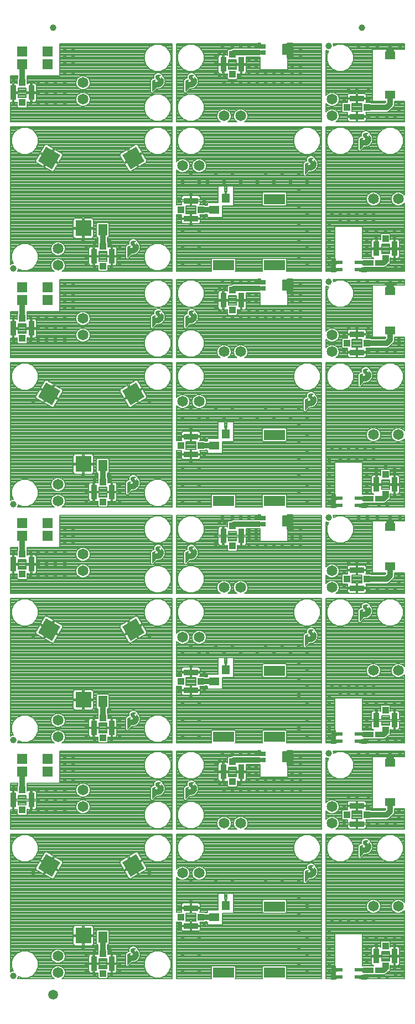
<source format=gtl>
G75*
%MOIN*%
%OFA0B0*%
%FSLAX25Y25*%
%IPPOS*%
%LPD*%
%AMOC8*
5,1,8,0,0,1.08239X$1,22.5*
%
%ADD10C,0.03937*%
%ADD11R,0.03346X0.08661*%
%ADD12R,0.03937X0.04134*%
%ADD13R,0.09449X0.09449*%
%ADD14R,0.09843X0.09843*%
%ADD15R,0.05512X0.06850*%
%ADD16R,0.12598X0.06299*%
%ADD17R,0.05118X0.05197*%
%ADD18R,0.06339X0.05118*%
%ADD19R,0.08661X0.03346*%
%ADD20R,0.04134X0.03937*%
%ADD21R,0.04331X0.01969*%
%ADD22R,0.03346X0.03543*%
%ADD23R,0.06063X0.06063*%
%ADD24R,0.06339X0.04921*%
%ADD25R,0.03150X0.06299*%
%ADD26R,0.03150X0.02559*%
%ADD27C,0.00300*%
%ADD28C,0.05906*%
%ADD29C,0.00800*%
%ADD30C,0.00600*%
%ADD31C,0.02400*%
%ADD32C,0.00197*%
%ADD33C,0.03460*%
%ADD34C,0.01900*%
%ADD35C,0.06500*%
D10*
X0056342Y0034750D03*
X0056342Y0176750D03*
X0056342Y0318750D03*
X0056342Y0460750D03*
X0080342Y0606000D03*
X0246342Y0594750D03*
X0266342Y0606000D03*
X0246342Y0452750D03*
X0246342Y0310750D03*
X0246342Y0168750D03*
D11*
X0275157Y0188750D03*
X0285984Y0188750D03*
X0285984Y0046750D03*
X0275157Y0046750D03*
X0193755Y0157750D03*
X0182928Y0157750D03*
X0115755Y0184250D03*
X0104928Y0184250D03*
X0067255Y0140750D03*
X0056428Y0140750D03*
X0104928Y0042250D03*
X0115755Y0042250D03*
X0067255Y0282750D03*
X0056428Y0282750D03*
X0104928Y0326250D03*
X0115755Y0326250D03*
X0067255Y0424750D03*
X0056428Y0424750D03*
X0104928Y0468250D03*
X0115755Y0468250D03*
X0067255Y0566750D03*
X0056428Y0566750D03*
X0182928Y0583750D03*
X0193755Y0583750D03*
X0275157Y0472750D03*
X0285984Y0472750D03*
X0285984Y0330750D03*
X0275157Y0330750D03*
X0193755Y0299750D03*
X0182928Y0299750D03*
X0182928Y0441750D03*
X0193755Y0441750D03*
D12*
X0188342Y0435746D03*
X0188342Y0447754D03*
X0188342Y0577746D03*
X0188342Y0589754D03*
X0110342Y0474254D03*
X0110342Y0462246D03*
X0061842Y0430754D03*
X0061842Y0418746D03*
X0110342Y0332254D03*
X0110342Y0320246D03*
X0061842Y0288754D03*
X0061842Y0276746D03*
X0110342Y0190254D03*
X0110342Y0178246D03*
X0061842Y0146754D03*
X0061842Y0134746D03*
X0110342Y0048254D03*
X0110342Y0036246D03*
X0188342Y0151746D03*
X0188342Y0163754D03*
X0188342Y0293746D03*
X0188342Y0305754D03*
X0280570Y0324746D03*
X0280570Y0336754D03*
X0280570Y0466746D03*
X0280570Y0478754D03*
X0280570Y0194754D03*
X0280570Y0182746D03*
X0280570Y0052754D03*
X0280570Y0040746D03*
X0061842Y0560746D03*
X0061842Y0572754D03*
D13*
X0098617Y0485073D03*
X0098617Y0343073D03*
X0098617Y0201073D03*
X0098617Y0059073D03*
D14*
G36*
X0084697Y0103197D02*
X0079776Y0094674D01*
X0071253Y0099595D01*
X0076174Y0108118D01*
X0084697Y0103197D01*
G37*
G36*
X0126908Y0094674D02*
X0121987Y0103197D01*
X0130510Y0108118D01*
X0135431Y0099595D01*
X0126908Y0094674D01*
G37*
G36*
X0126908Y0236674D02*
X0121987Y0245197D01*
X0130510Y0250118D01*
X0135431Y0241595D01*
X0126908Y0236674D01*
G37*
G36*
X0084697Y0245197D02*
X0079776Y0236674D01*
X0071253Y0241595D01*
X0076174Y0250118D01*
X0084697Y0245197D01*
G37*
G36*
X0084697Y0387197D02*
X0079776Y0378674D01*
X0071253Y0383595D01*
X0076174Y0392118D01*
X0084697Y0387197D01*
G37*
G36*
X0126908Y0378674D02*
X0121987Y0387197D01*
X0130510Y0392118D01*
X0135431Y0383595D01*
X0126908Y0378674D01*
G37*
G36*
X0126908Y0520674D02*
X0121987Y0529197D01*
X0130510Y0534118D01*
X0135431Y0525595D01*
X0126908Y0520674D01*
G37*
G36*
X0084697Y0529197D02*
X0079776Y0520674D01*
X0071253Y0525595D01*
X0076174Y0534118D01*
X0084697Y0529197D01*
G37*
D15*
X0110232Y0484089D03*
X0110232Y0342089D03*
X0110232Y0200089D03*
X0110232Y0058089D03*
D16*
X0182968Y0036829D03*
X0213716Y0036829D03*
X0213716Y0076671D03*
X0213716Y0178829D03*
X0213716Y0218671D03*
X0182968Y0178829D03*
X0182968Y0320829D03*
X0213716Y0320829D03*
X0213716Y0360671D03*
X0213716Y0462829D03*
X0213716Y0502671D03*
X0182968Y0462829D03*
D17*
X0184385Y0503222D03*
X0184385Y0361222D03*
X0184385Y0219222D03*
X0184385Y0077222D03*
D18*
X0177358Y0070136D03*
X0177358Y0212136D03*
X0177358Y0354136D03*
X0177358Y0496136D03*
D19*
X0163342Y0490837D03*
X0163342Y0501663D03*
X0163342Y0359663D03*
X0163342Y0348837D03*
X0163342Y0217663D03*
X0163342Y0206837D03*
X0163342Y0075663D03*
X0163342Y0064837D03*
X0263342Y0126337D03*
X0263342Y0137163D03*
X0263342Y0268337D03*
X0263342Y0279163D03*
X0263342Y0410337D03*
X0263342Y0421163D03*
X0263342Y0552337D03*
X0263342Y0563163D03*
D20*
X0269346Y0557750D03*
X0257338Y0557750D03*
X0257338Y0415750D03*
X0269346Y0415750D03*
X0269346Y0273750D03*
X0257338Y0273750D03*
X0257338Y0131750D03*
X0269346Y0131750D03*
X0169346Y0070250D03*
X0157338Y0070250D03*
X0157338Y0212250D03*
X0169346Y0212250D03*
X0169346Y0354250D03*
X0157338Y0354250D03*
X0157338Y0496250D03*
X0169346Y0496250D03*
D21*
X0252633Y0464415D03*
X0252633Y0460085D03*
X0264050Y0460085D03*
X0264050Y0464415D03*
X0264050Y0322415D03*
X0264050Y0318085D03*
X0252633Y0318085D03*
X0252633Y0322415D03*
X0252633Y0180415D03*
X0252633Y0176085D03*
X0264050Y0176085D03*
X0264050Y0180415D03*
X0264050Y0038415D03*
X0264050Y0034085D03*
X0252633Y0034085D03*
X0252633Y0038415D03*
D22*
X0271558Y0038250D03*
X0276125Y0038250D03*
X0276125Y0180250D03*
X0271558Y0180250D03*
X0271558Y0322250D03*
X0276125Y0322250D03*
X0276125Y0464250D03*
X0271558Y0464250D03*
D23*
X0077019Y0449569D03*
X0077019Y0441931D03*
X0061665Y0441931D03*
X0061665Y0449569D03*
X0061665Y0583931D03*
X0061665Y0591569D03*
X0077019Y0591569D03*
X0077019Y0583931D03*
X0077019Y0307569D03*
X0077019Y0299931D03*
X0061665Y0299931D03*
X0061665Y0307569D03*
X0061665Y0165569D03*
X0061665Y0157931D03*
X0077019Y0157931D03*
X0077019Y0165569D03*
D24*
X0283342Y0163061D03*
X0283342Y0139439D03*
X0283342Y0281439D03*
X0283342Y0305061D03*
X0283342Y0423439D03*
X0283342Y0447061D03*
X0283342Y0565439D03*
X0283342Y0589061D03*
D25*
X0219641Y0592750D03*
X0219641Y0450750D03*
X0219641Y0308750D03*
X0219641Y0166750D03*
D26*
X0207043Y0164880D03*
X0207043Y0168620D03*
X0207043Y0306880D03*
X0207043Y0310620D03*
X0207043Y0448880D03*
X0207043Y0452620D03*
X0207043Y0590880D03*
X0207043Y0594620D03*
D27*
X0235173Y0527549D02*
X0234739Y0527313D01*
X0234385Y0527037D01*
X0234188Y0526722D01*
X0234070Y0526368D01*
X0234070Y0526053D01*
X0234149Y0525699D01*
X0234346Y0525344D01*
X0234621Y0525030D01*
X0234936Y0524675D01*
X0235212Y0524400D01*
X0235330Y0524085D01*
X0235330Y0523809D01*
X0235251Y0523573D01*
X0235094Y0523376D01*
X0234858Y0523219D01*
X0234543Y0523140D01*
X0234228Y0523140D01*
X0234031Y0523179D01*
X0233834Y0523258D01*
X0233598Y0523494D01*
X0233519Y0523612D01*
X0233480Y0523730D01*
X0233480Y0523888D01*
X0233519Y0524006D01*
X0233755Y0524242D01*
X0233873Y0524281D01*
X0234031Y0524360D01*
X0234070Y0524400D01*
X0233913Y0524478D01*
X0233440Y0524478D01*
X0233204Y0524439D01*
X0233007Y0524400D01*
X0232810Y0524321D01*
X0232653Y0524203D01*
X0232456Y0524045D01*
X0232220Y0523652D01*
X0232141Y0523376D01*
X0232102Y0523061D01*
X0232102Y0517667D01*
X0232298Y0517864D01*
X0232417Y0518061D01*
X0232613Y0518258D01*
X0232810Y0518494D01*
X0233283Y0518967D01*
X0233755Y0519518D01*
X0234149Y0519911D01*
X0234543Y0520148D01*
X0234779Y0520187D01*
X0235527Y0520187D01*
X0235999Y0520266D01*
X0236432Y0520384D01*
X0236826Y0520541D01*
X0237220Y0520778D01*
X0237535Y0521053D01*
X0237850Y0521368D01*
X0238125Y0521722D01*
X0238519Y0522431D01*
X0238716Y0523179D01*
X0238755Y0523848D01*
X0238637Y0524478D01*
X0238440Y0525069D01*
X0238165Y0525502D01*
X0237850Y0525856D01*
X0237535Y0526053D01*
X0237535Y0525699D01*
X0237495Y0525581D01*
X0237456Y0525502D01*
X0237338Y0525384D01*
X0237220Y0525344D01*
X0237102Y0525344D01*
X0236787Y0525423D01*
X0236629Y0525502D01*
X0236511Y0525581D01*
X0236354Y0525699D01*
X0236117Y0525935D01*
X0235960Y0526171D01*
X0235921Y0526329D01*
X0235921Y0526565D01*
X0235960Y0526683D01*
X0235999Y0526762D01*
X0236078Y0526880D01*
X0236236Y0526998D01*
X0236393Y0527077D01*
X0236590Y0527116D01*
X0236747Y0527156D01*
X0236984Y0527156D01*
X0237062Y0527116D01*
X0237102Y0527116D01*
X0237062Y0527156D01*
X0236905Y0527274D01*
X0236354Y0527549D01*
X0235999Y0527628D01*
X0235606Y0527628D01*
X0235173Y0527549D01*
X0235327Y0527577D02*
X0236227Y0527577D01*
X0236212Y0526980D02*
X0234349Y0526980D01*
X0234175Y0526682D02*
X0235959Y0526682D01*
X0235921Y0526383D02*
X0234075Y0526383D01*
X0234070Y0526085D02*
X0236018Y0526085D01*
X0236266Y0525786D02*
X0234129Y0525786D01*
X0234266Y0525488D02*
X0236658Y0525488D01*
X0237442Y0525488D02*
X0238174Y0525488D01*
X0238364Y0525189D02*
X0234482Y0525189D01*
X0234745Y0524891D02*
X0238500Y0524891D01*
X0238599Y0524592D02*
X0235019Y0524592D01*
X0235252Y0524294D02*
X0238672Y0524294D01*
X0238728Y0523995D02*
X0235330Y0523995D01*
X0235293Y0523697D02*
X0238746Y0523697D01*
X0238729Y0523398D02*
X0235112Y0523398D01*
X0233694Y0523398D02*
X0232147Y0523398D01*
X0232106Y0523100D02*
X0238695Y0523100D01*
X0238616Y0522801D02*
X0232102Y0522801D01*
X0232102Y0522503D02*
X0238538Y0522503D01*
X0238393Y0522204D02*
X0232102Y0522204D01*
X0232102Y0521906D02*
X0238227Y0521906D01*
X0238036Y0521607D02*
X0232102Y0521607D01*
X0232102Y0521309D02*
X0237790Y0521309D01*
X0237485Y0521010D02*
X0232102Y0521010D01*
X0232102Y0520712D02*
X0237110Y0520712D01*
X0236505Y0520413D02*
X0232102Y0520413D01*
X0232102Y0520115D02*
X0234487Y0520115D01*
X0234053Y0519816D02*
X0232102Y0519816D01*
X0232102Y0519517D02*
X0233755Y0519517D01*
X0233499Y0519219D02*
X0232102Y0519219D01*
X0232102Y0518920D02*
X0233237Y0518920D01*
X0232938Y0518622D02*
X0232102Y0518622D01*
X0232102Y0518323D02*
X0232668Y0518323D01*
X0232395Y0518025D02*
X0232102Y0518025D01*
X0232102Y0517726D02*
X0232161Y0517726D01*
X0232247Y0523697D02*
X0233491Y0523697D01*
X0233515Y0523995D02*
X0232426Y0523995D01*
X0232774Y0524294D02*
X0233898Y0524294D01*
X0234695Y0527279D02*
X0236894Y0527279D01*
X0237535Y0525786D02*
X0237912Y0525786D01*
X0265102Y0532667D02*
X0265298Y0532864D01*
X0265417Y0533061D01*
X0265613Y0533258D01*
X0265810Y0533494D01*
X0266283Y0533967D01*
X0266755Y0534518D01*
X0267149Y0534911D01*
X0267543Y0535148D01*
X0267779Y0535187D01*
X0268527Y0535187D01*
X0268999Y0535266D01*
X0269432Y0535384D01*
X0269826Y0535541D01*
X0270220Y0535778D01*
X0270535Y0536053D01*
X0270850Y0536368D01*
X0271125Y0536722D01*
X0271519Y0537431D01*
X0271716Y0538179D01*
X0271755Y0538848D01*
X0271637Y0539478D01*
X0271440Y0540069D01*
X0271165Y0540502D01*
X0270850Y0540856D01*
X0270535Y0541053D01*
X0270535Y0540699D01*
X0270495Y0540581D01*
X0270456Y0540502D01*
X0270338Y0540384D01*
X0270220Y0540344D01*
X0270102Y0540344D01*
X0269787Y0540423D01*
X0269629Y0540502D01*
X0269511Y0540581D01*
X0269354Y0540699D01*
X0269117Y0540935D01*
X0268960Y0541171D01*
X0268921Y0541329D01*
X0268921Y0541565D01*
X0268960Y0541683D01*
X0268999Y0541762D01*
X0269078Y0541880D01*
X0269236Y0541998D01*
X0269393Y0542077D01*
X0269590Y0542116D01*
X0269747Y0542156D01*
X0269984Y0542156D01*
X0270062Y0542116D01*
X0270102Y0542116D01*
X0270062Y0542156D01*
X0269905Y0542274D01*
X0269354Y0542549D01*
X0268999Y0542628D01*
X0268606Y0542628D01*
X0268173Y0542549D01*
X0267739Y0542313D01*
X0267385Y0542037D01*
X0267188Y0541722D01*
X0267070Y0541368D01*
X0267070Y0541053D01*
X0267149Y0540699D01*
X0267346Y0540344D01*
X0267621Y0540030D01*
X0267936Y0539675D01*
X0268212Y0539400D01*
X0268330Y0539085D01*
X0268330Y0538809D01*
X0268251Y0538573D01*
X0268094Y0538376D01*
X0267858Y0538219D01*
X0267543Y0538140D01*
X0267228Y0538140D01*
X0267031Y0538179D01*
X0266834Y0538258D01*
X0266598Y0538494D01*
X0266519Y0538612D01*
X0266480Y0538730D01*
X0266480Y0538888D01*
X0266519Y0539006D01*
X0266755Y0539242D01*
X0266873Y0539281D01*
X0267031Y0539360D01*
X0267070Y0539400D01*
X0266913Y0539478D01*
X0266440Y0539478D01*
X0266204Y0539439D01*
X0266007Y0539400D01*
X0265810Y0539321D01*
X0265653Y0539203D01*
X0265456Y0539045D01*
X0265220Y0538652D01*
X0265141Y0538376D01*
X0265102Y0538061D01*
X0265102Y0532667D01*
X0265102Y0532951D02*
X0265350Y0532951D01*
X0265102Y0533249D02*
X0265605Y0533249D01*
X0265864Y0533548D02*
X0265102Y0533548D01*
X0265102Y0533846D02*
X0266162Y0533846D01*
X0266435Y0534145D02*
X0265102Y0534145D01*
X0265102Y0534443D02*
X0266691Y0534443D01*
X0266979Y0534742D02*
X0265102Y0534742D01*
X0265102Y0535040D02*
X0267363Y0535040D01*
X0269266Y0535339D02*
X0265102Y0535339D01*
X0265102Y0535637D02*
X0269986Y0535637D01*
X0270400Y0535936D02*
X0265102Y0535936D01*
X0265102Y0536234D02*
X0270716Y0536234D01*
X0270978Y0536533D02*
X0265102Y0536533D01*
X0265102Y0536831D02*
X0271186Y0536831D01*
X0271352Y0537130D02*
X0265102Y0537130D01*
X0265102Y0537428D02*
X0271517Y0537428D01*
X0271597Y0537727D02*
X0265102Y0537727D01*
X0265102Y0538025D02*
X0271675Y0538025D01*
X0271724Y0538324D02*
X0268015Y0538324D01*
X0268268Y0538622D02*
X0271742Y0538622D01*
X0271742Y0538921D02*
X0268330Y0538921D01*
X0268280Y0539219D02*
X0271686Y0539219D01*
X0271624Y0539518D02*
X0268094Y0539518D01*
X0267811Y0539816D02*
X0271524Y0539816D01*
X0271411Y0540115D02*
X0267547Y0540115D01*
X0267308Y0540413D02*
X0269826Y0540413D01*
X0270367Y0540413D02*
X0271221Y0540413D01*
X0270978Y0540712D02*
X0270535Y0540712D01*
X0270535Y0541010D02*
X0270603Y0541010D01*
X0269341Y0540712D02*
X0267146Y0540712D01*
X0267080Y0541010D02*
X0269067Y0541010D01*
X0268926Y0541309D02*
X0267070Y0541309D01*
X0267150Y0541607D02*
X0268935Y0541607D01*
X0269113Y0541906D02*
X0267303Y0541906D01*
X0267600Y0542204D02*
X0269997Y0542204D01*
X0269446Y0542503D02*
X0268088Y0542503D01*
X0266732Y0539219D02*
X0265675Y0539219D01*
X0265381Y0538921D02*
X0266491Y0538921D01*
X0266516Y0538622D02*
X0265211Y0538622D01*
X0265134Y0538324D02*
X0266768Y0538324D01*
X0268606Y0400628D02*
X0268173Y0400549D01*
X0267739Y0400313D01*
X0267385Y0400037D01*
X0267188Y0399722D01*
X0267070Y0399368D01*
X0267070Y0399053D01*
X0267149Y0398699D01*
X0267346Y0398344D01*
X0267621Y0398030D01*
X0267936Y0397675D01*
X0268212Y0397400D01*
X0268330Y0397085D01*
X0268330Y0396809D01*
X0268251Y0396573D01*
X0268094Y0396376D01*
X0267858Y0396219D01*
X0267543Y0396140D01*
X0267228Y0396140D01*
X0267031Y0396179D01*
X0266834Y0396258D01*
X0266598Y0396494D01*
X0266519Y0396612D01*
X0266480Y0396730D01*
X0266480Y0396888D01*
X0266519Y0397006D01*
X0266755Y0397242D01*
X0266873Y0397281D01*
X0267031Y0397360D01*
X0267070Y0397400D01*
X0266913Y0397478D01*
X0266440Y0397478D01*
X0266204Y0397439D01*
X0266007Y0397400D01*
X0265810Y0397321D01*
X0265653Y0397203D01*
X0265456Y0397045D01*
X0265220Y0396652D01*
X0265141Y0396376D01*
X0265102Y0396061D01*
X0265102Y0390667D01*
X0265298Y0390864D01*
X0265417Y0391061D01*
X0265613Y0391258D01*
X0265810Y0391494D01*
X0266283Y0391967D01*
X0266755Y0392518D01*
X0267149Y0392911D01*
X0267543Y0393148D01*
X0267779Y0393187D01*
X0268527Y0393187D01*
X0268999Y0393266D01*
X0269432Y0393384D01*
X0269826Y0393541D01*
X0270220Y0393778D01*
X0270535Y0394053D01*
X0270850Y0394368D01*
X0271125Y0394722D01*
X0271519Y0395431D01*
X0271716Y0396179D01*
X0271755Y0396848D01*
X0271637Y0397478D01*
X0271440Y0398069D01*
X0271165Y0398502D01*
X0270850Y0398856D01*
X0270535Y0399053D01*
X0270535Y0398699D01*
X0270495Y0398581D01*
X0270456Y0398502D01*
X0270338Y0398384D01*
X0270220Y0398344D01*
X0270102Y0398344D01*
X0269787Y0398423D01*
X0269629Y0398502D01*
X0269511Y0398581D01*
X0269354Y0398699D01*
X0269117Y0398935D01*
X0268960Y0399171D01*
X0268921Y0399329D01*
X0268921Y0399565D01*
X0268960Y0399683D01*
X0268999Y0399762D01*
X0269078Y0399880D01*
X0269236Y0399998D01*
X0269393Y0400077D01*
X0269590Y0400116D01*
X0269747Y0400156D01*
X0269984Y0400156D01*
X0270062Y0400116D01*
X0270102Y0400116D01*
X0270062Y0400156D01*
X0269905Y0400274D01*
X0269354Y0400549D01*
X0268999Y0400628D01*
X0268606Y0400628D01*
X0267920Y0400411D02*
X0269629Y0400411D01*
X0269574Y0400113D02*
X0267482Y0400113D01*
X0267246Y0399814D02*
X0269034Y0399814D01*
X0268921Y0399516D02*
X0267119Y0399516D01*
X0267070Y0399217D02*
X0268948Y0399217D01*
X0269134Y0398919D02*
X0267100Y0398919D01*
X0267192Y0398620D02*
X0269458Y0398620D01*
X0270509Y0398620D02*
X0271059Y0398620D01*
X0271279Y0398322D02*
X0267366Y0398322D01*
X0267627Y0398023D02*
X0271455Y0398023D01*
X0271555Y0397725D02*
X0267892Y0397725D01*
X0268185Y0397426D02*
X0271647Y0397426D01*
X0271703Y0397128D02*
X0268314Y0397128D01*
X0268330Y0396829D02*
X0271754Y0396829D01*
X0271737Y0396531D02*
X0268218Y0396531D01*
X0267878Y0396232D02*
X0271719Y0396232D01*
X0271651Y0395934D02*
X0265102Y0395934D01*
X0265102Y0395635D02*
X0271573Y0395635D01*
X0271467Y0395337D02*
X0265102Y0395337D01*
X0265102Y0395038D02*
X0271301Y0395038D01*
X0271135Y0394740D02*
X0265102Y0394740D01*
X0265102Y0394441D02*
X0270907Y0394441D01*
X0270624Y0394143D02*
X0265102Y0394143D01*
X0265102Y0393844D02*
X0270296Y0393844D01*
X0269833Y0393546D02*
X0265102Y0393546D01*
X0265102Y0393247D02*
X0268888Y0393247D01*
X0267211Y0392949D02*
X0265102Y0392949D01*
X0265102Y0392650D02*
X0266888Y0392650D01*
X0266613Y0392352D02*
X0265102Y0392352D01*
X0265102Y0392053D02*
X0266357Y0392053D01*
X0266071Y0391755D02*
X0265102Y0391755D01*
X0265102Y0391456D02*
X0265779Y0391456D01*
X0265513Y0391158D02*
X0265102Y0391158D01*
X0265102Y0390859D02*
X0265293Y0390859D01*
X0265123Y0396232D02*
X0266898Y0396232D01*
X0266573Y0396531D02*
X0265185Y0396531D01*
X0265326Y0396829D02*
X0266480Y0396829D01*
X0266641Y0397128D02*
X0265559Y0397128D01*
X0266141Y0397426D02*
X0267017Y0397426D01*
X0270535Y0398919D02*
X0270749Y0398919D01*
X0238440Y0383069D02*
X0238165Y0383502D01*
X0237850Y0383856D01*
X0237535Y0384053D01*
X0237535Y0383699D01*
X0237495Y0383581D01*
X0237456Y0383502D01*
X0237338Y0383384D01*
X0237220Y0383344D01*
X0237102Y0383344D01*
X0236787Y0383423D01*
X0236629Y0383502D01*
X0236511Y0383581D01*
X0236354Y0383699D01*
X0236117Y0383935D01*
X0235960Y0384171D01*
X0235921Y0384329D01*
X0235921Y0384565D01*
X0235960Y0384683D01*
X0235999Y0384762D01*
X0236078Y0384880D01*
X0236236Y0384998D01*
X0236393Y0385077D01*
X0236590Y0385116D01*
X0236747Y0385156D01*
X0236984Y0385156D01*
X0237062Y0385116D01*
X0237102Y0385116D01*
X0237062Y0385156D01*
X0236905Y0385274D01*
X0236354Y0385549D01*
X0235999Y0385628D01*
X0235606Y0385628D01*
X0235173Y0385549D01*
X0234739Y0385313D01*
X0234385Y0385037D01*
X0234188Y0384722D01*
X0234070Y0384368D01*
X0234070Y0384053D01*
X0234149Y0383699D01*
X0234346Y0383344D01*
X0234621Y0383030D01*
X0234936Y0382675D01*
X0235212Y0382400D01*
X0235330Y0382085D01*
X0235330Y0381809D01*
X0235251Y0381573D01*
X0235094Y0381376D01*
X0234858Y0381219D01*
X0234543Y0381140D01*
X0234228Y0381140D01*
X0234031Y0381179D01*
X0233834Y0381258D01*
X0233598Y0381494D01*
X0233519Y0381612D01*
X0233480Y0381730D01*
X0233480Y0381888D01*
X0233519Y0382006D01*
X0233755Y0382242D01*
X0233873Y0382281D01*
X0234031Y0382360D01*
X0234070Y0382400D01*
X0233913Y0382478D01*
X0233440Y0382478D01*
X0233204Y0382439D01*
X0233007Y0382400D01*
X0232810Y0382321D01*
X0232653Y0382203D01*
X0232456Y0382045D01*
X0232220Y0381652D01*
X0232141Y0381376D01*
X0232102Y0381061D01*
X0232102Y0375667D01*
X0232298Y0375864D01*
X0232417Y0376061D01*
X0232613Y0376258D01*
X0232810Y0376494D01*
X0233283Y0376967D01*
X0233755Y0377518D01*
X0234149Y0377911D01*
X0234543Y0378148D01*
X0234779Y0378187D01*
X0235527Y0378187D01*
X0235999Y0378266D01*
X0236432Y0378384D01*
X0236826Y0378541D01*
X0237220Y0378778D01*
X0237535Y0379053D01*
X0237850Y0379368D01*
X0238125Y0379722D01*
X0238519Y0380431D01*
X0238716Y0381179D01*
X0238755Y0381848D01*
X0238637Y0382478D01*
X0238440Y0383069D01*
X0238422Y0383098D02*
X0234562Y0383098D01*
X0234317Y0383396D02*
X0236894Y0383396D01*
X0237350Y0383396D02*
X0238232Y0383396D01*
X0237993Y0383695D02*
X0237533Y0383695D01*
X0237535Y0383993D02*
X0237630Y0383993D01*
X0236359Y0383695D02*
X0234151Y0383695D01*
X0234083Y0383993D02*
X0236079Y0383993D01*
X0235930Y0384292D02*
X0234070Y0384292D01*
X0234144Y0384590D02*
X0235929Y0384590D01*
X0236090Y0384889D02*
X0234292Y0384889D01*
X0234578Y0385187D02*
X0237020Y0385187D01*
X0236480Y0385486D02*
X0235056Y0385486D01*
X0234826Y0382799D02*
X0238530Y0382799D01*
X0238630Y0382501D02*
X0235111Y0382501D01*
X0235286Y0382202D02*
X0238689Y0382202D01*
X0238745Y0381904D02*
X0235330Y0381904D01*
X0235262Y0381605D02*
X0238741Y0381605D01*
X0238723Y0381307D02*
X0234990Y0381307D01*
X0233785Y0381307D02*
X0232132Y0381307D01*
X0232102Y0381008D02*
X0238671Y0381008D01*
X0238592Y0380710D02*
X0232102Y0380710D01*
X0232102Y0380411D02*
X0238508Y0380411D01*
X0238342Y0380113D02*
X0232102Y0380113D01*
X0232102Y0379814D02*
X0238176Y0379814D01*
X0237964Y0379516D02*
X0232102Y0379516D01*
X0232102Y0379217D02*
X0237699Y0379217D01*
X0237381Y0378919D02*
X0232102Y0378919D01*
X0232102Y0378620D02*
X0236957Y0378620D01*
X0236204Y0378322D02*
X0232102Y0378322D01*
X0232102Y0378023D02*
X0234335Y0378023D01*
X0233962Y0377725D02*
X0232102Y0377725D01*
X0232102Y0377426D02*
X0233677Y0377426D01*
X0233421Y0377128D02*
X0232102Y0377128D01*
X0232102Y0376829D02*
X0233145Y0376829D01*
X0232847Y0376531D02*
X0232102Y0376531D01*
X0232102Y0376232D02*
X0232588Y0376232D01*
X0232340Y0375934D02*
X0232102Y0375934D01*
X0232207Y0381605D02*
X0233524Y0381605D01*
X0233485Y0381904D02*
X0232371Y0381904D01*
X0232652Y0382202D02*
X0233715Y0382202D01*
X0166125Y0429722D02*
X0166519Y0430431D01*
X0166716Y0431179D01*
X0166755Y0431848D01*
X0166637Y0432478D01*
X0166440Y0433069D01*
X0166165Y0433502D01*
X0165850Y0433856D01*
X0165535Y0434053D01*
X0165535Y0433699D01*
X0165495Y0433581D01*
X0165456Y0433502D01*
X0165338Y0433384D01*
X0165220Y0433344D01*
X0165102Y0433344D01*
X0164787Y0433423D01*
X0164629Y0433502D01*
X0164511Y0433581D01*
X0164354Y0433699D01*
X0164117Y0433935D01*
X0163960Y0434171D01*
X0163921Y0434329D01*
X0163921Y0434565D01*
X0163960Y0434683D01*
X0163999Y0434762D01*
X0164078Y0434880D01*
X0164236Y0434998D01*
X0164393Y0435077D01*
X0164590Y0435116D01*
X0164747Y0435156D01*
X0164984Y0435156D01*
X0165062Y0435116D01*
X0165102Y0435116D01*
X0165062Y0435156D01*
X0164905Y0435274D01*
X0164354Y0435549D01*
X0163999Y0435628D01*
X0163606Y0435628D01*
X0163173Y0435549D01*
X0162739Y0435313D01*
X0162385Y0435037D01*
X0162188Y0434722D01*
X0162070Y0434368D01*
X0162070Y0434053D01*
X0162149Y0433699D01*
X0162346Y0433344D01*
X0162621Y0433030D01*
X0162936Y0432675D01*
X0163212Y0432400D01*
X0163330Y0432085D01*
X0163330Y0431809D01*
X0163251Y0431573D01*
X0163094Y0431376D01*
X0162858Y0431219D01*
X0162543Y0431140D01*
X0162228Y0431140D01*
X0162031Y0431179D01*
X0161834Y0431258D01*
X0161598Y0431494D01*
X0161519Y0431612D01*
X0161480Y0431730D01*
X0161480Y0431888D01*
X0161519Y0432006D01*
X0161755Y0432242D01*
X0161873Y0432281D01*
X0162031Y0432360D01*
X0162070Y0432400D01*
X0161913Y0432478D01*
X0161440Y0432478D01*
X0161204Y0432439D01*
X0161007Y0432400D01*
X0160810Y0432321D01*
X0160653Y0432203D01*
X0160456Y0432045D01*
X0160220Y0431652D01*
X0160141Y0431376D01*
X0160102Y0431061D01*
X0160102Y0425667D01*
X0160298Y0425864D01*
X0160417Y0426061D01*
X0160613Y0426258D01*
X0160810Y0426494D01*
X0161283Y0426967D01*
X0161755Y0427518D01*
X0162149Y0427911D01*
X0162543Y0428148D01*
X0162779Y0428187D01*
X0163527Y0428187D01*
X0163999Y0428266D01*
X0164432Y0428384D01*
X0164826Y0428541D01*
X0165220Y0428778D01*
X0165535Y0429053D01*
X0165850Y0429368D01*
X0166125Y0429722D01*
X0166081Y0429666D02*
X0160102Y0429666D01*
X0160102Y0429964D02*
X0166260Y0429964D01*
X0166425Y0430263D02*
X0160102Y0430263D01*
X0160102Y0430561D02*
X0166553Y0430561D01*
X0166632Y0430860D02*
X0160102Y0430860D01*
X0160114Y0431158D02*
X0162136Y0431158D01*
X0162616Y0431158D02*
X0166710Y0431158D01*
X0166732Y0431457D02*
X0163158Y0431457D01*
X0163312Y0431755D02*
X0166750Y0431755D01*
X0166717Y0432054D02*
X0163330Y0432054D01*
X0163230Y0432352D02*
X0166661Y0432352D01*
X0166580Y0432651D02*
X0162961Y0432651D01*
X0162693Y0432949D02*
X0166480Y0432949D01*
X0166326Y0433248D02*
X0162430Y0433248D01*
X0162234Y0433546D02*
X0164563Y0433546D01*
X0164208Y0433845D02*
X0162116Y0433845D01*
X0162070Y0434143D02*
X0163979Y0434143D01*
X0163921Y0434442D02*
X0162095Y0434442D01*
X0162199Y0434740D02*
X0163989Y0434740D01*
X0164317Y0435039D02*
X0162387Y0435039D01*
X0162784Y0435337D02*
X0164777Y0435337D01*
X0165535Y0433845D02*
X0165860Y0433845D01*
X0166125Y0433546D02*
X0165478Y0433546D01*
X0162015Y0432352D02*
X0160889Y0432352D01*
X0160466Y0432054D02*
X0161567Y0432054D01*
X0161480Y0431755D02*
X0160282Y0431755D01*
X0160164Y0431457D02*
X0161635Y0431457D01*
X0160102Y0429367D02*
X0165849Y0429367D01*
X0165550Y0429069D02*
X0160102Y0429069D01*
X0160102Y0428770D02*
X0165207Y0428770D01*
X0164652Y0428472D02*
X0160102Y0428472D01*
X0160102Y0428173D02*
X0162695Y0428173D01*
X0162112Y0427875D02*
X0160102Y0427875D01*
X0160102Y0427576D02*
X0161813Y0427576D01*
X0161549Y0427277D02*
X0160102Y0427277D01*
X0160102Y0426979D02*
X0161293Y0426979D01*
X0160997Y0426680D02*
X0160102Y0426680D01*
X0160102Y0426382D02*
X0160717Y0426382D01*
X0160439Y0426083D02*
X0160102Y0426083D01*
X0160102Y0425785D02*
X0160219Y0425785D01*
X0146519Y0430431D02*
X0146716Y0431179D01*
X0146755Y0431848D01*
X0146637Y0432478D01*
X0146440Y0433069D01*
X0146165Y0433502D01*
X0145850Y0433856D01*
X0145535Y0434053D01*
X0145535Y0433699D01*
X0145495Y0433581D01*
X0145456Y0433502D01*
X0145338Y0433384D01*
X0145220Y0433344D01*
X0145102Y0433344D01*
X0144787Y0433423D01*
X0144629Y0433502D01*
X0144511Y0433581D01*
X0144354Y0433699D01*
X0144117Y0433935D01*
X0143960Y0434171D01*
X0143921Y0434329D01*
X0143921Y0434565D01*
X0143960Y0434683D01*
X0143999Y0434762D01*
X0144078Y0434880D01*
X0144236Y0434998D01*
X0144393Y0435077D01*
X0144590Y0435116D01*
X0144747Y0435156D01*
X0144984Y0435156D01*
X0145062Y0435116D01*
X0145102Y0435116D01*
X0145062Y0435156D01*
X0144905Y0435274D01*
X0144354Y0435549D01*
X0143999Y0435628D01*
X0143606Y0435628D01*
X0143173Y0435549D01*
X0142739Y0435313D01*
X0142385Y0435037D01*
X0142188Y0434722D01*
X0142070Y0434368D01*
X0142070Y0434053D01*
X0142149Y0433699D01*
X0142346Y0433344D01*
X0142621Y0433030D01*
X0142936Y0432675D01*
X0143212Y0432400D01*
X0143330Y0432085D01*
X0143330Y0431809D01*
X0143251Y0431573D01*
X0143094Y0431376D01*
X0142858Y0431219D01*
X0142543Y0431140D01*
X0142228Y0431140D01*
X0142031Y0431179D01*
X0141834Y0431258D01*
X0141598Y0431494D01*
X0141519Y0431612D01*
X0141480Y0431730D01*
X0141480Y0431888D01*
X0141519Y0432006D01*
X0141755Y0432242D01*
X0141873Y0432281D01*
X0142031Y0432360D01*
X0142070Y0432400D01*
X0141913Y0432478D01*
X0141440Y0432478D01*
X0141204Y0432439D01*
X0141007Y0432400D01*
X0140810Y0432321D01*
X0140653Y0432203D01*
X0140456Y0432045D01*
X0140220Y0431652D01*
X0140141Y0431376D01*
X0140102Y0431061D01*
X0140102Y0425667D01*
X0140298Y0425864D01*
X0140417Y0426061D01*
X0140613Y0426258D01*
X0140810Y0426494D01*
X0141283Y0426967D01*
X0141755Y0427518D01*
X0142149Y0427911D01*
X0142543Y0428148D01*
X0142779Y0428187D01*
X0143527Y0428187D01*
X0143999Y0428266D01*
X0144432Y0428384D01*
X0144826Y0428541D01*
X0145220Y0428778D01*
X0145535Y0429053D01*
X0145850Y0429368D01*
X0146125Y0429722D01*
X0146519Y0430431D01*
X0146553Y0430561D02*
X0140102Y0430561D01*
X0140102Y0430263D02*
X0146425Y0430263D01*
X0146260Y0429964D02*
X0140102Y0429964D01*
X0140102Y0429666D02*
X0146081Y0429666D01*
X0145849Y0429367D02*
X0140102Y0429367D01*
X0140102Y0429069D02*
X0145550Y0429069D01*
X0145207Y0428770D02*
X0140102Y0428770D01*
X0140102Y0428472D02*
X0144652Y0428472D01*
X0142695Y0428173D02*
X0140102Y0428173D01*
X0140102Y0427875D02*
X0142112Y0427875D01*
X0141813Y0427576D02*
X0140102Y0427576D01*
X0140102Y0427277D02*
X0141549Y0427277D01*
X0141293Y0426979D02*
X0140102Y0426979D01*
X0140102Y0426680D02*
X0140997Y0426680D01*
X0140717Y0426382D02*
X0140102Y0426382D01*
X0140102Y0426083D02*
X0140439Y0426083D01*
X0140219Y0425785D02*
X0140102Y0425785D01*
X0140102Y0430860D02*
X0146632Y0430860D01*
X0146710Y0431158D02*
X0142616Y0431158D01*
X0142136Y0431158D02*
X0140114Y0431158D01*
X0140164Y0431457D02*
X0141635Y0431457D01*
X0141480Y0431755D02*
X0140282Y0431755D01*
X0140466Y0432054D02*
X0141567Y0432054D01*
X0142015Y0432352D02*
X0140889Y0432352D01*
X0142430Y0433248D02*
X0146326Y0433248D01*
X0146480Y0432949D02*
X0142693Y0432949D01*
X0142961Y0432651D02*
X0146580Y0432651D01*
X0146661Y0432352D02*
X0143230Y0432352D01*
X0143330Y0432054D02*
X0146717Y0432054D01*
X0146750Y0431755D02*
X0143312Y0431755D01*
X0143158Y0431457D02*
X0146732Y0431457D01*
X0146125Y0433546D02*
X0145478Y0433546D01*
X0145535Y0433845D02*
X0145860Y0433845D01*
X0144563Y0433546D02*
X0142234Y0433546D01*
X0142116Y0433845D02*
X0144208Y0433845D01*
X0143979Y0434143D02*
X0142070Y0434143D01*
X0142095Y0434442D02*
X0143921Y0434442D01*
X0143989Y0434740D02*
X0142199Y0434740D01*
X0142387Y0435039D02*
X0144317Y0435039D01*
X0144777Y0435337D02*
X0142784Y0435337D01*
X0125102Y0467667D02*
X0125298Y0467864D01*
X0125417Y0468061D01*
X0125613Y0468258D01*
X0125810Y0468494D01*
X0126283Y0468967D01*
X0126755Y0469518D01*
X0127149Y0469911D01*
X0127543Y0470148D01*
X0127779Y0470187D01*
X0128527Y0470187D01*
X0128999Y0470266D01*
X0129432Y0470384D01*
X0129826Y0470541D01*
X0130220Y0470778D01*
X0130535Y0471053D01*
X0130850Y0471368D01*
X0131125Y0471722D01*
X0131519Y0472431D01*
X0131716Y0473179D01*
X0131755Y0473848D01*
X0131637Y0474478D01*
X0131440Y0475069D01*
X0131165Y0475502D01*
X0130850Y0475856D01*
X0130535Y0476053D01*
X0130535Y0475699D01*
X0130495Y0475581D01*
X0130456Y0475502D01*
X0130338Y0475384D01*
X0130220Y0475344D01*
X0130102Y0475344D01*
X0129787Y0475423D01*
X0129629Y0475502D01*
X0129511Y0475581D01*
X0129354Y0475699D01*
X0129117Y0475935D01*
X0128960Y0476171D01*
X0128921Y0476329D01*
X0128921Y0476565D01*
X0128960Y0476683D01*
X0128999Y0476762D01*
X0129078Y0476880D01*
X0129236Y0476998D01*
X0129393Y0477077D01*
X0129590Y0477116D01*
X0129747Y0477156D01*
X0129984Y0477156D01*
X0130062Y0477116D01*
X0130102Y0477116D01*
X0130062Y0477156D01*
X0129905Y0477274D01*
X0129354Y0477549D01*
X0128999Y0477628D01*
X0128606Y0477628D01*
X0128173Y0477549D01*
X0127739Y0477313D01*
X0127385Y0477037D01*
X0127188Y0476722D01*
X0127070Y0476368D01*
X0127070Y0476053D01*
X0127149Y0475699D01*
X0127346Y0475344D01*
X0127621Y0475030D01*
X0127936Y0474675D01*
X0128212Y0474400D01*
X0128330Y0474085D01*
X0128330Y0473809D01*
X0128251Y0473573D01*
X0128094Y0473376D01*
X0127858Y0473219D01*
X0127543Y0473140D01*
X0127228Y0473140D01*
X0127031Y0473179D01*
X0126834Y0473258D01*
X0126598Y0473494D01*
X0126519Y0473612D01*
X0126480Y0473730D01*
X0126480Y0473888D01*
X0126519Y0474006D01*
X0126755Y0474242D01*
X0126873Y0474281D01*
X0127031Y0474360D01*
X0127070Y0474400D01*
X0126913Y0474478D01*
X0126440Y0474478D01*
X0126204Y0474439D01*
X0126007Y0474400D01*
X0125810Y0474321D01*
X0125653Y0474203D01*
X0125456Y0474045D01*
X0125220Y0473652D01*
X0125141Y0473376D01*
X0125102Y0473061D01*
X0125102Y0467667D01*
X0125102Y0467875D02*
X0125305Y0467875D01*
X0125102Y0468174D02*
X0125529Y0468174D01*
X0125792Y0468472D02*
X0125102Y0468472D01*
X0125102Y0468771D02*
X0126087Y0468771D01*
X0126371Y0469069D02*
X0125102Y0469069D01*
X0125102Y0469368D02*
X0126627Y0469368D01*
X0126904Y0469666D02*
X0125102Y0469666D01*
X0125102Y0469965D02*
X0127238Y0469965D01*
X0128984Y0470263D02*
X0125102Y0470263D01*
X0125102Y0470562D02*
X0129860Y0470562D01*
X0130314Y0470860D02*
X0125102Y0470860D01*
X0125102Y0471159D02*
X0130640Y0471159D01*
X0130919Y0471457D02*
X0125102Y0471457D01*
X0125102Y0471756D02*
X0131144Y0471756D01*
X0131310Y0472054D02*
X0125102Y0472054D01*
X0125102Y0472353D02*
X0131475Y0472353D01*
X0131577Y0472651D02*
X0125102Y0472651D01*
X0125102Y0472950D02*
X0131655Y0472950D01*
X0131720Y0473248D02*
X0127902Y0473248D01*
X0128230Y0473547D02*
X0131737Y0473547D01*
X0131755Y0473845D02*
X0128330Y0473845D01*
X0128308Y0474144D02*
X0131700Y0474144D01*
X0131644Y0474442D02*
X0128169Y0474442D01*
X0127878Y0474741D02*
X0131550Y0474741D01*
X0131450Y0475039D02*
X0127613Y0475039D01*
X0127352Y0475338D02*
X0131269Y0475338D01*
X0131045Y0475636D02*
X0130514Y0475636D01*
X0130535Y0475935D02*
X0130724Y0475935D01*
X0129437Y0475636D02*
X0127184Y0475636D01*
X0127096Y0475935D02*
X0129118Y0475935D01*
X0128944Y0476233D02*
X0127070Y0476233D01*
X0127125Y0476532D02*
X0128921Y0476532D01*
X0129045Y0476830D02*
X0127256Y0476830D01*
X0127503Y0477129D02*
X0129641Y0477129D01*
X0129597Y0477427D02*
X0127949Y0477427D01*
X0130037Y0477129D02*
X0130089Y0477129D01*
X0126985Y0474442D02*
X0126224Y0474442D01*
X0126657Y0474144D02*
X0125579Y0474144D01*
X0125336Y0473845D02*
X0126480Y0473845D01*
X0126563Y0473547D02*
X0125190Y0473547D01*
X0125125Y0473248D02*
X0126858Y0473248D01*
X0140102Y0567667D02*
X0140298Y0567864D01*
X0140417Y0568061D01*
X0140613Y0568258D01*
X0140810Y0568494D01*
X0141283Y0568967D01*
X0141755Y0569518D01*
X0142149Y0569911D01*
X0142543Y0570148D01*
X0142779Y0570187D01*
X0143527Y0570187D01*
X0143999Y0570266D01*
X0144432Y0570384D01*
X0144826Y0570541D01*
X0145220Y0570778D01*
X0145535Y0571053D01*
X0145850Y0571368D01*
X0146125Y0571722D01*
X0146519Y0572431D01*
X0146716Y0573179D01*
X0146755Y0573848D01*
X0146637Y0574478D01*
X0146440Y0575069D01*
X0146165Y0575502D01*
X0145850Y0575856D01*
X0145535Y0576053D01*
X0145535Y0575699D01*
X0145495Y0575581D01*
X0145456Y0575502D01*
X0145338Y0575384D01*
X0145220Y0575344D01*
X0145102Y0575344D01*
X0144787Y0575423D01*
X0144629Y0575502D01*
X0144511Y0575581D01*
X0144354Y0575699D01*
X0144117Y0575935D01*
X0143960Y0576171D01*
X0143921Y0576329D01*
X0143921Y0576565D01*
X0143960Y0576683D01*
X0143999Y0576762D01*
X0144078Y0576880D01*
X0144236Y0576998D01*
X0144393Y0577077D01*
X0144590Y0577116D01*
X0144747Y0577156D01*
X0144984Y0577156D01*
X0145062Y0577116D01*
X0145102Y0577116D01*
X0145062Y0577156D01*
X0144905Y0577274D01*
X0144354Y0577549D01*
X0143999Y0577628D01*
X0143606Y0577628D01*
X0143173Y0577549D01*
X0142739Y0577313D01*
X0142385Y0577037D01*
X0142188Y0576722D01*
X0142070Y0576368D01*
X0142070Y0576053D01*
X0142149Y0575699D01*
X0142346Y0575344D01*
X0142621Y0575030D01*
X0142936Y0574675D01*
X0143212Y0574400D01*
X0143330Y0574085D01*
X0143330Y0573809D01*
X0143251Y0573573D01*
X0143094Y0573376D01*
X0142858Y0573219D01*
X0142543Y0573140D01*
X0142228Y0573140D01*
X0142031Y0573179D01*
X0141834Y0573258D01*
X0141598Y0573494D01*
X0141519Y0573612D01*
X0141480Y0573730D01*
X0141480Y0573888D01*
X0141519Y0574006D01*
X0141755Y0574242D01*
X0141873Y0574281D01*
X0142031Y0574360D01*
X0142070Y0574400D01*
X0141913Y0574478D01*
X0141440Y0574478D01*
X0141204Y0574439D01*
X0141007Y0574400D01*
X0140810Y0574321D01*
X0140653Y0574203D01*
X0140456Y0574045D01*
X0140220Y0573652D01*
X0140141Y0573376D01*
X0140102Y0573061D01*
X0140102Y0567667D01*
X0140102Y0567876D02*
X0140306Y0567876D01*
X0140102Y0568175D02*
X0140530Y0568175D01*
X0140793Y0568473D02*
X0140102Y0568473D01*
X0140102Y0568772D02*
X0141088Y0568772D01*
X0141372Y0569070D02*
X0140102Y0569070D01*
X0140102Y0569369D02*
X0141628Y0569369D01*
X0141905Y0569667D02*
X0140102Y0569667D01*
X0140102Y0569966D02*
X0142240Y0569966D01*
X0143991Y0570264D02*
X0140102Y0570264D01*
X0140102Y0570563D02*
X0144862Y0570563D01*
X0145316Y0570861D02*
X0140102Y0570861D01*
X0140102Y0571160D02*
X0145642Y0571160D01*
X0145920Y0571458D02*
X0140102Y0571458D01*
X0140102Y0571757D02*
X0146144Y0571757D01*
X0146310Y0572055D02*
X0140102Y0572055D01*
X0140102Y0572354D02*
X0146476Y0572354D01*
X0146577Y0572653D02*
X0140102Y0572653D01*
X0140102Y0572951D02*
X0146656Y0572951D01*
X0146720Y0573250D02*
X0142904Y0573250D01*
X0143231Y0573548D02*
X0146738Y0573548D01*
X0146755Y0573847D02*
X0143330Y0573847D01*
X0143307Y0574145D02*
X0146700Y0574145D01*
X0146644Y0574444D02*
X0143168Y0574444D01*
X0142877Y0574742D02*
X0146549Y0574742D01*
X0146450Y0575041D02*
X0142612Y0575041D01*
X0142350Y0575339D02*
X0146268Y0575339D01*
X0146044Y0575638D02*
X0145514Y0575638D01*
X0145535Y0575936D02*
X0145722Y0575936D01*
X0144435Y0575638D02*
X0142183Y0575638D01*
X0142096Y0575936D02*
X0144117Y0575936D01*
X0143944Y0576235D02*
X0142070Y0576235D01*
X0142125Y0576533D02*
X0143921Y0576533D01*
X0144046Y0576832D02*
X0142257Y0576832D01*
X0142504Y0577130D02*
X0144646Y0577130D01*
X0144595Y0577429D02*
X0142952Y0577429D01*
X0145034Y0577130D02*
X0145088Y0577130D01*
X0141982Y0574444D02*
X0141232Y0574444D01*
X0141658Y0574145D02*
X0140581Y0574145D01*
X0140337Y0573847D02*
X0141480Y0573847D01*
X0141562Y0573548D02*
X0140190Y0573548D01*
X0140125Y0573250D02*
X0141855Y0573250D01*
X0160102Y0573061D02*
X0160102Y0567667D01*
X0160298Y0567864D01*
X0160417Y0568061D01*
X0160613Y0568258D01*
X0160810Y0568494D01*
X0161283Y0568967D01*
X0161755Y0569518D01*
X0162149Y0569911D01*
X0162543Y0570148D01*
X0162779Y0570187D01*
X0163527Y0570187D01*
X0163999Y0570266D01*
X0164432Y0570384D01*
X0164826Y0570541D01*
X0165220Y0570778D01*
X0165535Y0571053D01*
X0165850Y0571368D01*
X0166125Y0571722D01*
X0166519Y0572431D01*
X0166716Y0573179D01*
X0166755Y0573848D01*
X0166637Y0574478D01*
X0166440Y0575069D01*
X0166165Y0575502D01*
X0165850Y0575856D01*
X0165535Y0576053D01*
X0165535Y0575699D01*
X0165495Y0575581D01*
X0165456Y0575502D01*
X0165338Y0575384D01*
X0165220Y0575344D01*
X0165102Y0575344D01*
X0164787Y0575423D01*
X0164629Y0575502D01*
X0164511Y0575581D01*
X0164354Y0575699D01*
X0164117Y0575935D01*
X0163960Y0576171D01*
X0163921Y0576329D01*
X0163921Y0576565D01*
X0163960Y0576683D01*
X0163999Y0576762D01*
X0164078Y0576880D01*
X0164236Y0576998D01*
X0164393Y0577077D01*
X0164590Y0577116D01*
X0164747Y0577156D01*
X0164984Y0577156D01*
X0165062Y0577116D01*
X0165102Y0577116D01*
X0165062Y0577156D01*
X0164905Y0577274D01*
X0164354Y0577549D01*
X0163999Y0577628D01*
X0163606Y0577628D01*
X0163173Y0577549D01*
X0162739Y0577313D01*
X0162385Y0577037D01*
X0162188Y0576722D01*
X0162070Y0576368D01*
X0162070Y0576053D01*
X0162149Y0575699D01*
X0162346Y0575344D01*
X0162621Y0575030D01*
X0162936Y0574675D01*
X0163212Y0574400D01*
X0163330Y0574085D01*
X0163330Y0573809D01*
X0163251Y0573573D01*
X0163094Y0573376D01*
X0162858Y0573219D01*
X0162543Y0573140D01*
X0162228Y0573140D01*
X0162031Y0573179D01*
X0161834Y0573258D01*
X0161598Y0573494D01*
X0161519Y0573612D01*
X0161480Y0573730D01*
X0161480Y0573888D01*
X0161519Y0574006D01*
X0161755Y0574242D01*
X0161873Y0574281D01*
X0162031Y0574360D01*
X0162070Y0574400D01*
X0161913Y0574478D01*
X0161440Y0574478D01*
X0161204Y0574439D01*
X0161007Y0574400D01*
X0160810Y0574321D01*
X0160653Y0574203D01*
X0160456Y0574045D01*
X0160220Y0573652D01*
X0160141Y0573376D01*
X0160102Y0573061D01*
X0160102Y0572951D02*
X0166656Y0572951D01*
X0166720Y0573250D02*
X0162904Y0573250D01*
X0163231Y0573548D02*
X0166738Y0573548D01*
X0166755Y0573847D02*
X0163330Y0573847D01*
X0163307Y0574145D02*
X0166700Y0574145D01*
X0166644Y0574444D02*
X0163168Y0574444D01*
X0162877Y0574742D02*
X0166549Y0574742D01*
X0166450Y0575041D02*
X0162612Y0575041D01*
X0162350Y0575339D02*
X0166268Y0575339D01*
X0166044Y0575638D02*
X0165514Y0575638D01*
X0165535Y0575936D02*
X0165722Y0575936D01*
X0164435Y0575638D02*
X0162183Y0575638D01*
X0162096Y0575936D02*
X0164117Y0575936D01*
X0163944Y0576235D02*
X0162070Y0576235D01*
X0162125Y0576533D02*
X0163921Y0576533D01*
X0164046Y0576832D02*
X0162257Y0576832D01*
X0162504Y0577130D02*
X0164646Y0577130D01*
X0164595Y0577429D02*
X0162952Y0577429D01*
X0165034Y0577130D02*
X0165088Y0577130D01*
X0161982Y0574444D02*
X0161232Y0574444D01*
X0161658Y0574145D02*
X0160581Y0574145D01*
X0160337Y0573847D02*
X0161480Y0573847D01*
X0161562Y0573548D02*
X0160190Y0573548D01*
X0160125Y0573250D02*
X0161855Y0573250D01*
X0160102Y0572653D02*
X0166577Y0572653D01*
X0166476Y0572354D02*
X0160102Y0572354D01*
X0160102Y0572055D02*
X0166310Y0572055D01*
X0166144Y0571757D02*
X0160102Y0571757D01*
X0160102Y0571458D02*
X0165920Y0571458D01*
X0165642Y0571160D02*
X0160102Y0571160D01*
X0160102Y0570861D02*
X0165316Y0570861D01*
X0164862Y0570563D02*
X0160102Y0570563D01*
X0160102Y0570264D02*
X0163991Y0570264D01*
X0162240Y0569966D02*
X0160102Y0569966D01*
X0160102Y0569667D02*
X0161905Y0569667D01*
X0161628Y0569369D02*
X0160102Y0569369D01*
X0160102Y0569070D02*
X0161372Y0569070D01*
X0161088Y0568772D02*
X0160102Y0568772D01*
X0160102Y0568473D02*
X0160793Y0568473D01*
X0160530Y0568175D02*
X0160102Y0568175D01*
X0160102Y0567876D02*
X0160306Y0567876D01*
X0128999Y0335628D02*
X0128606Y0335628D01*
X0128173Y0335549D01*
X0127739Y0335313D01*
X0127385Y0335037D01*
X0127188Y0334722D01*
X0127070Y0334368D01*
X0127070Y0334053D01*
X0127149Y0333699D01*
X0127346Y0333344D01*
X0127621Y0333030D01*
X0127936Y0332675D01*
X0128212Y0332400D01*
X0128330Y0332085D01*
X0128330Y0331809D01*
X0128251Y0331573D01*
X0128094Y0331376D01*
X0127858Y0331219D01*
X0127543Y0331140D01*
X0127228Y0331140D01*
X0127031Y0331179D01*
X0126834Y0331258D01*
X0126598Y0331494D01*
X0126519Y0331612D01*
X0126480Y0331730D01*
X0126480Y0331888D01*
X0126519Y0332006D01*
X0126755Y0332242D01*
X0126873Y0332281D01*
X0127031Y0332360D01*
X0127070Y0332400D01*
X0126913Y0332478D01*
X0126440Y0332478D01*
X0126204Y0332439D01*
X0126007Y0332400D01*
X0125810Y0332321D01*
X0125653Y0332203D01*
X0125456Y0332045D01*
X0125220Y0331652D01*
X0125141Y0331376D01*
X0125102Y0331061D01*
X0125102Y0325667D01*
X0125298Y0325864D01*
X0125417Y0326061D01*
X0125613Y0326258D01*
X0125810Y0326494D01*
X0126283Y0326967D01*
X0126755Y0327518D01*
X0127149Y0327911D01*
X0127543Y0328148D01*
X0127779Y0328187D01*
X0128527Y0328187D01*
X0128999Y0328266D01*
X0129432Y0328384D01*
X0129826Y0328541D01*
X0130220Y0328778D01*
X0130535Y0329053D01*
X0130850Y0329368D01*
X0131125Y0329722D01*
X0131519Y0330431D01*
X0131716Y0331179D01*
X0131755Y0331848D01*
X0131637Y0332478D01*
X0131440Y0333069D01*
X0131165Y0333502D01*
X0130850Y0333856D01*
X0130535Y0334053D01*
X0130535Y0333699D01*
X0130495Y0333581D01*
X0130456Y0333502D01*
X0130338Y0333384D01*
X0130220Y0333344D01*
X0130102Y0333344D01*
X0129787Y0333423D01*
X0129629Y0333502D01*
X0129511Y0333581D01*
X0129354Y0333699D01*
X0129117Y0333935D01*
X0128960Y0334171D01*
X0128921Y0334329D01*
X0128921Y0334565D01*
X0128960Y0334683D01*
X0128999Y0334762D01*
X0129078Y0334880D01*
X0129236Y0334998D01*
X0129393Y0335077D01*
X0129590Y0335116D01*
X0129747Y0335156D01*
X0129984Y0335156D01*
X0130062Y0335116D01*
X0130102Y0335116D01*
X0130062Y0335156D01*
X0129905Y0335274D01*
X0129354Y0335549D01*
X0128999Y0335628D01*
X0129314Y0335038D02*
X0127385Y0335038D01*
X0127199Y0334739D02*
X0128988Y0334739D01*
X0128921Y0334440D02*
X0127094Y0334440D01*
X0127070Y0334142D02*
X0128979Y0334142D01*
X0129209Y0333843D02*
X0127117Y0333843D01*
X0127234Y0333545D02*
X0129565Y0333545D01*
X0130477Y0333545D02*
X0131126Y0333545D01*
X0131327Y0333246D02*
X0127432Y0333246D01*
X0127694Y0332948D02*
X0131481Y0332948D01*
X0131580Y0332649D02*
X0127962Y0332649D01*
X0128230Y0332351D02*
X0131661Y0332351D01*
X0131717Y0332052D02*
X0128330Y0332052D01*
X0128312Y0331754D02*
X0131750Y0331754D01*
X0131732Y0331455D02*
X0128157Y0331455D01*
X0127611Y0331157D02*
X0131710Y0331157D01*
X0131631Y0330858D02*
X0125102Y0330858D01*
X0125102Y0330560D02*
X0131553Y0330560D01*
X0131425Y0330261D02*
X0125102Y0330261D01*
X0125102Y0329963D02*
X0131259Y0329963D01*
X0131080Y0329664D02*
X0125102Y0329664D01*
X0125102Y0329366D02*
X0130847Y0329366D01*
X0130549Y0329067D02*
X0125102Y0329067D01*
X0125102Y0328769D02*
X0130205Y0328769D01*
X0129648Y0328470D02*
X0125102Y0328470D01*
X0125102Y0328172D02*
X0127687Y0328172D01*
X0127111Y0327873D02*
X0125102Y0327873D01*
X0125102Y0327575D02*
X0126812Y0327575D01*
X0126548Y0327276D02*
X0125102Y0327276D01*
X0125102Y0326978D02*
X0126292Y0326978D01*
X0125995Y0326679D02*
X0125102Y0326679D01*
X0125102Y0326381D02*
X0125716Y0326381D01*
X0125438Y0326082D02*
X0125102Y0326082D01*
X0125102Y0325784D02*
X0125218Y0325784D01*
X0125114Y0331157D02*
X0127142Y0331157D01*
X0126636Y0331455D02*
X0125164Y0331455D01*
X0125281Y0331754D02*
X0126480Y0331754D01*
X0126565Y0332052D02*
X0125465Y0332052D01*
X0125885Y0332351D02*
X0127012Y0332351D01*
X0127782Y0335336D02*
X0129780Y0335336D01*
X0130535Y0333843D02*
X0130861Y0333843D01*
X0143173Y0293549D02*
X0142739Y0293313D01*
X0142385Y0293037D01*
X0142188Y0292722D01*
X0142070Y0292368D01*
X0142070Y0292053D01*
X0142149Y0291699D01*
X0142346Y0291344D01*
X0142621Y0291030D01*
X0142936Y0290675D01*
X0143212Y0290400D01*
X0143330Y0290085D01*
X0143330Y0289809D01*
X0143251Y0289573D01*
X0143094Y0289376D01*
X0142858Y0289219D01*
X0142543Y0289140D01*
X0142228Y0289140D01*
X0142031Y0289179D01*
X0141834Y0289258D01*
X0141598Y0289494D01*
X0141519Y0289612D01*
X0141480Y0289730D01*
X0141480Y0289888D01*
X0141519Y0290006D01*
X0141755Y0290242D01*
X0141873Y0290281D01*
X0142031Y0290360D01*
X0142070Y0290400D01*
X0141913Y0290478D01*
X0141440Y0290478D01*
X0141204Y0290439D01*
X0141007Y0290400D01*
X0140810Y0290321D01*
X0140653Y0290203D01*
X0140456Y0290045D01*
X0140220Y0289652D01*
X0140141Y0289376D01*
X0140102Y0289061D01*
X0140102Y0283667D01*
X0140298Y0283864D01*
X0140417Y0284061D01*
X0140613Y0284258D01*
X0140810Y0284494D01*
X0141283Y0284967D01*
X0141755Y0285518D01*
X0142149Y0285911D01*
X0142543Y0286148D01*
X0142779Y0286187D01*
X0143527Y0286187D01*
X0143999Y0286266D01*
X0144432Y0286384D01*
X0144826Y0286541D01*
X0145220Y0286778D01*
X0145535Y0287053D01*
X0145850Y0287368D01*
X0146125Y0287722D01*
X0146519Y0288431D01*
X0146716Y0289179D01*
X0146755Y0289848D01*
X0146637Y0290478D01*
X0146440Y0291069D01*
X0146165Y0291502D01*
X0145850Y0291856D01*
X0145535Y0292053D01*
X0145535Y0291699D01*
X0145495Y0291581D01*
X0145456Y0291502D01*
X0145338Y0291384D01*
X0145220Y0291344D01*
X0145102Y0291344D01*
X0144787Y0291423D01*
X0144629Y0291502D01*
X0144511Y0291581D01*
X0144354Y0291699D01*
X0144117Y0291935D01*
X0143960Y0292171D01*
X0143921Y0292329D01*
X0143921Y0292565D01*
X0143960Y0292683D01*
X0143999Y0292762D01*
X0144078Y0292880D01*
X0144236Y0292998D01*
X0144393Y0293077D01*
X0144590Y0293116D01*
X0144747Y0293156D01*
X0144984Y0293156D01*
X0145062Y0293116D01*
X0145102Y0293116D01*
X0145062Y0293156D01*
X0144905Y0293274D01*
X0144354Y0293549D01*
X0143999Y0293628D01*
X0143606Y0293628D01*
X0143173Y0293549D01*
X0143164Y0293544D02*
X0144363Y0293544D01*
X0144168Y0292947D02*
X0142329Y0292947D01*
X0142164Y0292649D02*
X0143949Y0292649D01*
X0143921Y0292350D02*
X0142070Y0292350D01*
X0142070Y0292052D02*
X0144040Y0292052D01*
X0144299Y0291753D02*
X0142137Y0291753D01*
X0142284Y0291455D02*
X0144723Y0291455D01*
X0145409Y0291455D02*
X0146195Y0291455D01*
X0146385Y0291156D02*
X0142510Y0291156D01*
X0142774Y0290858D02*
X0146511Y0290858D01*
X0146610Y0290559D02*
X0143052Y0290559D01*
X0143264Y0290261D02*
X0146678Y0290261D01*
X0146734Y0289962D02*
X0143330Y0289962D01*
X0143282Y0289664D02*
X0146744Y0289664D01*
X0146727Y0289365D02*
X0143078Y0289365D01*
X0141727Y0289365D02*
X0140140Y0289365D01*
X0140102Y0289067D02*
X0146686Y0289067D01*
X0146608Y0288768D02*
X0140102Y0288768D01*
X0140102Y0288470D02*
X0146529Y0288470D01*
X0146375Y0288171D02*
X0140102Y0288171D01*
X0140102Y0287873D02*
X0146209Y0287873D01*
X0146010Y0287574D02*
X0140102Y0287574D01*
X0140102Y0287276D02*
X0145757Y0287276D01*
X0145448Y0286977D02*
X0140102Y0286977D01*
X0140102Y0286679D02*
X0145055Y0286679D01*
X0144419Y0286380D02*
X0140102Y0286380D01*
X0140102Y0286082D02*
X0142433Y0286082D01*
X0142021Y0285783D02*
X0140102Y0285783D01*
X0140102Y0285485D02*
X0141727Y0285485D01*
X0141471Y0285186D02*
X0140102Y0285186D01*
X0140102Y0284888D02*
X0141204Y0284888D01*
X0140905Y0284589D02*
X0140102Y0284589D01*
X0140102Y0284291D02*
X0140641Y0284291D01*
X0140375Y0283992D02*
X0140102Y0283992D01*
X0140102Y0283694D02*
X0140128Y0283694D01*
X0140227Y0289664D02*
X0141502Y0289664D01*
X0141504Y0289962D02*
X0140406Y0289962D01*
X0140730Y0290261D02*
X0141811Y0290261D01*
X0142653Y0293246D02*
X0144942Y0293246D01*
X0145535Y0292052D02*
X0145537Y0292052D01*
X0145535Y0291753D02*
X0145941Y0291753D01*
X0160141Y0289376D02*
X0160102Y0289061D01*
X0160102Y0283667D01*
X0160298Y0283864D01*
X0160417Y0284061D01*
X0160613Y0284258D01*
X0160810Y0284494D01*
X0161283Y0284967D01*
X0161755Y0285518D01*
X0162149Y0285911D01*
X0162543Y0286148D01*
X0162779Y0286187D01*
X0163527Y0286187D01*
X0163999Y0286266D01*
X0164432Y0286384D01*
X0164826Y0286541D01*
X0165220Y0286778D01*
X0165535Y0287053D01*
X0165850Y0287368D01*
X0166125Y0287722D01*
X0166519Y0288431D01*
X0166716Y0289179D01*
X0166755Y0289848D01*
X0166637Y0290478D01*
X0166440Y0291069D01*
X0166165Y0291502D01*
X0165850Y0291856D01*
X0165535Y0292053D01*
X0165535Y0291699D01*
X0165495Y0291581D01*
X0165456Y0291502D01*
X0165338Y0291384D01*
X0165220Y0291344D01*
X0165102Y0291344D01*
X0164787Y0291423D01*
X0164629Y0291502D01*
X0164511Y0291581D01*
X0164354Y0291699D01*
X0164117Y0291935D01*
X0163960Y0292171D01*
X0163921Y0292329D01*
X0163921Y0292565D01*
X0163960Y0292683D01*
X0163999Y0292762D01*
X0164078Y0292880D01*
X0164236Y0292998D01*
X0164393Y0293077D01*
X0164590Y0293116D01*
X0164747Y0293156D01*
X0164984Y0293156D01*
X0165062Y0293116D01*
X0165102Y0293116D01*
X0165062Y0293156D01*
X0164905Y0293274D01*
X0164354Y0293549D01*
X0163999Y0293628D01*
X0163606Y0293628D01*
X0163173Y0293549D01*
X0162739Y0293313D01*
X0162385Y0293037D01*
X0162188Y0292722D01*
X0162070Y0292368D01*
X0162070Y0292053D01*
X0162149Y0291699D01*
X0162346Y0291344D01*
X0162621Y0291030D01*
X0162936Y0290675D01*
X0163212Y0290400D01*
X0163330Y0290085D01*
X0163330Y0289809D01*
X0163251Y0289573D01*
X0163094Y0289376D01*
X0162858Y0289219D01*
X0162543Y0289140D01*
X0162228Y0289140D01*
X0162031Y0289179D01*
X0161834Y0289258D01*
X0161598Y0289494D01*
X0161519Y0289612D01*
X0161480Y0289730D01*
X0161480Y0289888D01*
X0161519Y0290006D01*
X0161755Y0290242D01*
X0161873Y0290281D01*
X0162031Y0290360D01*
X0162070Y0290400D01*
X0161913Y0290478D01*
X0161440Y0290478D01*
X0161204Y0290439D01*
X0161007Y0290400D01*
X0160810Y0290321D01*
X0160653Y0290203D01*
X0160456Y0290045D01*
X0160220Y0289652D01*
X0160141Y0289376D01*
X0160140Y0289365D02*
X0161727Y0289365D01*
X0161502Y0289664D02*
X0160227Y0289664D01*
X0160406Y0289962D02*
X0161504Y0289962D01*
X0161811Y0290261D02*
X0160730Y0290261D01*
X0160102Y0289067D02*
X0166686Y0289067D01*
X0166727Y0289365D02*
X0163078Y0289365D01*
X0163282Y0289664D02*
X0166744Y0289664D01*
X0166734Y0289962D02*
X0163330Y0289962D01*
X0163264Y0290261D02*
X0166678Y0290261D01*
X0166610Y0290559D02*
X0163052Y0290559D01*
X0162774Y0290858D02*
X0166511Y0290858D01*
X0166385Y0291156D02*
X0162510Y0291156D01*
X0162284Y0291455D02*
X0164723Y0291455D01*
X0164299Y0291753D02*
X0162137Y0291753D01*
X0162070Y0292052D02*
X0164040Y0292052D01*
X0163921Y0292350D02*
X0162070Y0292350D01*
X0162164Y0292649D02*
X0163949Y0292649D01*
X0164168Y0292947D02*
X0162329Y0292947D01*
X0162653Y0293246D02*
X0164942Y0293246D01*
X0164363Y0293544D02*
X0163164Y0293544D01*
X0165535Y0292052D02*
X0165537Y0292052D01*
X0165535Y0291753D02*
X0165941Y0291753D01*
X0166195Y0291455D02*
X0165409Y0291455D01*
X0166608Y0288768D02*
X0160102Y0288768D01*
X0160102Y0288470D02*
X0166529Y0288470D01*
X0166375Y0288171D02*
X0160102Y0288171D01*
X0160102Y0287873D02*
X0166209Y0287873D01*
X0166010Y0287574D02*
X0160102Y0287574D01*
X0160102Y0287276D02*
X0165757Y0287276D01*
X0165448Y0286977D02*
X0160102Y0286977D01*
X0160102Y0286679D02*
X0165055Y0286679D01*
X0164419Y0286380D02*
X0160102Y0286380D01*
X0160102Y0286082D02*
X0162433Y0286082D01*
X0162021Y0285783D02*
X0160102Y0285783D01*
X0160102Y0285485D02*
X0161727Y0285485D01*
X0161471Y0285186D02*
X0160102Y0285186D01*
X0160102Y0284888D02*
X0161204Y0284888D01*
X0160905Y0284589D02*
X0160102Y0284589D01*
X0160102Y0284291D02*
X0160641Y0284291D01*
X0160375Y0283992D02*
X0160102Y0283992D01*
X0160102Y0283694D02*
X0160128Y0283694D01*
X0129354Y0193549D02*
X0128999Y0193628D01*
X0128606Y0193628D01*
X0128173Y0193549D01*
X0127739Y0193313D01*
X0127385Y0193037D01*
X0127188Y0192722D01*
X0127070Y0192368D01*
X0127070Y0192053D01*
X0127149Y0191699D01*
X0127346Y0191344D01*
X0127621Y0191030D01*
X0127936Y0190675D01*
X0128212Y0190400D01*
X0128330Y0190085D01*
X0128330Y0189809D01*
X0128251Y0189573D01*
X0128094Y0189376D01*
X0127858Y0189219D01*
X0127543Y0189140D01*
X0127228Y0189140D01*
X0127031Y0189179D01*
X0126834Y0189258D01*
X0126598Y0189494D01*
X0126519Y0189612D01*
X0126480Y0189730D01*
X0126480Y0189888D01*
X0126519Y0190006D01*
X0126755Y0190242D01*
X0126873Y0190281D01*
X0127031Y0190360D01*
X0127070Y0190400D01*
X0126913Y0190478D01*
X0126440Y0190478D01*
X0126204Y0190439D01*
X0126007Y0190400D01*
X0125810Y0190321D01*
X0125653Y0190203D01*
X0125456Y0190045D01*
X0125220Y0189652D01*
X0125141Y0189376D01*
X0125102Y0189061D01*
X0125102Y0183667D01*
X0125298Y0183864D01*
X0125417Y0184061D01*
X0125613Y0184258D01*
X0125810Y0184494D01*
X0126283Y0184967D01*
X0126755Y0185518D01*
X0127149Y0185911D01*
X0127543Y0186148D01*
X0127779Y0186187D01*
X0128527Y0186187D01*
X0128999Y0186266D01*
X0129432Y0186384D01*
X0129826Y0186541D01*
X0130220Y0186778D01*
X0130535Y0187053D01*
X0130850Y0187368D01*
X0131125Y0187722D01*
X0131519Y0188431D01*
X0131716Y0189179D01*
X0131755Y0189848D01*
X0131637Y0190478D01*
X0131440Y0191069D01*
X0131165Y0191502D01*
X0130850Y0191856D01*
X0130535Y0192053D01*
X0130535Y0191699D01*
X0130495Y0191581D01*
X0130456Y0191502D01*
X0130338Y0191384D01*
X0130220Y0191344D01*
X0130102Y0191344D01*
X0129787Y0191423D01*
X0129629Y0191502D01*
X0129511Y0191581D01*
X0129354Y0191699D01*
X0129117Y0191935D01*
X0128960Y0192171D01*
X0128921Y0192329D01*
X0128921Y0192565D01*
X0128960Y0192683D01*
X0128999Y0192762D01*
X0129078Y0192880D01*
X0129236Y0192998D01*
X0129393Y0193077D01*
X0129590Y0193116D01*
X0129747Y0193156D01*
X0129984Y0193156D01*
X0130062Y0193116D01*
X0130102Y0193116D01*
X0130062Y0193156D01*
X0129905Y0193274D01*
X0129354Y0193549D01*
X0129366Y0193543D02*
X0128161Y0193543D01*
X0127652Y0193245D02*
X0129943Y0193245D01*
X0129166Y0192946D02*
X0127328Y0192946D01*
X0127163Y0192648D02*
X0128948Y0192648D01*
X0128921Y0192349D02*
X0127070Y0192349D01*
X0127071Y0192051D02*
X0129040Y0192051D01*
X0129300Y0191752D02*
X0127137Y0191752D01*
X0127285Y0191454D02*
X0129726Y0191454D01*
X0130408Y0191454D02*
X0131195Y0191454D01*
X0131385Y0191155D02*
X0127512Y0191155D01*
X0127775Y0190857D02*
X0131511Y0190857D01*
X0131611Y0190558D02*
X0128053Y0190558D01*
X0128264Y0190260D02*
X0131678Y0190260D01*
X0131734Y0189961D02*
X0128330Y0189961D01*
X0128281Y0189662D02*
X0131744Y0189662D01*
X0131727Y0189364D02*
X0128076Y0189364D01*
X0126728Y0189364D02*
X0125140Y0189364D01*
X0125102Y0189065D02*
X0131686Y0189065D01*
X0131607Y0188767D02*
X0125102Y0188767D01*
X0125102Y0188468D02*
X0131529Y0188468D01*
X0131374Y0188170D02*
X0125102Y0188170D01*
X0125102Y0187871D02*
X0131208Y0187871D01*
X0131009Y0187573D02*
X0125102Y0187573D01*
X0125102Y0187274D02*
X0130756Y0187274D01*
X0130446Y0186976D02*
X0125102Y0186976D01*
X0125102Y0186677D02*
X0130053Y0186677D01*
X0129414Y0186379D02*
X0125102Y0186379D01*
X0125102Y0186080D02*
X0127430Y0186080D01*
X0127019Y0185782D02*
X0125102Y0185782D01*
X0125102Y0185483D02*
X0126726Y0185483D01*
X0126470Y0185185D02*
X0125102Y0185185D01*
X0125102Y0184886D02*
X0126203Y0184886D01*
X0125904Y0184588D02*
X0125102Y0184588D01*
X0125102Y0184289D02*
X0125640Y0184289D01*
X0125374Y0183991D02*
X0125102Y0183991D01*
X0125102Y0183692D02*
X0125127Y0183692D01*
X0125226Y0189662D02*
X0126502Y0189662D01*
X0126504Y0189961D02*
X0125405Y0189961D01*
X0125729Y0190260D02*
X0126807Y0190260D01*
X0130535Y0191752D02*
X0130942Y0191752D01*
X0130539Y0192051D02*
X0130535Y0192051D01*
X0143173Y0151549D02*
X0142739Y0151313D01*
X0142385Y0151037D01*
X0142188Y0150722D01*
X0142070Y0150368D01*
X0142070Y0150053D01*
X0142149Y0149699D01*
X0142346Y0149344D01*
X0142621Y0149030D01*
X0142936Y0148675D01*
X0143212Y0148400D01*
X0143330Y0148085D01*
X0143330Y0147809D01*
X0143251Y0147573D01*
X0143094Y0147376D01*
X0142858Y0147219D01*
X0142543Y0147140D01*
X0142228Y0147140D01*
X0142031Y0147179D01*
X0141834Y0147258D01*
X0141598Y0147494D01*
X0141519Y0147612D01*
X0141480Y0147730D01*
X0141480Y0147888D01*
X0141519Y0148006D01*
X0141755Y0148242D01*
X0141873Y0148281D01*
X0142031Y0148360D01*
X0142070Y0148400D01*
X0141913Y0148478D01*
X0141440Y0148478D01*
X0141204Y0148439D01*
X0141007Y0148400D01*
X0140810Y0148321D01*
X0140653Y0148203D01*
X0140456Y0148045D01*
X0140220Y0147652D01*
X0140141Y0147376D01*
X0140102Y0147061D01*
X0140102Y0141667D01*
X0140298Y0141864D01*
X0140417Y0142061D01*
X0140613Y0142258D01*
X0140810Y0142494D01*
X0141283Y0142967D01*
X0141755Y0143518D01*
X0142149Y0143911D01*
X0142543Y0144148D01*
X0142779Y0144187D01*
X0143527Y0144187D01*
X0143999Y0144266D01*
X0144432Y0144384D01*
X0144826Y0144541D01*
X0145220Y0144778D01*
X0145535Y0145053D01*
X0145850Y0145368D01*
X0146125Y0145722D01*
X0146519Y0146431D01*
X0146716Y0147179D01*
X0146755Y0147848D01*
X0146637Y0148478D01*
X0146440Y0149069D01*
X0146165Y0149502D01*
X0145850Y0149856D01*
X0145535Y0150053D01*
X0145535Y0149699D01*
X0145495Y0149581D01*
X0145456Y0149502D01*
X0145338Y0149384D01*
X0145220Y0149344D01*
X0145102Y0149344D01*
X0144787Y0149423D01*
X0144629Y0149502D01*
X0144511Y0149581D01*
X0144354Y0149699D01*
X0144117Y0149935D01*
X0143960Y0150171D01*
X0143921Y0150329D01*
X0143921Y0150565D01*
X0143960Y0150683D01*
X0143999Y0150762D01*
X0144078Y0150880D01*
X0144236Y0150998D01*
X0144393Y0151077D01*
X0144590Y0151116D01*
X0144747Y0151156D01*
X0144984Y0151156D01*
X0145062Y0151116D01*
X0145102Y0151116D01*
X0145062Y0151156D01*
X0144905Y0151274D01*
X0144354Y0151549D01*
X0143999Y0151628D01*
X0143606Y0151628D01*
X0143173Y0151549D01*
X0142996Y0151453D02*
X0144546Y0151453D01*
X0144743Y0151155D02*
X0142536Y0151155D01*
X0142272Y0150856D02*
X0144062Y0150856D01*
X0143921Y0150558D02*
X0142133Y0150558D01*
X0142070Y0150259D02*
X0143938Y0150259D01*
X0144100Y0149960D02*
X0142091Y0149960D01*
X0142169Y0149662D02*
X0144403Y0149662D01*
X0145026Y0149363D02*
X0142335Y0149363D01*
X0142590Y0149065D02*
X0146442Y0149065D01*
X0146541Y0148766D02*
X0142855Y0148766D01*
X0143144Y0148468D02*
X0146639Y0148468D01*
X0146695Y0148169D02*
X0143298Y0148169D01*
X0143330Y0147871D02*
X0146751Y0147871D01*
X0146739Y0147572D02*
X0143251Y0147572D01*
X0142941Y0147274D02*
X0146721Y0147274D01*
X0146662Y0146975D02*
X0140102Y0146975D01*
X0140102Y0146677D02*
X0146584Y0146677D01*
X0146490Y0146378D02*
X0140102Y0146378D01*
X0140102Y0146080D02*
X0146324Y0146080D01*
X0146158Y0145781D02*
X0140102Y0145781D01*
X0140102Y0145483D02*
X0145939Y0145483D01*
X0145666Y0145184D02*
X0140102Y0145184D01*
X0140102Y0144886D02*
X0145343Y0144886D01*
X0144903Y0144587D02*
X0140102Y0144587D01*
X0140102Y0144289D02*
X0144084Y0144289D01*
X0142280Y0143990D02*
X0140102Y0143990D01*
X0140102Y0143692D02*
X0141929Y0143692D01*
X0141648Y0143393D02*
X0140102Y0143393D01*
X0140102Y0143095D02*
X0141393Y0143095D01*
X0141112Y0142796D02*
X0140102Y0142796D01*
X0140102Y0142498D02*
X0140814Y0142498D01*
X0140555Y0142199D02*
X0140102Y0142199D01*
X0140102Y0141901D02*
X0140320Y0141901D01*
X0140128Y0147274D02*
X0141818Y0147274D01*
X0141546Y0147572D02*
X0140197Y0147572D01*
X0140351Y0147871D02*
X0141480Y0147871D01*
X0141682Y0148169D02*
X0140611Y0148169D01*
X0141378Y0148468D02*
X0141934Y0148468D01*
X0145277Y0149363D02*
X0146253Y0149363D01*
X0146022Y0149662D02*
X0145522Y0149662D01*
X0145535Y0149960D02*
X0145683Y0149960D01*
X0145063Y0151155D02*
X0144986Y0151155D01*
X0160141Y0147376D02*
X0160102Y0147061D01*
X0160102Y0141667D01*
X0160298Y0141864D01*
X0160417Y0142061D01*
X0160613Y0142258D01*
X0160810Y0142494D01*
X0161283Y0142967D01*
X0161755Y0143518D01*
X0162149Y0143911D01*
X0162543Y0144148D01*
X0162779Y0144187D01*
X0163527Y0144187D01*
X0163999Y0144266D01*
X0164432Y0144384D01*
X0164826Y0144541D01*
X0165220Y0144778D01*
X0165535Y0145053D01*
X0165850Y0145368D01*
X0166125Y0145722D01*
X0166519Y0146431D01*
X0166716Y0147179D01*
X0166755Y0147848D01*
X0166637Y0148478D01*
X0166440Y0149069D01*
X0166165Y0149502D01*
X0165850Y0149856D01*
X0165535Y0150053D01*
X0165535Y0149699D01*
X0165495Y0149581D01*
X0165456Y0149502D01*
X0165338Y0149384D01*
X0165220Y0149344D01*
X0165102Y0149344D01*
X0164787Y0149423D01*
X0164629Y0149502D01*
X0164511Y0149581D01*
X0164354Y0149699D01*
X0164117Y0149935D01*
X0163960Y0150171D01*
X0163921Y0150329D01*
X0163921Y0150565D01*
X0163960Y0150683D01*
X0163999Y0150762D01*
X0164078Y0150880D01*
X0164236Y0150998D01*
X0164393Y0151077D01*
X0164590Y0151116D01*
X0164747Y0151156D01*
X0164984Y0151156D01*
X0165062Y0151116D01*
X0165102Y0151116D01*
X0165062Y0151156D01*
X0164905Y0151274D01*
X0164354Y0151549D01*
X0163999Y0151628D01*
X0163606Y0151628D01*
X0163173Y0151549D01*
X0162739Y0151313D01*
X0162385Y0151037D01*
X0162188Y0150722D01*
X0162070Y0150368D01*
X0162070Y0150053D01*
X0162149Y0149699D01*
X0162346Y0149344D01*
X0162621Y0149030D01*
X0162936Y0148675D01*
X0163212Y0148400D01*
X0163330Y0148085D01*
X0163330Y0147809D01*
X0163251Y0147573D01*
X0163094Y0147376D01*
X0162858Y0147219D01*
X0162543Y0147140D01*
X0162228Y0147140D01*
X0162031Y0147179D01*
X0161834Y0147258D01*
X0161598Y0147494D01*
X0161519Y0147612D01*
X0161480Y0147730D01*
X0161480Y0147888D01*
X0161519Y0148006D01*
X0161755Y0148242D01*
X0161873Y0148281D01*
X0162031Y0148360D01*
X0162070Y0148400D01*
X0161913Y0148478D01*
X0161440Y0148478D01*
X0161204Y0148439D01*
X0161007Y0148400D01*
X0160810Y0148321D01*
X0160653Y0148203D01*
X0160456Y0148045D01*
X0160220Y0147652D01*
X0160141Y0147376D01*
X0160128Y0147274D02*
X0161818Y0147274D01*
X0161546Y0147572D02*
X0160197Y0147572D01*
X0160351Y0147871D02*
X0161480Y0147871D01*
X0161682Y0148169D02*
X0160611Y0148169D01*
X0161378Y0148468D02*
X0161934Y0148468D01*
X0162590Y0149065D02*
X0166442Y0149065D01*
X0166541Y0148766D02*
X0162855Y0148766D01*
X0163144Y0148468D02*
X0166639Y0148468D01*
X0166695Y0148169D02*
X0163298Y0148169D01*
X0163330Y0147871D02*
X0166751Y0147871D01*
X0166739Y0147572D02*
X0163251Y0147572D01*
X0162941Y0147274D02*
X0166721Y0147274D01*
X0166662Y0146975D02*
X0160102Y0146975D01*
X0160102Y0146677D02*
X0166584Y0146677D01*
X0166490Y0146378D02*
X0160102Y0146378D01*
X0160102Y0146080D02*
X0166324Y0146080D01*
X0166158Y0145781D02*
X0160102Y0145781D01*
X0160102Y0145483D02*
X0165939Y0145483D01*
X0165666Y0145184D02*
X0160102Y0145184D01*
X0160102Y0144886D02*
X0165343Y0144886D01*
X0164903Y0144587D02*
X0160102Y0144587D01*
X0160102Y0144289D02*
X0164084Y0144289D01*
X0162280Y0143990D02*
X0160102Y0143990D01*
X0160102Y0143692D02*
X0161929Y0143692D01*
X0161648Y0143393D02*
X0160102Y0143393D01*
X0160102Y0143095D02*
X0161393Y0143095D01*
X0161112Y0142796D02*
X0160102Y0142796D01*
X0160102Y0142498D02*
X0160814Y0142498D01*
X0160555Y0142199D02*
X0160102Y0142199D01*
X0160102Y0141901D02*
X0160320Y0141901D01*
X0162335Y0149363D02*
X0165026Y0149363D01*
X0165277Y0149363D02*
X0166253Y0149363D01*
X0166022Y0149662D02*
X0165522Y0149662D01*
X0165535Y0149960D02*
X0165683Y0149960D01*
X0164403Y0149662D02*
X0162169Y0149662D01*
X0162091Y0149960D02*
X0164100Y0149960D01*
X0163938Y0150259D02*
X0162070Y0150259D01*
X0162133Y0150558D02*
X0163921Y0150558D01*
X0164062Y0150856D02*
X0162272Y0150856D01*
X0162536Y0151155D02*
X0164743Y0151155D01*
X0164986Y0151155D02*
X0165063Y0151155D01*
X0164546Y0151453D02*
X0162996Y0151453D01*
X0129354Y0051549D02*
X0128999Y0051628D01*
X0128606Y0051628D01*
X0128173Y0051549D01*
X0127739Y0051313D01*
X0127385Y0051037D01*
X0127188Y0050722D01*
X0127070Y0050368D01*
X0127070Y0050053D01*
X0127149Y0049699D01*
X0127346Y0049344D01*
X0127621Y0049030D01*
X0127936Y0048675D01*
X0128212Y0048400D01*
X0128330Y0048085D01*
X0128330Y0047809D01*
X0128251Y0047573D01*
X0128094Y0047376D01*
X0127858Y0047219D01*
X0127543Y0047140D01*
X0127228Y0047140D01*
X0127031Y0047179D01*
X0126834Y0047258D01*
X0126598Y0047494D01*
X0126519Y0047612D01*
X0126480Y0047730D01*
X0126480Y0047888D01*
X0126519Y0048006D01*
X0126755Y0048242D01*
X0126873Y0048281D01*
X0127031Y0048360D01*
X0127070Y0048400D01*
X0126913Y0048478D01*
X0126440Y0048478D01*
X0126204Y0048439D01*
X0126007Y0048400D01*
X0125810Y0048321D01*
X0125653Y0048203D01*
X0125456Y0048045D01*
X0125220Y0047652D01*
X0125141Y0047376D01*
X0125102Y0047061D01*
X0125102Y0041667D01*
X0125298Y0041864D01*
X0125417Y0042061D01*
X0125613Y0042258D01*
X0125810Y0042494D01*
X0126283Y0042967D01*
X0126755Y0043518D01*
X0127149Y0043911D01*
X0127543Y0044148D01*
X0127779Y0044187D01*
X0128527Y0044187D01*
X0128999Y0044266D01*
X0129432Y0044384D01*
X0129826Y0044541D01*
X0130220Y0044778D01*
X0130535Y0045053D01*
X0130850Y0045368D01*
X0131125Y0045722D01*
X0131519Y0046431D01*
X0131716Y0047179D01*
X0131755Y0047848D01*
X0131637Y0048478D01*
X0131440Y0049069D01*
X0131165Y0049502D01*
X0130850Y0049856D01*
X0130535Y0050053D01*
X0130535Y0049699D01*
X0130495Y0049581D01*
X0130456Y0049502D01*
X0130338Y0049384D01*
X0130220Y0049344D01*
X0130102Y0049344D01*
X0129787Y0049423D01*
X0129629Y0049502D01*
X0129511Y0049581D01*
X0129354Y0049699D01*
X0129117Y0049935D01*
X0128960Y0050171D01*
X0128921Y0050329D01*
X0128921Y0050565D01*
X0128960Y0050683D01*
X0128999Y0050762D01*
X0129078Y0050880D01*
X0129236Y0050998D01*
X0129393Y0051077D01*
X0129590Y0051116D01*
X0129747Y0051156D01*
X0129984Y0051156D01*
X0130062Y0051116D01*
X0130102Y0051116D01*
X0130062Y0051156D01*
X0129905Y0051274D01*
X0129354Y0051549D01*
X0129549Y0051452D02*
X0127994Y0051452D01*
X0127534Y0051153D02*
X0129738Y0051153D01*
X0129988Y0051153D02*
X0130065Y0051153D01*
X0129061Y0050855D02*
X0127271Y0050855D01*
X0127133Y0050556D02*
X0128921Y0050556D01*
X0128938Y0050258D02*
X0127070Y0050258D01*
X0127091Y0049959D02*
X0129101Y0049959D01*
X0129404Y0049661D02*
X0127170Y0049661D01*
X0127336Y0049362D02*
X0130031Y0049362D01*
X0130273Y0049362D02*
X0131254Y0049362D01*
X0131442Y0049064D02*
X0127591Y0049064D01*
X0127856Y0048765D02*
X0131541Y0048765D01*
X0131639Y0048467D02*
X0128145Y0048467D01*
X0128299Y0048168D02*
X0131695Y0048168D01*
X0131751Y0047870D02*
X0128330Y0047870D01*
X0128250Y0047571D02*
X0131739Y0047571D01*
X0131721Y0047273D02*
X0127939Y0047273D01*
X0126819Y0047273D02*
X0125128Y0047273D01*
X0125102Y0046974D02*
X0131662Y0046974D01*
X0131583Y0046676D02*
X0125102Y0046676D01*
X0125102Y0046377D02*
X0131489Y0046377D01*
X0131323Y0046079D02*
X0125102Y0046079D01*
X0125102Y0045780D02*
X0131157Y0045780D01*
X0130938Y0045482D02*
X0125102Y0045482D01*
X0125102Y0045183D02*
X0130665Y0045183D01*
X0130342Y0044884D02*
X0125102Y0044884D01*
X0125102Y0044586D02*
X0129900Y0044586D01*
X0129079Y0044287D02*
X0125102Y0044287D01*
X0125102Y0043989D02*
X0127278Y0043989D01*
X0126928Y0043690D02*
X0125102Y0043690D01*
X0125102Y0043392D02*
X0126647Y0043392D01*
X0126392Y0043093D02*
X0125102Y0043093D01*
X0125102Y0042795D02*
X0126111Y0042795D01*
X0125813Y0042496D02*
X0125102Y0042496D01*
X0125102Y0042198D02*
X0125553Y0042198D01*
X0125320Y0041899D02*
X0125102Y0041899D01*
X0125197Y0047571D02*
X0126546Y0047571D01*
X0126480Y0047870D02*
X0125351Y0047870D01*
X0125610Y0048168D02*
X0126681Y0048168D01*
X0126936Y0048467D02*
X0126370Y0048467D01*
X0130522Y0049661D02*
X0131024Y0049661D01*
X0130685Y0049959D02*
X0130535Y0049959D01*
X0232102Y0091667D02*
X0232298Y0091864D01*
X0232417Y0092061D01*
X0232613Y0092258D01*
X0232810Y0092494D01*
X0233283Y0092967D01*
X0233755Y0093518D01*
X0234149Y0093911D01*
X0234543Y0094148D01*
X0234779Y0094187D01*
X0235527Y0094187D01*
X0235999Y0094266D01*
X0236432Y0094384D01*
X0236826Y0094541D01*
X0237220Y0094778D01*
X0237535Y0095053D01*
X0237850Y0095368D01*
X0238125Y0095722D01*
X0238519Y0096431D01*
X0238716Y0097179D01*
X0238755Y0097848D01*
X0238637Y0098478D01*
X0238440Y0099069D01*
X0238165Y0099502D01*
X0237850Y0099856D01*
X0237535Y0100053D01*
X0237535Y0099699D01*
X0237495Y0099581D01*
X0237456Y0099502D01*
X0237338Y0099384D01*
X0237220Y0099344D01*
X0237102Y0099344D01*
X0236787Y0099423D01*
X0236629Y0099502D01*
X0236511Y0099581D01*
X0236354Y0099699D01*
X0236117Y0099935D01*
X0235960Y0100171D01*
X0235921Y0100329D01*
X0235921Y0100565D01*
X0235960Y0100683D01*
X0235999Y0100762D01*
X0236078Y0100880D01*
X0236236Y0100998D01*
X0236393Y0101077D01*
X0236590Y0101116D01*
X0236747Y0101156D01*
X0236984Y0101156D01*
X0237062Y0101116D01*
X0237102Y0101116D01*
X0237062Y0101156D01*
X0236905Y0101274D01*
X0236354Y0101549D01*
X0235999Y0101628D01*
X0235606Y0101628D01*
X0235173Y0101549D01*
X0234739Y0101313D01*
X0234385Y0101037D01*
X0234188Y0100722D01*
X0234070Y0100368D01*
X0234070Y0100053D01*
X0234149Y0099699D01*
X0234346Y0099344D01*
X0234621Y0099030D01*
X0234936Y0098675D01*
X0235212Y0098400D01*
X0235330Y0098085D01*
X0235330Y0097809D01*
X0235251Y0097573D01*
X0235094Y0097376D01*
X0234858Y0097219D01*
X0234543Y0097140D01*
X0234228Y0097140D01*
X0234031Y0097179D01*
X0233834Y0097258D01*
X0233598Y0097494D01*
X0233519Y0097612D01*
X0233480Y0097730D01*
X0233480Y0097888D01*
X0233519Y0098006D01*
X0233755Y0098242D01*
X0233873Y0098281D01*
X0234031Y0098360D01*
X0234070Y0098400D01*
X0233913Y0098478D01*
X0233440Y0098478D01*
X0233204Y0098439D01*
X0233007Y0098400D01*
X0232810Y0098321D01*
X0232653Y0098203D01*
X0232456Y0098045D01*
X0232220Y0097652D01*
X0232141Y0097376D01*
X0232102Y0097061D01*
X0232102Y0091667D01*
X0232102Y0091751D02*
X0232185Y0091751D01*
X0232102Y0092049D02*
X0232410Y0092049D01*
X0232688Y0092348D02*
X0232102Y0092348D01*
X0232102Y0092646D02*
X0232963Y0092646D01*
X0233261Y0092945D02*
X0232102Y0092945D01*
X0232102Y0093243D02*
X0233520Y0093243D01*
X0233779Y0093542D02*
X0232102Y0093542D01*
X0232102Y0093840D02*
X0234078Y0093840D01*
X0234528Y0094139D02*
X0232102Y0094139D01*
X0232102Y0094437D02*
X0236566Y0094437D01*
X0237150Y0094736D02*
X0232102Y0094736D01*
X0232102Y0095034D02*
X0237513Y0095034D01*
X0237814Y0095333D02*
X0232102Y0095333D01*
X0232102Y0095631D02*
X0238054Y0095631D01*
X0238241Y0095930D02*
X0232102Y0095930D01*
X0232102Y0096228D02*
X0238406Y0096228D01*
X0238544Y0096527D02*
X0232102Y0096527D01*
X0232102Y0096825D02*
X0238623Y0096825D01*
X0238701Y0097124D02*
X0232110Y0097124D01*
X0232154Y0097422D02*
X0233669Y0097422D01*
X0233483Y0097721D02*
X0232261Y0097721D01*
X0232441Y0098020D02*
X0233533Y0098020D01*
X0233946Y0098318D02*
X0232807Y0098318D01*
X0234253Y0099512D02*
X0236614Y0099512D01*
X0236242Y0099811D02*
X0234124Y0099811D01*
X0234070Y0100109D02*
X0236001Y0100109D01*
X0235921Y0100408D02*
X0234083Y0100408D01*
X0234183Y0100706D02*
X0235971Y0100706D01*
X0236249Y0101005D02*
X0234365Y0101005D01*
X0234727Y0101303D02*
X0236846Y0101303D01*
X0236118Y0101602D02*
X0235461Y0101602D01*
X0234460Y0099214D02*
X0238348Y0099214D01*
X0238492Y0098915D02*
X0234723Y0098915D01*
X0234995Y0098617D02*
X0238591Y0098617D01*
X0238667Y0098318D02*
X0235242Y0098318D01*
X0235330Y0098020D02*
X0238723Y0098020D01*
X0238748Y0097721D02*
X0235301Y0097721D01*
X0235131Y0097422D02*
X0238730Y0097422D01*
X0238156Y0099512D02*
X0237461Y0099512D01*
X0237535Y0099811D02*
X0237890Y0099811D01*
X0265102Y0106667D02*
X0265298Y0106864D01*
X0265417Y0107061D01*
X0265613Y0107258D01*
X0265810Y0107494D01*
X0266283Y0107967D01*
X0266755Y0108518D01*
X0267149Y0108911D01*
X0267543Y0109148D01*
X0267779Y0109187D01*
X0268527Y0109187D01*
X0268999Y0109266D01*
X0269432Y0109384D01*
X0269826Y0109541D01*
X0270220Y0109778D01*
X0270535Y0110053D01*
X0270850Y0110368D01*
X0271125Y0110722D01*
X0271519Y0111431D01*
X0271716Y0112179D01*
X0271755Y0112848D01*
X0271637Y0113478D01*
X0271440Y0114069D01*
X0271165Y0114502D01*
X0270850Y0114856D01*
X0270535Y0115053D01*
X0270535Y0114699D01*
X0270495Y0114581D01*
X0270456Y0114502D01*
X0270338Y0114384D01*
X0270220Y0114344D01*
X0270102Y0114344D01*
X0269787Y0114423D01*
X0269629Y0114502D01*
X0269511Y0114581D01*
X0269354Y0114699D01*
X0269117Y0114935D01*
X0268960Y0115171D01*
X0268921Y0115329D01*
X0268921Y0115565D01*
X0268960Y0115683D01*
X0268999Y0115762D01*
X0269078Y0115880D01*
X0269236Y0115998D01*
X0269393Y0116077D01*
X0269590Y0116116D01*
X0269747Y0116156D01*
X0269984Y0116156D01*
X0270062Y0116116D01*
X0270102Y0116116D01*
X0270062Y0116156D01*
X0269905Y0116274D01*
X0269354Y0116549D01*
X0268999Y0116628D01*
X0268606Y0116628D01*
X0268173Y0116549D01*
X0267739Y0116313D01*
X0267385Y0116037D01*
X0267188Y0115722D01*
X0267070Y0115368D01*
X0267070Y0115053D01*
X0267149Y0114699D01*
X0267346Y0114344D01*
X0267621Y0114030D01*
X0267936Y0113675D01*
X0268212Y0113400D01*
X0268330Y0113085D01*
X0268330Y0112809D01*
X0268251Y0112573D01*
X0268094Y0112376D01*
X0267858Y0112219D01*
X0267543Y0112140D01*
X0267228Y0112140D01*
X0267031Y0112179D01*
X0266834Y0112258D01*
X0266598Y0112494D01*
X0266519Y0112612D01*
X0266480Y0112730D01*
X0266480Y0112888D01*
X0266519Y0113006D01*
X0266755Y0113242D01*
X0266873Y0113281D01*
X0267031Y0113360D01*
X0267070Y0113400D01*
X0266913Y0113478D01*
X0266440Y0113478D01*
X0266204Y0113439D01*
X0266007Y0113400D01*
X0265810Y0113321D01*
X0265653Y0113203D01*
X0265456Y0113045D01*
X0265220Y0112652D01*
X0265141Y0112376D01*
X0265102Y0112061D01*
X0265102Y0106667D01*
X0265102Y0106676D02*
X0265111Y0106676D01*
X0265102Y0106975D02*
X0265365Y0106975D01*
X0265626Y0107273D02*
X0265102Y0107273D01*
X0265102Y0107572D02*
X0265888Y0107572D01*
X0266187Y0107870D02*
X0265102Y0107870D01*
X0265102Y0108169D02*
X0266456Y0108169D01*
X0266712Y0108467D02*
X0265102Y0108467D01*
X0265102Y0108766D02*
X0267003Y0108766D01*
X0267404Y0109064D02*
X0265102Y0109064D01*
X0265102Y0109363D02*
X0269356Y0109363D01*
X0270026Y0109661D02*
X0265102Y0109661D01*
X0265102Y0109960D02*
X0270428Y0109960D01*
X0270740Y0110258D02*
X0265102Y0110258D01*
X0265102Y0110557D02*
X0270997Y0110557D01*
X0271199Y0110855D02*
X0265102Y0110855D01*
X0265102Y0111154D02*
X0271365Y0111154D01*
X0271525Y0111453D02*
X0265102Y0111453D01*
X0265102Y0111751D02*
X0271603Y0111751D01*
X0271682Y0112050D02*
X0265102Y0112050D01*
X0265138Y0112348D02*
X0266744Y0112348D01*
X0266508Y0112647D02*
X0265218Y0112647D01*
X0265396Y0112945D02*
X0266499Y0112945D01*
X0266760Y0113244D02*
X0265707Y0113244D01*
X0267294Y0114438D02*
X0269758Y0114438D01*
X0269316Y0114736D02*
X0267141Y0114736D01*
X0267074Y0115035D02*
X0269051Y0115035D01*
X0268921Y0115333D02*
X0267070Y0115333D01*
X0267158Y0115632D02*
X0268943Y0115632D01*
X0269145Y0115930D02*
X0267318Y0115930D01*
X0267631Y0116229D02*
X0269965Y0116229D01*
X0269398Y0116527D02*
X0268132Y0116527D01*
X0267525Y0114139D02*
X0271396Y0114139D01*
X0271516Y0113841D02*
X0267789Y0113841D01*
X0268069Y0113542D02*
X0271616Y0113542D01*
X0271681Y0113244D02*
X0268270Y0113244D01*
X0268330Y0112945D02*
X0271737Y0112945D01*
X0271743Y0112647D02*
X0268276Y0112647D01*
X0268052Y0112348D02*
X0271726Y0112348D01*
X0271206Y0114438D02*
X0270392Y0114438D01*
X0270535Y0114736D02*
X0270956Y0114736D01*
X0270564Y0115035D02*
X0270535Y0115035D01*
X0232102Y0233667D02*
X0232298Y0233864D01*
X0232417Y0234061D01*
X0232613Y0234258D01*
X0232810Y0234494D01*
X0233283Y0234967D01*
X0233755Y0235518D01*
X0234149Y0235911D01*
X0234543Y0236148D01*
X0234779Y0236187D01*
X0235527Y0236187D01*
X0235999Y0236266D01*
X0236432Y0236384D01*
X0236826Y0236541D01*
X0237220Y0236778D01*
X0237535Y0237053D01*
X0237850Y0237368D01*
X0238125Y0237722D01*
X0238519Y0238431D01*
X0238716Y0239179D01*
X0238755Y0239848D01*
X0238637Y0240478D01*
X0238440Y0241069D01*
X0238165Y0241502D01*
X0237850Y0241856D01*
X0237535Y0242053D01*
X0237535Y0241699D01*
X0237495Y0241581D01*
X0237456Y0241502D01*
X0237338Y0241384D01*
X0237220Y0241344D01*
X0237102Y0241344D01*
X0236787Y0241423D01*
X0236629Y0241502D01*
X0236511Y0241581D01*
X0236354Y0241699D01*
X0236117Y0241935D01*
X0235960Y0242171D01*
X0235921Y0242329D01*
X0235921Y0242565D01*
X0235960Y0242683D01*
X0235999Y0242762D01*
X0236078Y0242880D01*
X0236236Y0242998D01*
X0236393Y0243077D01*
X0236590Y0243116D01*
X0236747Y0243156D01*
X0236984Y0243156D01*
X0237062Y0243116D01*
X0237102Y0243116D01*
X0237062Y0243156D01*
X0236905Y0243274D01*
X0236354Y0243549D01*
X0235999Y0243628D01*
X0235606Y0243628D01*
X0235173Y0243549D01*
X0234739Y0243313D01*
X0234385Y0243037D01*
X0234188Y0242722D01*
X0234070Y0242368D01*
X0234070Y0242053D01*
X0234149Y0241699D01*
X0234346Y0241344D01*
X0234621Y0241030D01*
X0234936Y0240675D01*
X0235212Y0240400D01*
X0235330Y0240085D01*
X0235330Y0239809D01*
X0235251Y0239573D01*
X0235094Y0239376D01*
X0234858Y0239219D01*
X0234543Y0239140D01*
X0234228Y0239140D01*
X0234031Y0239179D01*
X0233834Y0239258D01*
X0233598Y0239494D01*
X0233519Y0239612D01*
X0233480Y0239730D01*
X0233480Y0239888D01*
X0233519Y0240006D01*
X0233755Y0240242D01*
X0233873Y0240281D01*
X0234031Y0240360D01*
X0234070Y0240400D01*
X0233913Y0240478D01*
X0233440Y0240478D01*
X0233204Y0240439D01*
X0233007Y0240400D01*
X0232810Y0240321D01*
X0232653Y0240203D01*
X0232456Y0240045D01*
X0232220Y0239652D01*
X0232141Y0239376D01*
X0232102Y0239061D01*
X0232102Y0233667D01*
X0232102Y0233842D02*
X0232276Y0233842D01*
X0232102Y0234141D02*
X0232496Y0234141D01*
X0232765Y0234439D02*
X0232102Y0234439D01*
X0232102Y0234738D02*
X0233054Y0234738D01*
X0233342Y0235036D02*
X0232102Y0235036D01*
X0232102Y0235335D02*
X0233598Y0235335D01*
X0233871Y0235633D02*
X0232102Y0235633D01*
X0232102Y0235932D02*
X0234183Y0235932D01*
X0235786Y0236230D02*
X0232102Y0236230D01*
X0232102Y0236529D02*
X0236795Y0236529D01*
X0237277Y0236827D02*
X0232102Y0236827D01*
X0232102Y0237126D02*
X0237607Y0237126D01*
X0237893Y0237424D02*
X0232102Y0237424D01*
X0232102Y0237723D02*
X0238125Y0237723D01*
X0238291Y0238021D02*
X0232102Y0238021D01*
X0232102Y0238320D02*
X0238457Y0238320D01*
X0238568Y0238618D02*
X0232102Y0238618D01*
X0232102Y0238917D02*
X0238647Y0238917D01*
X0238718Y0239215D02*
X0234845Y0239215D01*
X0235204Y0239514D02*
X0238736Y0239514D01*
X0238753Y0239812D02*
X0235330Y0239812D01*
X0235320Y0240111D02*
X0238706Y0240111D01*
X0238650Y0240409D02*
X0235202Y0240409D01*
X0234907Y0240708D02*
X0238561Y0240708D01*
X0238461Y0241006D02*
X0234642Y0241006D01*
X0234380Y0241305D02*
X0238290Y0241305D01*
X0238074Y0241603D02*
X0237503Y0241603D01*
X0237535Y0241902D02*
X0237777Y0241902D01*
X0236481Y0241603D02*
X0234202Y0241603D01*
X0234104Y0241902D02*
X0236150Y0241902D01*
X0235953Y0242200D02*
X0234070Y0242200D01*
X0234114Y0242499D02*
X0235921Y0242499D01*
X0236023Y0242798D02*
X0234235Y0242798D01*
X0234460Y0243096D02*
X0236489Y0243096D01*
X0236663Y0243395D02*
X0234889Y0243395D01*
X0234051Y0240409D02*
X0233056Y0240409D01*
X0232538Y0240111D02*
X0233624Y0240111D01*
X0233480Y0239812D02*
X0232316Y0239812D01*
X0232180Y0239514D02*
X0233585Y0239514D01*
X0233940Y0239215D02*
X0232121Y0239215D01*
X0265102Y0248667D02*
X0265298Y0248864D01*
X0265417Y0249061D01*
X0265613Y0249258D01*
X0265810Y0249494D01*
X0266283Y0249967D01*
X0266755Y0250518D01*
X0267149Y0250911D01*
X0267543Y0251148D01*
X0267779Y0251187D01*
X0268527Y0251187D01*
X0268999Y0251266D01*
X0269432Y0251384D01*
X0269826Y0251541D01*
X0270220Y0251778D01*
X0270535Y0252053D01*
X0270850Y0252368D01*
X0271125Y0252722D01*
X0271519Y0253431D01*
X0271716Y0254179D01*
X0271755Y0254848D01*
X0271637Y0255478D01*
X0271440Y0256069D01*
X0271165Y0256502D01*
X0270850Y0256856D01*
X0270535Y0257053D01*
X0270535Y0256699D01*
X0270495Y0256581D01*
X0270456Y0256502D01*
X0270338Y0256384D01*
X0270220Y0256344D01*
X0270102Y0256344D01*
X0269787Y0256423D01*
X0269629Y0256502D01*
X0269511Y0256581D01*
X0269354Y0256699D01*
X0269117Y0256935D01*
X0268960Y0257171D01*
X0268921Y0257329D01*
X0268921Y0257565D01*
X0268960Y0257683D01*
X0268999Y0257762D01*
X0269078Y0257880D01*
X0269236Y0257998D01*
X0269393Y0258077D01*
X0269590Y0258116D01*
X0269747Y0258156D01*
X0269984Y0258156D01*
X0270062Y0258116D01*
X0270102Y0258116D01*
X0270062Y0258156D01*
X0269905Y0258274D01*
X0269354Y0258549D01*
X0268999Y0258628D01*
X0268606Y0258628D01*
X0268173Y0258549D01*
X0267739Y0258313D01*
X0267385Y0258037D01*
X0267188Y0257722D01*
X0267070Y0257368D01*
X0267070Y0257053D01*
X0267149Y0256699D01*
X0267346Y0256344D01*
X0267621Y0256030D01*
X0267936Y0255675D01*
X0268212Y0255400D01*
X0268330Y0255085D01*
X0268330Y0254809D01*
X0268251Y0254573D01*
X0268094Y0254376D01*
X0267858Y0254219D01*
X0267543Y0254140D01*
X0267228Y0254140D01*
X0267031Y0254179D01*
X0266834Y0254258D01*
X0266598Y0254494D01*
X0266519Y0254612D01*
X0266480Y0254730D01*
X0266480Y0254888D01*
X0266519Y0255006D01*
X0266755Y0255242D01*
X0266873Y0255281D01*
X0267031Y0255360D01*
X0267070Y0255400D01*
X0266913Y0255478D01*
X0266440Y0255478D01*
X0266204Y0255439D01*
X0266007Y0255400D01*
X0265810Y0255321D01*
X0265653Y0255203D01*
X0265456Y0255045D01*
X0265220Y0254652D01*
X0265141Y0254376D01*
X0265102Y0254061D01*
X0265102Y0248667D01*
X0265102Y0248768D02*
X0265202Y0248768D01*
X0265102Y0249066D02*
X0265422Y0249066D01*
X0265703Y0249365D02*
X0265102Y0249365D01*
X0265102Y0249663D02*
X0265979Y0249663D01*
X0266278Y0249962D02*
X0265102Y0249962D01*
X0265102Y0250260D02*
X0266535Y0250260D01*
X0266796Y0250559D02*
X0265102Y0250559D01*
X0265102Y0250857D02*
X0267095Y0250857D01*
X0267592Y0251156D02*
X0265102Y0251156D01*
X0265102Y0251454D02*
X0269609Y0251454D01*
X0270179Y0251753D02*
X0265102Y0251753D01*
X0265102Y0252051D02*
X0270533Y0252051D01*
X0270831Y0252350D02*
X0265102Y0252350D01*
X0265102Y0252648D02*
X0271068Y0252648D01*
X0271250Y0252947D02*
X0265102Y0252947D01*
X0265102Y0253245D02*
X0271416Y0253245D01*
X0271549Y0253544D02*
X0265102Y0253544D01*
X0265102Y0253842D02*
X0271627Y0253842D01*
X0271706Y0254141D02*
X0267547Y0254141D01*
X0267222Y0254141D02*
X0265112Y0254141D01*
X0265159Y0254439D02*
X0266652Y0254439D01*
X0266480Y0254738D02*
X0265272Y0254738D01*
X0265451Y0255036D02*
X0266550Y0255036D01*
X0266980Y0255335D02*
X0265846Y0255335D01*
X0267445Y0256231D02*
X0271337Y0256231D01*
X0271486Y0255932D02*
X0267708Y0255932D01*
X0267978Y0255633D02*
X0271585Y0255633D01*
X0271664Y0255335D02*
X0268236Y0255335D01*
X0268330Y0255036D02*
X0271720Y0255036D01*
X0271749Y0254738D02*
X0268306Y0254738D01*
X0268145Y0254439D02*
X0271731Y0254439D01*
X0271141Y0256529D02*
X0270470Y0256529D01*
X0270535Y0256828D02*
X0270875Y0256828D01*
X0269589Y0256529D02*
X0267243Y0256529D01*
X0267120Y0256828D02*
X0269225Y0256828D01*
X0268990Y0257126D02*
X0267070Y0257126D01*
X0267089Y0257425D02*
X0268921Y0257425D01*
X0268980Y0257723D02*
X0267189Y0257723D01*
X0267375Y0258022D02*
X0269283Y0258022D01*
X0269812Y0258320D02*
X0267752Y0258320D01*
X0268554Y0258619D02*
X0269041Y0258619D01*
D28*
X0080342Y0023500D03*
D29*
X0054742Y0037300D02*
X0054742Y0120350D01*
X0151942Y0120350D01*
X0151942Y0033150D01*
X0085752Y0033150D01*
X0086945Y0034343D01*
X0087592Y0035905D01*
X0087592Y0037595D01*
X0086945Y0039157D01*
X0085749Y0040353D01*
X0084187Y0041000D01*
X0082496Y0041000D01*
X0080934Y0040353D01*
X0079739Y0039157D01*
X0079092Y0037595D01*
X0079092Y0035905D01*
X0079739Y0034343D01*
X0080931Y0033150D01*
X0058892Y0033150D01*
X0059310Y0034160D01*
X0059310Y0034653D01*
X0061731Y0033650D01*
X0063673Y0033650D01*
X0064953Y0033650D01*
X0067930Y0034883D01*
X0070209Y0037162D01*
X0071442Y0040139D01*
X0071442Y0043361D01*
X0070209Y0046338D01*
X0070209Y0046338D01*
X0067930Y0048617D01*
X0064953Y0049850D01*
X0061731Y0049850D01*
X0058754Y0048617D01*
X0058754Y0048617D01*
X0056475Y0046338D01*
X0055242Y0043361D01*
X0055242Y0040139D01*
X0056244Y0037718D01*
X0055751Y0037718D01*
X0054742Y0037300D01*
X0054742Y0037340D02*
X0054837Y0037340D01*
X0054742Y0038138D02*
X0056071Y0038138D01*
X0055740Y0038937D02*
X0054742Y0038937D01*
X0054742Y0039735D02*
X0055409Y0039735D01*
X0055242Y0040534D02*
X0054742Y0040534D01*
X0054742Y0041332D02*
X0055242Y0041332D01*
X0055242Y0042131D02*
X0054742Y0042131D01*
X0054742Y0042929D02*
X0055242Y0042929D01*
X0055394Y0043728D02*
X0054742Y0043728D01*
X0054742Y0044526D02*
X0055724Y0044526D01*
X0056055Y0045325D02*
X0054742Y0045325D01*
X0054742Y0046123D02*
X0056386Y0046123D01*
X0056475Y0046338D02*
X0056475Y0046338D01*
X0057058Y0046922D02*
X0054742Y0046922D01*
X0054742Y0047720D02*
X0057857Y0047720D01*
X0058655Y0048519D02*
X0054742Y0048519D01*
X0054742Y0049317D02*
X0060444Y0049317D01*
X0066239Y0049317D02*
X0079899Y0049317D01*
X0079739Y0049157D02*
X0079092Y0047595D01*
X0079092Y0045905D01*
X0079739Y0044343D01*
X0080934Y0043147D01*
X0082496Y0042500D01*
X0084187Y0042500D01*
X0085749Y0043147D01*
X0086945Y0044343D01*
X0087592Y0045905D01*
X0087592Y0047595D01*
X0086945Y0049157D01*
X0085749Y0050353D01*
X0084187Y0051000D01*
X0082496Y0051000D01*
X0080934Y0050353D01*
X0079739Y0049157D01*
X0079474Y0048519D02*
X0068028Y0048519D01*
X0067930Y0048617D02*
X0067930Y0048617D01*
X0068827Y0047720D02*
X0079144Y0047720D01*
X0079092Y0046922D02*
X0069625Y0046922D01*
X0070298Y0046123D02*
X0079092Y0046123D01*
X0079332Y0045325D02*
X0070628Y0045325D01*
X0070959Y0044526D02*
X0079663Y0044526D01*
X0080354Y0043728D02*
X0071290Y0043728D01*
X0071442Y0042929D02*
X0081460Y0042929D01*
X0081371Y0040534D02*
X0071442Y0040534D01*
X0071442Y0041332D02*
X0101855Y0041332D01*
X0101855Y0041850D02*
X0101855Y0037735D01*
X0101951Y0037379D01*
X0102135Y0037060D01*
X0102396Y0036799D01*
X0102715Y0036615D01*
X0103071Y0036519D01*
X0104528Y0036519D01*
X0104528Y0041850D01*
X0101855Y0041850D01*
X0101855Y0042650D02*
X0101855Y0046765D01*
X0101951Y0047121D01*
X0102135Y0047440D01*
X0102396Y0047701D01*
X0102715Y0047885D01*
X0103071Y0047981D01*
X0104528Y0047981D01*
X0104528Y0042650D01*
X0104528Y0041850D01*
X0105328Y0041850D01*
X0105328Y0036519D01*
X0106786Y0036519D01*
X0107142Y0036615D01*
X0107373Y0036748D01*
X0107373Y0033765D01*
X0107959Y0033179D01*
X0112725Y0033179D01*
X0113310Y0033765D01*
X0113310Y0036748D01*
X0113542Y0036615D01*
X0113898Y0036519D01*
X0115355Y0036519D01*
X0115355Y0041850D01*
X0112682Y0041850D01*
X0112682Y0039313D01*
X0108002Y0039313D01*
X0108002Y0041850D01*
X0105328Y0041850D01*
X0105328Y0042650D01*
X0104528Y0042650D01*
X0101855Y0042650D01*
X0101855Y0042929D02*
X0085223Y0042929D01*
X0086330Y0043728D02*
X0101855Y0043728D01*
X0101855Y0044526D02*
X0087021Y0044526D01*
X0087352Y0045325D02*
X0101855Y0045325D01*
X0101855Y0046123D02*
X0087592Y0046123D01*
X0087592Y0046922D02*
X0101897Y0046922D01*
X0102429Y0047720D02*
X0087540Y0047720D01*
X0087209Y0048519D02*
X0107373Y0048519D01*
X0107142Y0047885D02*
X0106786Y0047981D01*
X0105328Y0047981D01*
X0105328Y0042650D01*
X0108002Y0042650D01*
X0108002Y0045187D01*
X0112682Y0045187D01*
X0112682Y0042650D01*
X0115355Y0042650D01*
X0115355Y0041850D01*
X0116155Y0041850D01*
X0116155Y0036519D01*
X0117613Y0036519D01*
X0117969Y0036615D01*
X0118288Y0036799D01*
X0118549Y0037060D01*
X0118733Y0037379D01*
X0118828Y0037735D01*
X0118828Y0041850D01*
X0116155Y0041850D01*
X0116155Y0042650D01*
X0115355Y0042650D01*
X0115355Y0047981D01*
X0113898Y0047981D01*
X0113542Y0047885D01*
X0113310Y0047752D01*
X0113310Y0050735D01*
X0112962Y0051084D01*
X0112962Y0053663D01*
X0113402Y0053663D01*
X0113987Y0054249D01*
X0113987Y0061928D01*
X0113402Y0062514D01*
X0107061Y0062514D01*
X0106476Y0061928D01*
X0106476Y0054249D01*
X0107061Y0053663D01*
X0107502Y0053663D01*
X0107502Y0050863D01*
X0107373Y0050735D01*
X0107373Y0047752D01*
X0107142Y0047885D01*
X0107373Y0049317D02*
X0086785Y0049317D01*
X0085986Y0050116D02*
X0107373Y0050116D01*
X0107502Y0050914D02*
X0084394Y0050914D01*
X0082289Y0050914D02*
X0054742Y0050914D01*
X0054742Y0050116D02*
X0080697Y0050116D01*
X0080317Y0039735D02*
X0071275Y0039735D01*
X0070944Y0038937D02*
X0079647Y0038937D01*
X0079317Y0038138D02*
X0070613Y0038138D01*
X0070282Y0037340D02*
X0079092Y0037340D01*
X0079092Y0036541D02*
X0069588Y0036541D01*
X0070209Y0037162D02*
X0070209Y0037162D01*
X0068789Y0035743D02*
X0079159Y0035743D01*
X0079490Y0034944D02*
X0067991Y0034944D01*
X0067930Y0034883D02*
X0067930Y0034883D01*
X0066149Y0034146D02*
X0079936Y0034146D01*
X0080734Y0033347D02*
X0058974Y0033347D01*
X0059305Y0034146D02*
X0060534Y0034146D01*
X0064953Y0033650D02*
X0064953Y0033650D01*
X0071442Y0042131D02*
X0104528Y0042131D01*
X0104528Y0042929D02*
X0105328Y0042929D01*
X0105328Y0042131D02*
X0115355Y0042131D01*
X0115355Y0042929D02*
X0116155Y0042929D01*
X0116155Y0042650D02*
X0116155Y0047981D01*
X0117613Y0047981D01*
X0117969Y0047885D01*
X0118288Y0047701D01*
X0118549Y0047440D01*
X0118733Y0047121D01*
X0118828Y0046765D01*
X0118828Y0042650D01*
X0116155Y0042650D01*
X0116155Y0042131D02*
X0123952Y0042131D01*
X0123952Y0042929D02*
X0118828Y0042929D01*
X0118828Y0043728D02*
X0123952Y0043728D01*
X0123952Y0044526D02*
X0118828Y0044526D01*
X0118828Y0045325D02*
X0123952Y0045325D01*
X0123952Y0046123D02*
X0118828Y0046123D01*
X0118786Y0046922D02*
X0123925Y0046922D01*
X0123901Y0046731D02*
X0123952Y0046666D01*
X0123952Y0041191D01*
X0124625Y0040517D01*
X0125578Y0040517D01*
X0125886Y0040826D01*
X0126040Y0040864D01*
X0126212Y0041151D01*
X0126448Y0041388D01*
X0126448Y0041464D01*
X0126463Y0041482D01*
X0126763Y0041782D01*
X0126763Y0041821D01*
X0126795Y0041853D01*
X0126846Y0041856D01*
X0127127Y0042185D01*
X0127433Y0042490D01*
X0127433Y0042541D01*
X0127600Y0042736D01*
X0127862Y0042998D01*
X0127927Y0043037D01*
X0128158Y0043037D01*
X0128246Y0042974D01*
X0128622Y0043037D01*
X0128832Y0043037D01*
X0128842Y0043031D01*
X0128865Y0043037D01*
X0129003Y0043037D01*
X0129055Y0043089D01*
X0129246Y0043141D01*
X0129366Y0043161D01*
X0129417Y0043139D01*
X0129547Y0043191D01*
X0129658Y0043210D01*
X0129684Y0043246D01*
X0129798Y0043292D01*
X0129935Y0043329D01*
X0130009Y0043310D01*
X0130129Y0043382D01*
X0130195Y0043400D01*
X0130213Y0043433D01*
X0130339Y0043508D01*
X0130573Y0043601D01*
X0130619Y0043598D01*
X0130663Y0043638D01*
X0130695Y0043650D01*
X0130706Y0043675D01*
X0130900Y0043844D01*
X0130998Y0043903D01*
X0131011Y0043903D01*
X0131031Y0043923D01*
X0131220Y0044037D01*
X0131245Y0044137D01*
X0131321Y0044213D01*
X0131394Y0044277D01*
X0131465Y0044286D01*
X0131594Y0044452D01*
X0131650Y0044501D01*
X0131652Y0044527D01*
X0131713Y0044606D01*
X0131838Y0044730D01*
X0131899Y0044748D01*
X0131954Y0044846D01*
X0132000Y0044892D01*
X0132000Y0044928D01*
X0132087Y0045086D01*
X0132325Y0045392D01*
X0132313Y0045492D01*
X0132371Y0045597D01*
X0132510Y0045678D01*
X0132594Y0045999D01*
X0132756Y0046289D01*
X0132711Y0046444D01*
X0132740Y0046550D01*
X0132836Y0046636D01*
X0132857Y0046997D01*
X0132949Y0047347D01*
X0132884Y0047458D01*
X0132884Y0047462D01*
X0132973Y0047592D01*
X0132911Y0047922D01*
X0132931Y0048256D01*
X0132855Y0048342D01*
X0132879Y0048390D01*
X0132753Y0048767D01*
X0132680Y0049158D01*
X0132644Y0049183D01*
X0132666Y0049284D01*
X0132486Y0049567D01*
X0132381Y0049884D01*
X0132340Y0049905D01*
X0132341Y0049910D01*
X0132085Y0050197D01*
X0131879Y0050521D01*
X0131876Y0050522D01*
X0131863Y0050579D01*
X0131599Y0050744D01*
X0131393Y0050976D01*
X0131281Y0050983D01*
X0131304Y0051028D01*
X0131252Y0051185D01*
X0131252Y0051592D01*
X0131146Y0051698D01*
X0131133Y0051790D01*
X0131022Y0051873D01*
X0131003Y0051932D01*
X0130877Y0051995D01*
X0130845Y0052089D01*
X0130665Y0052179D01*
X0130539Y0052305D01*
X0130446Y0052305D01*
X0130214Y0052479D01*
X0130132Y0052468D01*
X0130068Y0052568D01*
X0129741Y0052641D01*
X0129484Y0052770D01*
X0129476Y0052778D01*
X0129468Y0052778D01*
X0129442Y0052791D01*
X0129403Y0052778D01*
X0129126Y0052778D01*
X0128889Y0052831D01*
X0128869Y0052845D01*
X0128845Y0052840D01*
X0128784Y0052854D01*
X0128729Y0052819D01*
X0128502Y0052778D01*
X0128129Y0052778D01*
X0128116Y0052765D01*
X0128040Y0052787D01*
X0127784Y0052648D01*
X0127498Y0052595D01*
X0127439Y0052510D01*
X0127409Y0052513D01*
X0127107Y0052278D01*
X0126771Y0052094D01*
X0126765Y0052074D01*
X0126662Y0052051D01*
X0126518Y0051820D01*
X0126303Y0051653D01*
X0126291Y0051560D01*
X0126248Y0051538D01*
X0126141Y0051216D01*
X0125961Y0050928D01*
X0125969Y0050893D01*
X0125920Y0050844D01*
X0125920Y0050555D01*
X0125829Y0050280D01*
X0125852Y0050232D01*
X0125920Y0049927D01*
X0125920Y0049603D01*
X0125724Y0049525D01*
X0125627Y0049509D01*
X0125501Y0049527D01*
X0125401Y0049451D01*
X0125315Y0049434D01*
X0125273Y0049372D01*
X0125205Y0049317D01*
X0113310Y0049317D01*
X0113310Y0048519D02*
X0124352Y0048519D01*
X0124347Y0048483D02*
X0124245Y0048426D01*
X0124156Y0048113D01*
X0124103Y0048026D01*
X0124059Y0047991D01*
X0124053Y0047942D01*
X0123989Y0047835D01*
X0124022Y0047699D01*
X0124011Y0047607D01*
X0124007Y0047593D01*
X0123952Y0047537D01*
X0123952Y0047399D01*
X0123904Y0047234D01*
X0123952Y0047149D01*
X0123952Y0047133D01*
X0123901Y0046731D01*
X0124017Y0047720D02*
X0118255Y0047720D01*
X0116155Y0047720D02*
X0115355Y0047720D01*
X0115355Y0046922D02*
X0116155Y0046922D01*
X0116155Y0046123D02*
X0115355Y0046123D01*
X0115355Y0045325D02*
X0116155Y0045325D01*
X0116155Y0044526D02*
X0115355Y0044526D01*
X0115355Y0043728D02*
X0116155Y0043728D01*
X0116155Y0041332D02*
X0115355Y0041332D01*
X0115355Y0040534D02*
X0116155Y0040534D01*
X0116155Y0039735D02*
X0115355Y0039735D01*
X0115355Y0038937D02*
X0116155Y0038937D01*
X0116155Y0038138D02*
X0115355Y0038138D01*
X0115355Y0037340D02*
X0116155Y0037340D01*
X0116155Y0036541D02*
X0115355Y0036541D01*
X0113816Y0036541D02*
X0113310Y0036541D01*
X0113310Y0035743D02*
X0137894Y0035743D01*
X0137096Y0036541D02*
X0117694Y0036541D01*
X0118710Y0037340D02*
X0136401Y0037340D01*
X0136475Y0037162D02*
X0136475Y0037162D01*
X0135242Y0040139D01*
X0135242Y0043361D01*
X0136475Y0046338D01*
X0136475Y0046338D01*
X0138754Y0048617D01*
X0138754Y0048617D01*
X0141731Y0049850D01*
X0144953Y0049850D01*
X0147930Y0048617D01*
X0147930Y0048617D01*
X0150209Y0046338D01*
X0150209Y0046338D01*
X0151442Y0043361D01*
X0151442Y0040139D01*
X0150209Y0037162D01*
X0150209Y0037162D01*
X0147930Y0034883D01*
X0147930Y0034883D01*
X0144953Y0033650D01*
X0143010Y0033650D01*
X0141731Y0033650D01*
X0138754Y0034883D01*
X0138754Y0034883D01*
X0136475Y0037162D01*
X0136071Y0038138D02*
X0118828Y0038138D01*
X0118828Y0038937D02*
X0135740Y0038937D01*
X0135409Y0039735D02*
X0118828Y0039735D01*
X0118828Y0040534D02*
X0124609Y0040534D01*
X0125594Y0040534D02*
X0135242Y0040534D01*
X0135242Y0041332D02*
X0126393Y0041332D01*
X0127081Y0042131D02*
X0135242Y0042131D01*
X0135242Y0042929D02*
X0127793Y0042929D01*
X0130766Y0043728D02*
X0135394Y0043728D01*
X0135724Y0044526D02*
X0131652Y0044526D01*
X0132273Y0045325D02*
X0136055Y0045325D01*
X0136386Y0046123D02*
X0132663Y0046123D01*
X0132853Y0046922D02*
X0137058Y0046922D01*
X0137857Y0047720D02*
X0132949Y0047720D01*
X0132836Y0048519D02*
X0138655Y0048519D01*
X0140444Y0049317D02*
X0132645Y0049317D01*
X0132158Y0050116D02*
X0151942Y0050116D01*
X0151942Y0050914D02*
X0131448Y0050914D01*
X0131144Y0051713D02*
X0151942Y0051713D01*
X0151942Y0052511D02*
X0130104Y0052511D01*
X0127440Y0052511D02*
X0127424Y0052511D01*
X0127407Y0052511D02*
X0112962Y0052511D01*
X0112962Y0051713D02*
X0126380Y0051713D01*
X0125964Y0050914D02*
X0113131Y0050914D01*
X0113310Y0050116D02*
X0125878Y0050116D01*
X0125205Y0049317D02*
X0124941Y0049212D01*
X0124888Y0049089D01*
X0124715Y0049045D01*
X0124597Y0048848D01*
X0124582Y0048837D01*
X0124579Y0048819D01*
X0124576Y0048814D01*
X0124366Y0048646D01*
X0124347Y0048483D01*
X0123952Y0041332D02*
X0118828Y0041332D01*
X0112682Y0041332D02*
X0108002Y0041332D01*
X0108002Y0040534D02*
X0112682Y0040534D01*
X0112682Y0039735D02*
X0108002Y0039735D01*
X0105328Y0039735D02*
X0104528Y0039735D01*
X0104528Y0038937D02*
X0105328Y0038937D01*
X0105328Y0038138D02*
X0104528Y0038138D01*
X0104528Y0037340D02*
X0105328Y0037340D01*
X0105328Y0036541D02*
X0104528Y0036541D01*
X0102990Y0036541D02*
X0087592Y0036541D01*
X0087592Y0037340D02*
X0101973Y0037340D01*
X0101855Y0038138D02*
X0087367Y0038138D01*
X0087036Y0038937D02*
X0101855Y0038937D01*
X0101855Y0039735D02*
X0086367Y0039735D01*
X0085313Y0040534D02*
X0101855Y0040534D01*
X0104528Y0040534D02*
X0105328Y0040534D01*
X0105328Y0041332D02*
X0104528Y0041332D01*
X0104528Y0043728D02*
X0105328Y0043728D01*
X0105328Y0044526D02*
X0104528Y0044526D01*
X0104528Y0045325D02*
X0105328Y0045325D01*
X0105328Y0046123D02*
X0104528Y0046123D01*
X0104528Y0046922D02*
X0105328Y0046922D01*
X0105328Y0047720D02*
X0104528Y0047720D01*
X0108002Y0044526D02*
X0112682Y0044526D01*
X0112682Y0043728D02*
X0108002Y0043728D01*
X0108002Y0042929D02*
X0112682Y0042929D01*
X0113310Y0034944D02*
X0138693Y0034944D01*
X0140534Y0034146D02*
X0113310Y0034146D01*
X0112892Y0033347D02*
X0151942Y0033347D01*
X0151942Y0034146D02*
X0146149Y0034146D01*
X0147991Y0034944D02*
X0151942Y0034944D01*
X0151942Y0035743D02*
X0148789Y0035743D01*
X0149588Y0036541D02*
X0151942Y0036541D01*
X0151942Y0037340D02*
X0150282Y0037340D01*
X0150613Y0038138D02*
X0151942Y0038138D01*
X0151942Y0038937D02*
X0150944Y0038937D01*
X0151275Y0039735D02*
X0151942Y0039735D01*
X0151942Y0040534D02*
X0151442Y0040534D01*
X0151442Y0041332D02*
X0151942Y0041332D01*
X0151942Y0042131D02*
X0151442Y0042131D01*
X0151442Y0042929D02*
X0151942Y0042929D01*
X0151942Y0043728D02*
X0151290Y0043728D01*
X0150959Y0044526D02*
X0151942Y0044526D01*
X0151942Y0045325D02*
X0150628Y0045325D01*
X0150298Y0046123D02*
X0151942Y0046123D01*
X0151942Y0046922D02*
X0149625Y0046922D01*
X0148827Y0047720D02*
X0151942Y0047720D01*
X0151942Y0048519D02*
X0148028Y0048519D01*
X0146239Y0049317D02*
X0151942Y0049317D01*
X0154742Y0049317D02*
X0241942Y0049317D01*
X0241942Y0048519D02*
X0154742Y0048519D01*
X0154742Y0047720D02*
X0241942Y0047720D01*
X0241942Y0046922D02*
X0154742Y0046922D01*
X0154742Y0046123D02*
X0241942Y0046123D01*
X0241942Y0045325D02*
X0154742Y0045325D01*
X0154742Y0044526D02*
X0241942Y0044526D01*
X0241942Y0043728D02*
X0154742Y0043728D01*
X0154742Y0042929D02*
X0241942Y0042929D01*
X0241942Y0042131D02*
X0154742Y0042131D01*
X0154742Y0041332D02*
X0241942Y0041332D01*
X0241942Y0040534D02*
X0220874Y0040534D01*
X0221015Y0040393D02*
X0220429Y0040978D01*
X0207002Y0040978D01*
X0206417Y0040393D01*
X0206417Y0033265D01*
X0206532Y0033150D01*
X0190152Y0033150D01*
X0190267Y0033265D01*
X0190267Y0040393D01*
X0189681Y0040978D01*
X0176254Y0040978D01*
X0175669Y0040393D01*
X0175669Y0033265D01*
X0175784Y0033150D01*
X0154742Y0033150D01*
X0154742Y0067396D01*
X0154857Y0067281D01*
X0157840Y0067281D01*
X0157707Y0067050D01*
X0157611Y0066694D01*
X0157611Y0065237D01*
X0162942Y0065237D01*
X0162942Y0067910D01*
X0160405Y0067910D01*
X0160405Y0072590D01*
X0162942Y0072590D01*
X0162942Y0075263D01*
X0163742Y0075263D01*
X0163742Y0072590D01*
X0166279Y0072590D01*
X0166279Y0067910D01*
X0163742Y0067910D01*
X0163742Y0065237D01*
X0162942Y0065237D01*
X0162942Y0064437D01*
X0157611Y0064437D01*
X0157611Y0062979D01*
X0157707Y0062623D01*
X0157891Y0062304D01*
X0158151Y0062043D01*
X0158471Y0061859D01*
X0158827Y0061763D01*
X0162942Y0061763D01*
X0162942Y0064437D01*
X0163742Y0064437D01*
X0163742Y0065237D01*
X0169073Y0065237D01*
X0169073Y0066694D01*
X0168977Y0067050D01*
X0168844Y0067281D01*
X0171827Y0067281D01*
X0172065Y0067520D01*
X0173188Y0067520D01*
X0173188Y0067163D01*
X0173336Y0067015D01*
X0173336Y0065836D01*
X0173570Y0065602D01*
X0182267Y0065602D01*
X0182502Y0065836D01*
X0182502Y0072689D01*
X0188665Y0072689D01*
X0188899Y0072923D01*
X0188899Y0084278D01*
X0188665Y0084512D01*
X0186403Y0084512D01*
X0186344Y0084571D01*
X0185931Y0084571D01*
X0185872Y0084512D01*
X0185233Y0084512D01*
X0184999Y0084278D01*
X0184999Y0081221D01*
X0184785Y0081221D01*
X0184785Y0077622D01*
X0183985Y0077622D01*
X0183985Y0081221D01*
X0183801Y0081221D01*
X0183801Y0084278D01*
X0183567Y0084512D01*
X0180066Y0084512D01*
X0179832Y0084278D01*
X0179832Y0074571D01*
X0173570Y0074571D01*
X0173336Y0074337D01*
X0173336Y0073256D01*
X0173188Y0073109D01*
X0173188Y0072980D01*
X0172065Y0072980D01*
X0171827Y0073218D01*
X0168844Y0073218D01*
X0168977Y0073450D01*
X0169073Y0073806D01*
X0169073Y0075263D01*
X0163742Y0075263D01*
X0163742Y0076063D01*
X0169073Y0076063D01*
X0169073Y0077521D01*
X0168977Y0077877D01*
X0168793Y0078196D01*
X0168532Y0078457D01*
X0168213Y0078641D01*
X0167857Y0078737D01*
X0163742Y0078737D01*
X0163742Y0076063D01*
X0162942Y0076063D01*
X0162942Y0075263D01*
X0157611Y0075263D01*
X0157611Y0073806D01*
X0157707Y0073450D01*
X0157840Y0073218D01*
X0154857Y0073218D01*
X0154742Y0073104D01*
X0154742Y0094340D01*
X0155934Y0093147D01*
X0157496Y0092500D01*
X0159187Y0092500D01*
X0160749Y0093147D01*
X0161945Y0094343D01*
X0162592Y0095905D01*
X0162592Y0097595D01*
X0161945Y0099157D01*
X0160749Y0100353D01*
X0159187Y0101000D01*
X0157496Y0101000D01*
X0155934Y0100353D01*
X0154742Y0099160D01*
X0154742Y0120350D01*
X0241942Y0120350D01*
X0241942Y0033150D01*
X0220900Y0033150D01*
X0221015Y0033265D01*
X0221015Y0040393D01*
X0221015Y0039735D02*
X0241942Y0039735D01*
X0241942Y0038937D02*
X0221015Y0038937D01*
X0221015Y0038138D02*
X0241942Y0038138D01*
X0241942Y0037340D02*
X0221015Y0037340D01*
X0221015Y0036541D02*
X0241942Y0036541D01*
X0241942Y0035743D02*
X0221015Y0035743D01*
X0221015Y0034944D02*
X0241942Y0034944D01*
X0241942Y0034146D02*
X0221015Y0034146D01*
X0221015Y0033347D02*
X0241942Y0033347D01*
X0244742Y0033347D02*
X0249068Y0033347D01*
X0249068Y0033150D02*
X0244742Y0033150D01*
X0244742Y0120350D01*
X0291942Y0120350D01*
X0291942Y0079160D01*
X0290749Y0080353D01*
X0289187Y0081000D01*
X0287496Y0081000D01*
X0285934Y0080353D01*
X0284739Y0079157D01*
X0284092Y0077595D01*
X0284092Y0075905D01*
X0284739Y0074343D01*
X0285934Y0073147D01*
X0287496Y0072500D01*
X0289187Y0072500D01*
X0290749Y0073147D01*
X0291942Y0074340D01*
X0291942Y0033150D01*
X0267616Y0033150D01*
X0267616Y0033992D01*
X0264143Y0033992D01*
X0264143Y0034177D01*
X0267616Y0034177D01*
X0267616Y0035253D01*
X0267544Y0035520D01*
X0269429Y0035520D01*
X0269471Y0035478D01*
X0273646Y0035478D01*
X0273842Y0035674D01*
X0274038Y0035478D01*
X0278213Y0035478D01*
X0278254Y0035520D01*
X0279798Y0035520D01*
X0280802Y0035936D01*
X0282545Y0037679D01*
X0282953Y0037679D01*
X0283539Y0038265D01*
X0283539Y0041248D01*
X0283770Y0041115D01*
X0284126Y0041019D01*
X0285584Y0041019D01*
X0285584Y0046350D01*
X0286384Y0046350D01*
X0286384Y0047150D01*
X0289057Y0047150D01*
X0289057Y0051265D01*
X0288961Y0051621D01*
X0288777Y0051940D01*
X0288516Y0052201D01*
X0288197Y0052385D01*
X0287841Y0052481D01*
X0286384Y0052481D01*
X0286384Y0047150D01*
X0285584Y0047150D01*
X0285584Y0052481D01*
X0284126Y0052481D01*
X0283770Y0052385D01*
X0283539Y0052252D01*
X0283539Y0055235D01*
X0282953Y0055821D01*
X0278187Y0055821D01*
X0277602Y0055235D01*
X0277602Y0052252D01*
X0277370Y0052385D01*
X0277014Y0052481D01*
X0275557Y0052481D01*
X0275557Y0047150D01*
X0278230Y0047150D01*
X0278230Y0049687D01*
X0282910Y0049687D01*
X0282910Y0047150D01*
X0285583Y0047150D01*
X0285583Y0046350D01*
X0282910Y0046350D01*
X0282910Y0043813D01*
X0278230Y0043813D01*
X0278230Y0046350D01*
X0275557Y0046350D01*
X0275557Y0047150D01*
X0274757Y0047150D01*
X0274757Y0052481D01*
X0273299Y0052481D01*
X0272943Y0052385D01*
X0272624Y0052201D01*
X0272363Y0051940D01*
X0272179Y0051621D01*
X0272084Y0051265D01*
X0272084Y0047150D01*
X0274757Y0047150D01*
X0274757Y0046350D01*
X0272084Y0046350D01*
X0272084Y0042235D01*
X0272179Y0041879D01*
X0272363Y0041560D01*
X0272624Y0041299D01*
X0272943Y0041115D01*
X0273290Y0041022D01*
X0269471Y0041022D01*
X0269429Y0040980D01*
X0267299Y0040980D01*
X0266616Y0040697D01*
X0266616Y0060038D01*
X0266381Y0060272D01*
X0250302Y0060272D01*
X0250068Y0060038D01*
X0250068Y0040742D01*
X0249927Y0040704D01*
X0249608Y0040520D01*
X0249348Y0040259D01*
X0249163Y0039940D01*
X0249068Y0039584D01*
X0249068Y0038507D01*
X0252541Y0038507D01*
X0252541Y0038323D01*
X0249068Y0038323D01*
X0249068Y0037247D01*
X0249163Y0036891D01*
X0249348Y0036571D01*
X0249608Y0036311D01*
X0249714Y0036250D01*
X0249608Y0036189D01*
X0249348Y0035929D01*
X0249163Y0035609D01*
X0249068Y0035253D01*
X0249068Y0034177D01*
X0252541Y0034177D01*
X0252541Y0033992D01*
X0249068Y0033992D01*
X0249068Y0033150D01*
X0249068Y0034944D02*
X0244742Y0034944D01*
X0244742Y0034146D02*
X0252541Y0034146D01*
X0249240Y0035743D02*
X0244742Y0035743D01*
X0244742Y0036541D02*
X0249378Y0036541D01*
X0249068Y0037340D02*
X0244742Y0037340D01*
X0244742Y0038138D02*
X0249068Y0038138D01*
X0249068Y0038937D02*
X0244742Y0038937D01*
X0244742Y0039735D02*
X0249108Y0039735D01*
X0249632Y0040534D02*
X0244742Y0040534D01*
X0244742Y0041332D02*
X0250068Y0041332D01*
X0250068Y0042131D02*
X0244742Y0042131D01*
X0244742Y0042929D02*
X0250068Y0042929D01*
X0250068Y0043728D02*
X0244742Y0043728D01*
X0244742Y0044526D02*
X0250068Y0044526D01*
X0250068Y0045325D02*
X0244742Y0045325D01*
X0244742Y0046123D02*
X0250068Y0046123D01*
X0250068Y0046922D02*
X0244742Y0046922D01*
X0244742Y0047720D02*
X0250068Y0047720D01*
X0250068Y0048519D02*
X0244742Y0048519D01*
X0244742Y0049317D02*
X0250068Y0049317D01*
X0250068Y0050116D02*
X0244742Y0050116D01*
X0244742Y0050914D02*
X0250068Y0050914D01*
X0250068Y0051713D02*
X0244742Y0051713D01*
X0244742Y0052511D02*
X0250068Y0052511D01*
X0250068Y0053310D02*
X0244742Y0053310D01*
X0244742Y0054108D02*
X0250068Y0054108D01*
X0250068Y0054907D02*
X0244742Y0054907D01*
X0244742Y0055705D02*
X0250068Y0055705D01*
X0250068Y0056504D02*
X0244742Y0056504D01*
X0244742Y0057302D02*
X0250068Y0057302D01*
X0250068Y0058101D02*
X0244742Y0058101D01*
X0244742Y0058899D02*
X0250068Y0058899D01*
X0250068Y0059698D02*
X0244742Y0059698D01*
X0244742Y0060496D02*
X0291942Y0060496D01*
X0291942Y0059698D02*
X0266616Y0059698D01*
X0266616Y0058899D02*
X0291942Y0058899D01*
X0291942Y0058101D02*
X0266616Y0058101D01*
X0266616Y0057302D02*
X0291942Y0057302D01*
X0291942Y0056504D02*
X0266616Y0056504D01*
X0266616Y0055705D02*
X0278072Y0055705D01*
X0277602Y0054907D02*
X0266616Y0054907D01*
X0266616Y0054108D02*
X0277602Y0054108D01*
X0277602Y0053310D02*
X0266616Y0053310D01*
X0266616Y0052511D02*
X0277602Y0052511D01*
X0275557Y0051713D02*
X0274757Y0051713D01*
X0274757Y0050914D02*
X0275557Y0050914D01*
X0275557Y0050116D02*
X0274757Y0050116D01*
X0274757Y0049317D02*
X0275557Y0049317D01*
X0275557Y0048519D02*
X0274757Y0048519D01*
X0274757Y0047720D02*
X0275557Y0047720D01*
X0275557Y0046922D02*
X0285583Y0046922D01*
X0285584Y0047720D02*
X0286384Y0047720D01*
X0286384Y0046922D02*
X0291942Y0046922D01*
X0291942Y0047720D02*
X0289057Y0047720D01*
X0289057Y0048519D02*
X0291942Y0048519D01*
X0291942Y0049317D02*
X0289057Y0049317D01*
X0289057Y0050116D02*
X0291942Y0050116D01*
X0291942Y0050914D02*
X0289057Y0050914D01*
X0288908Y0051713D02*
X0291942Y0051713D01*
X0291942Y0052511D02*
X0283539Y0052511D01*
X0283539Y0053310D02*
X0291942Y0053310D01*
X0291942Y0054108D02*
X0283539Y0054108D01*
X0283539Y0054907D02*
X0291942Y0054907D01*
X0291942Y0055705D02*
X0283068Y0055705D01*
X0285584Y0051713D02*
X0286384Y0051713D01*
X0286384Y0050914D02*
X0285584Y0050914D01*
X0285584Y0050116D02*
X0286384Y0050116D01*
X0286384Y0049317D02*
X0285584Y0049317D01*
X0285584Y0048519D02*
X0286384Y0048519D01*
X0286384Y0046350D02*
X0289057Y0046350D01*
X0289057Y0042235D01*
X0288961Y0041879D01*
X0288777Y0041560D01*
X0288516Y0041299D01*
X0288197Y0041115D01*
X0287841Y0041019D01*
X0286384Y0041019D01*
X0286384Y0046350D01*
X0286384Y0046123D02*
X0285584Y0046123D01*
X0285584Y0045325D02*
X0286384Y0045325D01*
X0286384Y0044526D02*
X0285584Y0044526D01*
X0285584Y0043728D02*
X0286384Y0043728D01*
X0286384Y0042929D02*
X0285584Y0042929D01*
X0285584Y0042131D02*
X0286384Y0042131D01*
X0286384Y0041332D02*
X0285584Y0041332D01*
X0283539Y0040534D02*
X0291942Y0040534D01*
X0291942Y0041332D02*
X0288549Y0041332D01*
X0289029Y0042131D02*
X0291942Y0042131D01*
X0291942Y0042929D02*
X0289057Y0042929D01*
X0289057Y0043728D02*
X0291942Y0043728D01*
X0291942Y0044526D02*
X0289057Y0044526D01*
X0289057Y0045325D02*
X0291942Y0045325D01*
X0291942Y0046123D02*
X0289057Y0046123D01*
X0282910Y0046123D02*
X0278230Y0046123D01*
X0278230Y0045325D02*
X0282910Y0045325D01*
X0282910Y0044526D02*
X0278230Y0044526D01*
X0278230Y0047720D02*
X0282910Y0047720D01*
X0282910Y0048519D02*
X0278230Y0048519D01*
X0278230Y0049317D02*
X0282910Y0049317D01*
X0274757Y0046922D02*
X0266616Y0046922D01*
X0266616Y0047720D02*
X0272084Y0047720D01*
X0272084Y0048519D02*
X0266616Y0048519D01*
X0266616Y0049317D02*
X0272084Y0049317D01*
X0272084Y0050116D02*
X0266616Y0050116D01*
X0266616Y0050914D02*
X0272084Y0050914D01*
X0272232Y0051713D02*
X0266616Y0051713D01*
X0266616Y0046123D02*
X0272084Y0046123D01*
X0272084Y0045325D02*
X0266616Y0045325D01*
X0266616Y0044526D02*
X0272084Y0044526D01*
X0272084Y0043728D02*
X0266616Y0043728D01*
X0266616Y0042929D02*
X0272084Y0042929D01*
X0272111Y0042131D02*
X0266616Y0042131D01*
X0266616Y0041332D02*
X0272591Y0041332D01*
X0267842Y0038297D02*
X0267724Y0038415D01*
X0267842Y0038297D02*
X0267842Y0038250D01*
X0267616Y0034944D02*
X0291942Y0034944D01*
X0291942Y0034146D02*
X0264143Y0034146D01*
X0267616Y0033347D02*
X0291942Y0033347D01*
X0291942Y0035743D02*
X0280336Y0035743D01*
X0281407Y0036541D02*
X0291942Y0036541D01*
X0291942Y0037340D02*
X0282206Y0037340D01*
X0283412Y0038138D02*
X0291942Y0038138D01*
X0291942Y0038937D02*
X0283539Y0038937D01*
X0283539Y0039735D02*
X0291942Y0039735D01*
X0291942Y0061295D02*
X0244742Y0061295D01*
X0244742Y0062093D02*
X0291942Y0062093D01*
X0291942Y0062892D02*
X0244742Y0062892D01*
X0244742Y0063690D02*
X0291942Y0063690D01*
X0291942Y0064489D02*
X0244742Y0064489D01*
X0244742Y0065287D02*
X0291942Y0065287D01*
X0291942Y0066086D02*
X0244742Y0066086D01*
X0244742Y0066884D02*
X0291942Y0066884D01*
X0291942Y0067683D02*
X0244742Y0067683D01*
X0244742Y0068482D02*
X0291942Y0068482D01*
X0291942Y0069280D02*
X0244742Y0069280D01*
X0244742Y0070079D02*
X0291942Y0070079D01*
X0291942Y0070877D02*
X0244742Y0070877D01*
X0244742Y0071676D02*
X0291942Y0071676D01*
X0291942Y0072474D02*
X0244742Y0072474D01*
X0244742Y0073273D02*
X0270809Y0073273D01*
X0270934Y0073147D02*
X0272496Y0072500D01*
X0274187Y0072500D01*
X0275749Y0073147D01*
X0276945Y0074343D01*
X0277592Y0075905D01*
X0277592Y0077595D01*
X0276945Y0079157D01*
X0275749Y0080353D01*
X0274187Y0081000D01*
X0272496Y0081000D01*
X0270934Y0080353D01*
X0269739Y0079157D01*
X0269092Y0077595D01*
X0269092Y0075905D01*
X0269739Y0074343D01*
X0270934Y0073147D01*
X0270010Y0074071D02*
X0244742Y0074071D01*
X0244742Y0074870D02*
X0269521Y0074870D01*
X0269190Y0075668D02*
X0244742Y0075668D01*
X0244742Y0076467D02*
X0269092Y0076467D01*
X0269092Y0077265D02*
X0244742Y0077265D01*
X0244742Y0078064D02*
X0269286Y0078064D01*
X0269617Y0078862D02*
X0244742Y0078862D01*
X0244742Y0079661D02*
X0270242Y0079661D01*
X0271191Y0080459D02*
X0244742Y0080459D01*
X0244742Y0081258D02*
X0291942Y0081258D01*
X0291942Y0082056D02*
X0244742Y0082056D01*
X0244742Y0082855D02*
X0291942Y0082855D01*
X0291942Y0083653D02*
X0244742Y0083653D01*
X0244742Y0084452D02*
X0291942Y0084452D01*
X0291942Y0085250D02*
X0244742Y0085250D01*
X0244742Y0086049D02*
X0291942Y0086049D01*
X0291942Y0086847D02*
X0244742Y0086847D01*
X0244742Y0087646D02*
X0291942Y0087646D01*
X0291942Y0088444D02*
X0244742Y0088444D01*
X0244742Y0089243D02*
X0291942Y0089243D01*
X0291942Y0090041D02*
X0244742Y0090041D01*
X0244742Y0090840D02*
X0291942Y0090840D01*
X0291942Y0091638D02*
X0244742Y0091638D01*
X0244742Y0092437D02*
X0291942Y0092437D01*
X0291942Y0093235D02*
X0244742Y0093235D01*
X0244742Y0094034D02*
X0291942Y0094034D01*
X0291942Y0094832D02*
X0244742Y0094832D01*
X0244742Y0095631D02*
X0291942Y0095631D01*
X0291942Y0096429D02*
X0244742Y0096429D01*
X0244742Y0097228D02*
X0291942Y0097228D01*
X0291942Y0098026D02*
X0244742Y0098026D01*
X0244742Y0098825D02*
X0291942Y0098825D01*
X0291942Y0099623D02*
X0244742Y0099623D01*
X0244742Y0100422D02*
X0291942Y0100422D01*
X0291942Y0101220D02*
X0244742Y0101220D01*
X0244742Y0102019D02*
X0291942Y0102019D01*
X0291942Y0102818D02*
X0244742Y0102818D01*
X0244742Y0103616D02*
X0291942Y0103616D01*
X0291942Y0104415D02*
X0286799Y0104415D01*
X0287930Y0104883D02*
X0287930Y0104883D01*
X0290209Y0107162D01*
X0291442Y0110139D01*
X0291442Y0113361D01*
X0290209Y0116338D01*
X0290209Y0116338D01*
X0287930Y0118617D01*
X0284953Y0119850D01*
X0281731Y0119850D01*
X0278754Y0118617D01*
X0276475Y0116338D01*
X0275242Y0113361D01*
X0275242Y0112081D01*
X0275242Y0110139D01*
X0276475Y0107162D01*
X0276475Y0107162D01*
X0278754Y0104883D01*
X0281731Y0103650D01*
X0284953Y0103650D01*
X0287930Y0104883D01*
X0288260Y0105213D02*
X0291942Y0105213D01*
X0291942Y0106012D02*
X0289058Y0106012D01*
X0289857Y0106810D02*
X0291942Y0106810D01*
X0291942Y0107609D02*
X0290394Y0107609D01*
X0290209Y0107162D02*
X0290209Y0107162D01*
X0290724Y0108407D02*
X0291942Y0108407D01*
X0291942Y0109206D02*
X0291055Y0109206D01*
X0291386Y0110004D02*
X0291942Y0110004D01*
X0291942Y0110803D02*
X0291442Y0110803D01*
X0291442Y0111601D02*
X0291942Y0111601D01*
X0291942Y0112400D02*
X0291442Y0112400D01*
X0291442Y0113198D02*
X0291942Y0113198D01*
X0291942Y0113997D02*
X0291179Y0113997D01*
X0290848Y0114795D02*
X0291942Y0114795D01*
X0291942Y0115594D02*
X0290517Y0115594D01*
X0290155Y0116392D02*
X0291942Y0116392D01*
X0291942Y0117191D02*
X0289356Y0117191D01*
X0288558Y0117989D02*
X0291942Y0117989D01*
X0291942Y0118788D02*
X0287518Y0118788D01*
X0287930Y0118617D02*
X0287930Y0118617D01*
X0285590Y0119586D02*
X0291942Y0119586D01*
X0291942Y0123150D02*
X0250752Y0123150D01*
X0251945Y0124343D01*
X0252592Y0125905D01*
X0252592Y0127595D01*
X0251945Y0129157D01*
X0250749Y0130353D01*
X0249187Y0131000D01*
X0247496Y0131000D01*
X0245934Y0130353D01*
X0244742Y0129160D01*
X0244742Y0134340D01*
X0245934Y0133147D01*
X0247496Y0132500D01*
X0249187Y0132500D01*
X0250749Y0133147D01*
X0251945Y0134343D01*
X0252592Y0135905D01*
X0252592Y0137595D01*
X0251945Y0139157D01*
X0250749Y0140353D01*
X0249187Y0141000D01*
X0247496Y0141000D01*
X0245934Y0140353D01*
X0244742Y0139160D01*
X0244742Y0166200D01*
X0245751Y0165781D01*
X0246244Y0165781D01*
X0245242Y0163361D01*
X0245242Y0160139D01*
X0246475Y0157162D01*
X0246475Y0157162D01*
X0248754Y0154883D01*
X0251731Y0153650D01*
X0254953Y0153650D01*
X0257930Y0154883D01*
X0260209Y0157162D01*
X0261442Y0160139D01*
X0261442Y0163361D01*
X0260209Y0166338D01*
X0260209Y0166338D01*
X0257930Y0168617D01*
X0254953Y0169850D01*
X0251731Y0169850D01*
X0249310Y0168847D01*
X0249310Y0169340D01*
X0248892Y0170350D01*
X0291942Y0170350D01*
X0291942Y0167004D01*
X0285538Y0167004D01*
X0285456Y0166922D01*
X0283742Y0166922D01*
X0283742Y0163461D01*
X0282942Y0163461D01*
X0282942Y0166922D01*
X0281228Y0166922D01*
X0281145Y0167004D01*
X0272940Y0167004D01*
X0272706Y0166770D01*
X0272706Y0135730D01*
X0272940Y0135496D01*
X0280612Y0135496D01*
X0280612Y0134881D01*
X0280211Y0134480D01*
X0272065Y0134480D01*
X0271827Y0134718D01*
X0268844Y0134718D01*
X0268977Y0134950D01*
X0269073Y0135306D01*
X0269073Y0136763D01*
X0263742Y0136763D01*
X0263742Y0134090D01*
X0266279Y0134090D01*
X0266279Y0129410D01*
X0263742Y0129410D01*
X0263742Y0126737D01*
X0262942Y0126737D01*
X0262942Y0129410D01*
X0260405Y0129410D01*
X0260405Y0134090D01*
X0262942Y0134090D01*
X0262942Y0136763D01*
X0263742Y0136763D01*
X0263742Y0137563D01*
X0269073Y0137563D01*
X0269073Y0139021D01*
X0268977Y0139377D01*
X0268793Y0139696D01*
X0268532Y0139957D01*
X0268213Y0140141D01*
X0267857Y0140237D01*
X0263742Y0140237D01*
X0263742Y0137563D01*
X0262942Y0137563D01*
X0262942Y0136763D01*
X0257611Y0136763D01*
X0257611Y0135306D01*
X0257707Y0134950D01*
X0257840Y0134718D01*
X0254857Y0134718D01*
X0254271Y0134133D01*
X0254271Y0129367D01*
X0254857Y0128781D01*
X0257840Y0128781D01*
X0257707Y0128550D01*
X0257611Y0128194D01*
X0257611Y0126737D01*
X0262942Y0126737D01*
X0262942Y0125937D01*
X0257611Y0125937D01*
X0257611Y0124479D01*
X0257707Y0124123D01*
X0257891Y0123804D01*
X0258151Y0123543D01*
X0258471Y0123359D01*
X0258827Y0123263D01*
X0262942Y0123263D01*
X0262942Y0125937D01*
X0263742Y0125937D01*
X0263742Y0126737D01*
X0269073Y0126737D01*
X0269073Y0128194D01*
X0268977Y0128550D01*
X0268844Y0128781D01*
X0271827Y0128781D01*
X0272065Y0129020D01*
X0281885Y0129020D01*
X0282888Y0129436D01*
X0284888Y0131436D01*
X0285656Y0132204D01*
X0286072Y0133207D01*
X0286072Y0135496D01*
X0291942Y0135496D01*
X0291942Y0123150D01*
X0291942Y0123579D02*
X0268568Y0123579D01*
X0268532Y0123543D02*
X0268793Y0123804D01*
X0268977Y0124123D01*
X0269073Y0124479D01*
X0269073Y0125937D01*
X0263742Y0125937D01*
X0263742Y0123263D01*
X0267857Y0123263D01*
X0268213Y0123359D01*
X0268532Y0123543D01*
X0269045Y0124377D02*
X0291942Y0124377D01*
X0291942Y0125176D02*
X0269073Y0125176D01*
X0269073Y0126773D02*
X0291942Y0126773D01*
X0291942Y0127571D02*
X0269073Y0127571D01*
X0269025Y0128370D02*
X0291942Y0128370D01*
X0291942Y0129168D02*
X0282243Y0129168D01*
X0283420Y0129967D02*
X0291942Y0129967D01*
X0291942Y0130765D02*
X0284218Y0130765D01*
X0285017Y0131564D02*
X0291942Y0131564D01*
X0291942Y0132362D02*
X0285722Y0132362D01*
X0286053Y0133161D02*
X0291942Y0133161D01*
X0291942Y0133959D02*
X0286072Y0133959D01*
X0286072Y0134758D02*
X0291942Y0134758D01*
X0291942Y0125974D02*
X0263742Y0125974D01*
X0263742Y0125176D02*
X0262942Y0125176D01*
X0262942Y0125974D02*
X0252592Y0125974D01*
X0252592Y0126773D02*
X0257611Y0126773D01*
X0257611Y0127571D02*
X0252592Y0127571D01*
X0252271Y0128370D02*
X0257658Y0128370D01*
X0260405Y0129967D02*
X0266279Y0129967D01*
X0266279Y0130765D02*
X0260405Y0130765D01*
X0260405Y0131564D02*
X0266279Y0131564D01*
X0266279Y0132362D02*
X0260405Y0132362D01*
X0260405Y0133161D02*
X0266279Y0133161D01*
X0266279Y0133959D02*
X0260405Y0133959D01*
X0262942Y0134758D02*
X0263742Y0134758D01*
X0263742Y0135556D02*
X0262942Y0135556D01*
X0262942Y0136355D02*
X0263742Y0136355D01*
X0263742Y0137153D02*
X0272706Y0137153D01*
X0272706Y0136355D02*
X0269073Y0136355D01*
X0269073Y0135556D02*
X0272879Y0135556D01*
X0272706Y0137952D02*
X0269073Y0137952D01*
X0269073Y0138751D02*
X0272706Y0138751D01*
X0272706Y0139549D02*
X0268878Y0139549D01*
X0272706Y0140348D02*
X0250755Y0140348D01*
X0251553Y0139549D02*
X0257806Y0139549D01*
X0257891Y0139696D02*
X0257707Y0139377D01*
X0257611Y0139021D01*
X0257611Y0137563D01*
X0262942Y0137563D01*
X0262942Y0140237D01*
X0258827Y0140237D01*
X0258471Y0140141D01*
X0258151Y0139957D01*
X0257891Y0139696D01*
X0257611Y0138751D02*
X0252113Y0138751D01*
X0252444Y0137952D02*
X0257611Y0137952D01*
X0257611Y0136355D02*
X0252592Y0136355D01*
X0252592Y0137153D02*
X0262942Y0137153D01*
X0262942Y0137952D02*
X0263742Y0137952D01*
X0263742Y0138751D02*
X0262942Y0138751D01*
X0262942Y0139549D02*
X0263742Y0139549D01*
X0268866Y0134758D02*
X0280489Y0134758D01*
X0272706Y0141146D02*
X0244742Y0141146D01*
X0244742Y0140348D02*
X0245929Y0140348D01*
X0245130Y0139549D02*
X0244742Y0139549D01*
X0244742Y0141945D02*
X0272706Y0141945D01*
X0272706Y0142743D02*
X0244742Y0142743D01*
X0244742Y0143542D02*
X0272706Y0143542D01*
X0272706Y0144340D02*
X0244742Y0144340D01*
X0244742Y0145139D02*
X0272706Y0145139D01*
X0272706Y0145937D02*
X0244742Y0145937D01*
X0244742Y0146736D02*
X0272706Y0146736D01*
X0272706Y0147534D02*
X0244742Y0147534D01*
X0244742Y0148333D02*
X0272706Y0148333D01*
X0272706Y0149131D02*
X0244742Y0149131D01*
X0244742Y0149930D02*
X0272706Y0149930D01*
X0272706Y0150728D02*
X0244742Y0150728D01*
X0244742Y0151527D02*
X0272706Y0151527D01*
X0272706Y0152325D02*
X0244742Y0152325D01*
X0244742Y0153124D02*
X0272706Y0153124D01*
X0272706Y0153922D02*
X0255610Y0153922D01*
X0257538Y0154721D02*
X0272706Y0154721D01*
X0272706Y0155519D02*
X0258566Y0155519D01*
X0257930Y0154883D02*
X0257930Y0154883D01*
X0259365Y0156318D02*
X0272706Y0156318D01*
X0272706Y0157116D02*
X0260163Y0157116D01*
X0260521Y0157915D02*
X0272706Y0157915D01*
X0272706Y0158713D02*
X0260851Y0158713D01*
X0261182Y0159512D02*
X0272706Y0159512D01*
X0272706Y0160310D02*
X0261442Y0160310D01*
X0261442Y0161109D02*
X0272706Y0161109D01*
X0272706Y0161907D02*
X0261442Y0161907D01*
X0261442Y0162706D02*
X0272706Y0162706D01*
X0272706Y0163504D02*
X0261382Y0163504D01*
X0261052Y0164303D02*
X0272706Y0164303D01*
X0272706Y0165101D02*
X0260721Y0165101D01*
X0260390Y0165900D02*
X0272706Y0165900D01*
X0272706Y0166698D02*
X0259849Y0166698D01*
X0259050Y0167497D02*
X0291942Y0167497D01*
X0291942Y0168295D02*
X0258251Y0168295D01*
X0257930Y0168617D02*
X0257930Y0168617D01*
X0256778Y0169094D02*
X0291942Y0169094D01*
X0291942Y0169892D02*
X0249082Y0169892D01*
X0249310Y0169094D02*
X0249905Y0169094D01*
X0245963Y0165101D02*
X0244742Y0165101D01*
X0244742Y0164303D02*
X0245632Y0164303D01*
X0245301Y0163504D02*
X0244742Y0163504D01*
X0244742Y0162706D02*
X0245242Y0162706D01*
X0245242Y0161907D02*
X0244742Y0161907D01*
X0244742Y0161109D02*
X0245242Y0161109D01*
X0245242Y0160310D02*
X0244742Y0160310D01*
X0244742Y0159512D02*
X0245502Y0159512D01*
X0245832Y0158713D02*
X0244742Y0158713D01*
X0244742Y0157915D02*
X0246163Y0157915D01*
X0246520Y0157116D02*
X0244742Y0157116D01*
X0244742Y0156318D02*
X0247319Y0156318D01*
X0248117Y0155519D02*
X0244742Y0155519D01*
X0244742Y0154721D02*
X0249146Y0154721D01*
X0248754Y0154883D02*
X0248754Y0154883D01*
X0251073Y0153922D02*
X0244742Y0153922D01*
X0241942Y0153922D02*
X0196828Y0153922D01*
X0196828Y0153235D02*
X0196828Y0157350D01*
X0194155Y0157350D01*
X0194155Y0152019D01*
X0195613Y0152019D01*
X0195969Y0152115D01*
X0196288Y0152299D01*
X0196549Y0152560D01*
X0196733Y0152879D01*
X0196828Y0153235D01*
X0196799Y0153124D02*
X0241942Y0153124D01*
X0241942Y0152325D02*
X0196314Y0152325D01*
X0194155Y0152325D02*
X0193355Y0152325D01*
X0193355Y0152019D02*
X0193355Y0157350D01*
X0190682Y0157350D01*
X0190682Y0154813D01*
X0186002Y0154813D01*
X0186002Y0157350D01*
X0183328Y0157350D01*
X0183328Y0152019D01*
X0184786Y0152019D01*
X0185142Y0152115D01*
X0185373Y0152248D01*
X0185373Y0149265D01*
X0185959Y0148679D01*
X0190725Y0148679D01*
X0191310Y0149265D01*
X0191310Y0152248D01*
X0191542Y0152115D01*
X0191898Y0152019D01*
X0193355Y0152019D01*
X0193355Y0153124D02*
X0194155Y0153124D01*
X0194155Y0153922D02*
X0193355Y0153922D01*
X0193355Y0154721D02*
X0194155Y0154721D01*
X0194155Y0155519D02*
X0193355Y0155519D01*
X0193355Y0156318D02*
X0194155Y0156318D01*
X0194155Y0157116D02*
X0193355Y0157116D01*
X0193355Y0157350D02*
X0194155Y0157350D01*
X0194155Y0158150D01*
X0196828Y0158150D01*
X0196828Y0162150D01*
X0205015Y0162150D01*
X0205068Y0162172D01*
X0205068Y0154773D01*
X0205302Y0154539D01*
X0221381Y0154539D01*
X0221616Y0154773D01*
X0221616Y0162258D01*
X0221756Y0162296D01*
X0222075Y0162480D01*
X0222336Y0162741D01*
X0222520Y0163060D01*
X0222616Y0163416D01*
X0222616Y0166363D01*
X0220028Y0166363D01*
X0220028Y0167137D01*
X0222616Y0167137D01*
X0222616Y0170084D01*
X0222545Y0170350D01*
X0241942Y0170350D01*
X0241942Y0123150D01*
X0195752Y0123150D01*
X0196945Y0124343D01*
X0197592Y0125905D01*
X0197592Y0127595D01*
X0196945Y0129157D01*
X0195749Y0130353D01*
X0194187Y0131000D01*
X0192496Y0131000D01*
X0190934Y0130353D01*
X0189739Y0129157D01*
X0189092Y0127595D01*
X0189092Y0125905D01*
X0189739Y0124343D01*
X0190931Y0123150D01*
X0185752Y0123150D01*
X0186945Y0124343D01*
X0187592Y0125905D01*
X0187592Y0127595D01*
X0186945Y0129157D01*
X0185749Y0130353D01*
X0184187Y0131000D01*
X0182496Y0131000D01*
X0180934Y0130353D01*
X0179739Y0129157D01*
X0179092Y0127595D01*
X0179092Y0125905D01*
X0179739Y0124343D01*
X0180931Y0123150D01*
X0154742Y0123150D01*
X0154742Y0170350D01*
X0204139Y0170350D01*
X0204068Y0170084D01*
X0204068Y0168860D01*
X0206803Y0168860D01*
X0206803Y0168380D01*
X0204068Y0168380D01*
X0204068Y0167610D01*
X0188925Y0167610D01*
X0187921Y0167194D01*
X0187548Y0166821D01*
X0185959Y0166821D01*
X0185373Y0166235D01*
X0185373Y0163252D01*
X0185142Y0163385D01*
X0184786Y0163481D01*
X0183328Y0163481D01*
X0183328Y0158150D01*
X0182528Y0158150D01*
X0182528Y0157350D01*
X0179855Y0157350D01*
X0179855Y0153235D01*
X0179951Y0152879D01*
X0180135Y0152560D01*
X0180396Y0152299D01*
X0180715Y0152115D01*
X0181071Y0152019D01*
X0182528Y0152019D01*
X0182528Y0157350D01*
X0183328Y0157350D01*
X0183328Y0158150D01*
X0186002Y0158150D01*
X0186002Y0160687D01*
X0190682Y0160687D01*
X0190682Y0158150D01*
X0193355Y0158150D01*
X0193355Y0157350D01*
X0193355Y0157915D02*
X0183328Y0157915D01*
X0183328Y0158713D02*
X0182528Y0158713D01*
X0182528Y0158150D02*
X0182528Y0163481D01*
X0181071Y0163481D01*
X0180715Y0163385D01*
X0180396Y0163201D01*
X0180135Y0162940D01*
X0179951Y0162621D01*
X0179855Y0162265D01*
X0179855Y0158150D01*
X0182528Y0158150D01*
X0182528Y0157915D02*
X0170521Y0157915D01*
X0170209Y0157162D02*
X0171442Y0160139D01*
X0171442Y0163361D01*
X0170209Y0166338D01*
X0170209Y0166338D01*
X0167930Y0168617D01*
X0164953Y0169850D01*
X0163673Y0169850D01*
X0161731Y0169850D01*
X0158754Y0168617D01*
X0158754Y0168617D01*
X0156475Y0166338D01*
X0155242Y0163361D01*
X0155242Y0160139D01*
X0156475Y0157162D01*
X0158754Y0154883D01*
X0161731Y0153650D01*
X0164953Y0153650D01*
X0167930Y0154883D01*
X0170209Y0157162D01*
X0170209Y0157162D01*
X0170163Y0157116D02*
X0179855Y0157116D01*
X0179855Y0156318D02*
X0169365Y0156318D01*
X0168566Y0155519D02*
X0179855Y0155519D01*
X0179855Y0154721D02*
X0167538Y0154721D01*
X0167930Y0154883D02*
X0167930Y0154883D01*
X0165610Y0153922D02*
X0179855Y0153922D01*
X0179885Y0153124D02*
X0154742Y0153124D01*
X0154742Y0153922D02*
X0161073Y0153922D01*
X0162168Y0152325D02*
X0154742Y0152325D01*
X0154742Y0151527D02*
X0161244Y0151527D01*
X0161248Y0151538D02*
X0161141Y0151216D01*
X0160961Y0150928D01*
X0160969Y0150893D01*
X0160920Y0150844D01*
X0160920Y0150555D01*
X0160829Y0150280D01*
X0160852Y0150232D01*
X0160920Y0149927D01*
X0160920Y0149603D01*
X0160724Y0149525D01*
X0160627Y0149509D01*
X0160501Y0149527D01*
X0160401Y0149451D01*
X0160315Y0149434D01*
X0160273Y0149372D01*
X0160205Y0149317D01*
X0159941Y0149212D01*
X0159888Y0149089D01*
X0159715Y0149045D01*
X0159597Y0148848D01*
X0159582Y0148837D01*
X0159579Y0148819D01*
X0159576Y0148814D01*
X0159366Y0148646D01*
X0159347Y0148483D01*
X0159245Y0148426D01*
X0159156Y0148113D01*
X0159103Y0148026D01*
X0159059Y0147991D01*
X0159053Y0147942D01*
X0158989Y0147835D01*
X0159022Y0147699D01*
X0159011Y0147607D01*
X0159007Y0147593D01*
X0158952Y0147537D01*
X0158952Y0147399D01*
X0158904Y0147234D01*
X0158952Y0147149D01*
X0158952Y0147133D01*
X0158901Y0146731D01*
X0158952Y0146666D01*
X0158952Y0141191D01*
X0159625Y0140517D01*
X0160578Y0140517D01*
X0160886Y0140826D01*
X0161040Y0140864D01*
X0161212Y0141151D01*
X0161448Y0141388D01*
X0161448Y0141464D01*
X0161463Y0141482D01*
X0161763Y0141782D01*
X0161763Y0141821D01*
X0161795Y0141853D01*
X0161846Y0141856D01*
X0162127Y0142185D01*
X0162433Y0142490D01*
X0162433Y0142541D01*
X0162600Y0142736D01*
X0162862Y0142998D01*
X0162927Y0143037D01*
X0163158Y0143037D01*
X0163246Y0142974D01*
X0163622Y0143037D01*
X0163832Y0143037D01*
X0163842Y0143031D01*
X0163865Y0143037D01*
X0164003Y0143037D01*
X0164055Y0143089D01*
X0164246Y0143141D01*
X0164366Y0143161D01*
X0164417Y0143139D01*
X0164547Y0143191D01*
X0164658Y0143210D01*
X0164684Y0143246D01*
X0164798Y0143292D01*
X0164935Y0143329D01*
X0165009Y0143310D01*
X0165129Y0143382D01*
X0165195Y0143400D01*
X0165213Y0143433D01*
X0165339Y0143508D01*
X0165573Y0143601D01*
X0165619Y0143598D01*
X0165663Y0143638D01*
X0165695Y0143650D01*
X0165706Y0143675D01*
X0165900Y0143844D01*
X0165998Y0143903D01*
X0166011Y0143903D01*
X0166031Y0143923D01*
X0166220Y0144037D01*
X0166245Y0144137D01*
X0166321Y0144213D01*
X0166394Y0144277D01*
X0166465Y0144286D01*
X0166594Y0144452D01*
X0166650Y0144501D01*
X0166652Y0144527D01*
X0166713Y0144606D01*
X0166838Y0144730D01*
X0166899Y0144748D01*
X0166954Y0144846D01*
X0167000Y0144892D01*
X0167000Y0144928D01*
X0167087Y0145086D01*
X0167325Y0145392D01*
X0167313Y0145492D01*
X0167371Y0145597D01*
X0167510Y0145678D01*
X0167594Y0145999D01*
X0167756Y0146289D01*
X0167711Y0146444D01*
X0167740Y0146550D01*
X0167836Y0146636D01*
X0167857Y0146997D01*
X0167949Y0147347D01*
X0167884Y0147458D01*
X0167884Y0147462D01*
X0167973Y0147592D01*
X0167911Y0147922D01*
X0167931Y0148256D01*
X0167855Y0148342D01*
X0167879Y0148390D01*
X0167753Y0148767D01*
X0167680Y0149158D01*
X0167644Y0149183D01*
X0167666Y0149284D01*
X0167486Y0149567D01*
X0167381Y0149884D01*
X0167340Y0149905D01*
X0167341Y0149910D01*
X0167085Y0150197D01*
X0166879Y0150521D01*
X0166876Y0150522D01*
X0166863Y0150579D01*
X0166599Y0150744D01*
X0166393Y0150976D01*
X0166281Y0150983D01*
X0166304Y0151028D01*
X0166252Y0151185D01*
X0166252Y0151592D01*
X0166146Y0151698D01*
X0166133Y0151790D01*
X0166022Y0151873D01*
X0166003Y0151932D01*
X0165877Y0151995D01*
X0165845Y0152089D01*
X0165665Y0152179D01*
X0165539Y0152305D01*
X0165446Y0152305D01*
X0165214Y0152479D01*
X0165132Y0152468D01*
X0165068Y0152568D01*
X0164741Y0152641D01*
X0164484Y0152770D01*
X0164476Y0152778D01*
X0164468Y0152778D01*
X0164442Y0152791D01*
X0164403Y0152778D01*
X0164126Y0152778D01*
X0163889Y0152831D01*
X0163869Y0152845D01*
X0163845Y0152840D01*
X0163784Y0152854D01*
X0163729Y0152819D01*
X0163502Y0152778D01*
X0163129Y0152778D01*
X0163116Y0152765D01*
X0163040Y0152787D01*
X0162784Y0152648D01*
X0162498Y0152595D01*
X0162439Y0152510D01*
X0162409Y0152513D01*
X0162107Y0152278D01*
X0161771Y0152094D01*
X0161765Y0152074D01*
X0161662Y0152051D01*
X0161518Y0151820D01*
X0161303Y0151653D01*
X0161291Y0151560D01*
X0161248Y0151538D01*
X0160920Y0150728D02*
X0154742Y0150728D01*
X0154742Y0149930D02*
X0160920Y0149930D01*
X0159906Y0149131D02*
X0154742Y0149131D01*
X0154742Y0148333D02*
X0159218Y0148333D01*
X0158952Y0147534D02*
X0154742Y0147534D01*
X0154742Y0146736D02*
X0158902Y0146736D01*
X0158952Y0145937D02*
X0154742Y0145937D01*
X0154742Y0145139D02*
X0158952Y0145139D01*
X0158952Y0144340D02*
X0154742Y0144340D01*
X0154742Y0143542D02*
X0158952Y0143542D01*
X0158952Y0142743D02*
X0154742Y0142743D01*
X0154742Y0141945D02*
X0158952Y0141945D01*
X0158997Y0141146D02*
X0154742Y0141146D01*
X0154742Y0140348D02*
X0241942Y0140348D01*
X0241942Y0141146D02*
X0161209Y0141146D01*
X0161921Y0141945D02*
X0241942Y0141945D01*
X0241942Y0142743D02*
X0162607Y0142743D01*
X0163010Y0139850D02*
X0161731Y0139850D01*
X0161731Y0139850D01*
X0158754Y0138617D01*
X0158754Y0138617D01*
X0156475Y0136338D01*
X0155242Y0133361D01*
X0155242Y0130139D01*
X0156475Y0127162D01*
X0156475Y0127162D01*
X0158754Y0124883D01*
X0161731Y0123650D01*
X0164953Y0123650D01*
X0167930Y0124883D01*
X0170209Y0127162D01*
X0171442Y0130139D01*
X0171442Y0133361D01*
X0170209Y0136338D01*
X0170209Y0136338D01*
X0167930Y0138617D01*
X0164953Y0139850D01*
X0163010Y0139850D01*
X0161004Y0139549D02*
X0154742Y0139549D01*
X0154742Y0138751D02*
X0159076Y0138751D01*
X0158089Y0137952D02*
X0154742Y0137952D01*
X0154742Y0137153D02*
X0157290Y0137153D01*
X0156492Y0136355D02*
X0154742Y0136355D01*
X0154742Y0135556D02*
X0156151Y0135556D01*
X0156475Y0136338D02*
X0156475Y0136338D01*
X0155820Y0134758D02*
X0154742Y0134758D01*
X0154742Y0133959D02*
X0155490Y0133959D01*
X0155242Y0133161D02*
X0154742Y0133161D01*
X0154742Y0132362D02*
X0155242Y0132362D01*
X0155242Y0131564D02*
X0154742Y0131564D01*
X0154742Y0130765D02*
X0155242Y0130765D01*
X0155313Y0129967D02*
X0154742Y0129967D01*
X0154742Y0129168D02*
X0155644Y0129168D01*
X0155975Y0128370D02*
X0154742Y0128370D01*
X0154742Y0127571D02*
X0156305Y0127571D01*
X0156864Y0126773D02*
X0154742Y0126773D01*
X0154742Y0125974D02*
X0157662Y0125974D01*
X0158461Y0125176D02*
X0154742Y0125176D01*
X0154742Y0124377D02*
X0159975Y0124377D01*
X0158754Y0124883D02*
X0158754Y0124883D01*
X0154742Y0123579D02*
X0180503Y0123579D01*
X0179724Y0124377D02*
X0166709Y0124377D01*
X0167930Y0124883D02*
X0167930Y0124883D01*
X0168223Y0125176D02*
X0179394Y0125176D01*
X0179092Y0125974D02*
X0169021Y0125974D01*
X0169820Y0126773D02*
X0179092Y0126773D01*
X0179092Y0127571D02*
X0170378Y0127571D01*
X0170209Y0127162D02*
X0170209Y0127162D01*
X0170709Y0128370D02*
X0179413Y0128370D01*
X0179750Y0129168D02*
X0171040Y0129168D01*
X0171371Y0129967D02*
X0180548Y0129967D01*
X0181930Y0130765D02*
X0171442Y0130765D01*
X0171442Y0131564D02*
X0241942Y0131564D01*
X0241942Y0132362D02*
X0171442Y0132362D01*
X0171442Y0133161D02*
X0241942Y0133161D01*
X0241942Y0133959D02*
X0171194Y0133959D01*
X0170863Y0134758D02*
X0241942Y0134758D01*
X0241942Y0135556D02*
X0170532Y0135556D01*
X0170192Y0136355D02*
X0241942Y0136355D01*
X0241942Y0137153D02*
X0169393Y0137153D01*
X0168595Y0137952D02*
X0241942Y0137952D01*
X0241942Y0138751D02*
X0167607Y0138751D01*
X0167930Y0138617D02*
X0167930Y0138617D01*
X0165680Y0139549D02*
X0241942Y0139549D01*
X0241942Y0143542D02*
X0165423Y0143542D01*
X0166507Y0144340D02*
X0241942Y0144340D01*
X0241942Y0145139D02*
X0167128Y0145139D01*
X0167578Y0145937D02*
X0241942Y0145937D01*
X0241942Y0146736D02*
X0167842Y0146736D01*
X0167934Y0147534D02*
X0241942Y0147534D01*
X0241942Y0148333D02*
X0167863Y0148333D01*
X0167685Y0149131D02*
X0185507Y0149131D01*
X0185373Y0149930D02*
X0167323Y0149930D01*
X0166624Y0150728D02*
X0185373Y0150728D01*
X0185373Y0151527D02*
X0166252Y0151527D01*
X0165419Y0152325D02*
X0180369Y0152325D01*
X0182528Y0152325D02*
X0183328Y0152325D01*
X0183328Y0153124D02*
X0182528Y0153124D01*
X0182528Y0153922D02*
X0183328Y0153922D01*
X0183328Y0154721D02*
X0182528Y0154721D01*
X0182528Y0155519D02*
X0183328Y0155519D01*
X0183328Y0156318D02*
X0182528Y0156318D01*
X0182528Y0157116D02*
X0183328Y0157116D01*
X0183328Y0159512D02*
X0182528Y0159512D01*
X0182528Y0160310D02*
X0183328Y0160310D01*
X0183328Y0161109D02*
X0182528Y0161109D01*
X0182528Y0161907D02*
X0183328Y0161907D01*
X0183328Y0162706D02*
X0182528Y0162706D01*
X0180000Y0162706D02*
X0171442Y0162706D01*
X0171442Y0161907D02*
X0179855Y0161907D01*
X0179855Y0161109D02*
X0171442Y0161109D01*
X0171442Y0160310D02*
X0179855Y0160310D01*
X0179855Y0159512D02*
X0171182Y0159512D01*
X0170851Y0158713D02*
X0179855Y0158713D01*
X0186002Y0158713D02*
X0190682Y0158713D01*
X0190682Y0159512D02*
X0186002Y0159512D01*
X0186002Y0160310D02*
X0190682Y0160310D01*
X0190682Y0157116D02*
X0186002Y0157116D01*
X0186002Y0156318D02*
X0190682Y0156318D01*
X0190682Y0155519D02*
X0186002Y0155519D01*
X0191310Y0151527D02*
X0241942Y0151527D01*
X0241942Y0150728D02*
X0191310Y0150728D01*
X0191310Y0149930D02*
X0241942Y0149930D01*
X0241942Y0149131D02*
X0191177Y0149131D01*
X0196828Y0154721D02*
X0205120Y0154721D01*
X0205068Y0155519D02*
X0196828Y0155519D01*
X0196828Y0156318D02*
X0205068Y0156318D01*
X0205068Y0157116D02*
X0196828Y0157116D01*
X0196828Y0158713D02*
X0205068Y0158713D01*
X0205068Y0157915D02*
X0194155Y0157915D01*
X0196828Y0159512D02*
X0205068Y0159512D01*
X0205068Y0160310D02*
X0196828Y0160310D01*
X0196828Y0161109D02*
X0205068Y0161109D01*
X0205068Y0161907D02*
X0196828Y0161907D01*
X0204068Y0168295D02*
X0168251Y0168295D01*
X0167930Y0168617D02*
X0167930Y0168617D01*
X0166778Y0169094D02*
X0204068Y0169094D01*
X0204068Y0169892D02*
X0154742Y0169892D01*
X0154742Y0169094D02*
X0159905Y0169094D01*
X0158432Y0168295D02*
X0154742Y0168295D01*
X0154742Y0167497D02*
X0157634Y0167497D01*
X0156835Y0166698D02*
X0154742Y0166698D01*
X0154742Y0165900D02*
X0156293Y0165900D01*
X0156475Y0166338D02*
X0156475Y0166338D01*
X0155963Y0165101D02*
X0154742Y0165101D01*
X0154742Y0164303D02*
X0155632Y0164303D01*
X0155301Y0163504D02*
X0154742Y0163504D01*
X0154742Y0162706D02*
X0155242Y0162706D01*
X0155242Y0161907D02*
X0154742Y0161907D01*
X0154742Y0161109D02*
X0155242Y0161109D01*
X0155242Y0160310D02*
X0154742Y0160310D01*
X0155242Y0160139D02*
X0155242Y0160139D01*
X0155502Y0159512D02*
X0154742Y0159512D01*
X0154742Y0158713D02*
X0155832Y0158713D01*
X0156163Y0157915D02*
X0154742Y0157915D01*
X0154742Y0157116D02*
X0156520Y0157116D01*
X0157319Y0156318D02*
X0154742Y0156318D01*
X0154742Y0155519D02*
X0158117Y0155519D01*
X0158754Y0154883D02*
X0158754Y0154883D01*
X0159146Y0154721D02*
X0154742Y0154721D01*
X0151942Y0154721D02*
X0147538Y0154721D01*
X0147930Y0154883D02*
X0147930Y0154883D01*
X0150209Y0157162D01*
X0151442Y0160139D01*
X0151442Y0161419D01*
X0151442Y0163361D01*
X0150209Y0166338D01*
X0150209Y0166338D01*
X0147930Y0168617D01*
X0144953Y0169850D01*
X0141731Y0169850D01*
X0138754Y0168617D01*
X0136475Y0166338D01*
X0135242Y0163361D01*
X0135242Y0160139D01*
X0136475Y0157162D01*
X0136475Y0157162D01*
X0138754Y0154883D01*
X0141731Y0153650D01*
X0144953Y0153650D01*
X0147930Y0154883D01*
X0148566Y0155519D02*
X0151942Y0155519D01*
X0151942Y0156318D02*
X0149365Y0156318D01*
X0150163Y0157116D02*
X0151942Y0157116D01*
X0151942Y0157915D02*
X0150521Y0157915D01*
X0150209Y0157162D02*
X0150209Y0157162D01*
X0150851Y0158713D02*
X0151942Y0158713D01*
X0151942Y0159512D02*
X0151182Y0159512D01*
X0151442Y0160310D02*
X0151942Y0160310D01*
X0151942Y0161109D02*
X0151442Y0161109D01*
X0151442Y0161907D02*
X0151942Y0161907D01*
X0151942Y0162706D02*
X0151442Y0162706D01*
X0151382Y0163504D02*
X0151942Y0163504D01*
X0151942Y0164303D02*
X0151052Y0164303D01*
X0150721Y0165101D02*
X0151942Y0165101D01*
X0151942Y0165900D02*
X0150390Y0165900D01*
X0149849Y0166698D02*
X0151942Y0166698D01*
X0151942Y0167497D02*
X0149050Y0167497D01*
X0148251Y0168295D02*
X0151942Y0168295D01*
X0151942Y0169094D02*
X0146778Y0169094D01*
X0147930Y0168617D02*
X0147930Y0168617D01*
X0151942Y0169892D02*
X0084447Y0169892D01*
X0084447Y0170350D02*
X0151942Y0170350D01*
X0151942Y0123150D01*
X0054742Y0123150D01*
X0054742Y0135019D01*
X0056028Y0135019D01*
X0056028Y0140350D01*
X0056828Y0140350D01*
X0056828Y0135019D01*
X0058286Y0135019D01*
X0058642Y0135115D01*
X0058873Y0135248D01*
X0058873Y0132265D01*
X0059459Y0131679D01*
X0064225Y0131679D01*
X0064810Y0132265D01*
X0064810Y0135248D01*
X0065042Y0135115D01*
X0065398Y0135019D01*
X0066855Y0135019D01*
X0066855Y0140350D01*
X0064182Y0140350D01*
X0064182Y0137813D01*
X0059502Y0137813D01*
X0059502Y0140350D01*
X0056828Y0140350D01*
X0056828Y0141150D01*
X0056028Y0141150D01*
X0056028Y0146481D01*
X0054742Y0146481D01*
X0054742Y0150956D01*
X0058878Y0150956D01*
X0059112Y0151191D01*
X0059112Y0149474D01*
X0058873Y0149235D01*
X0058873Y0146252D01*
X0058642Y0146385D01*
X0058286Y0146481D01*
X0056828Y0146481D01*
X0056828Y0141150D01*
X0059502Y0141150D01*
X0059502Y0143687D01*
X0064182Y0143687D01*
X0064182Y0141150D01*
X0066855Y0141150D01*
X0066855Y0140350D01*
X0067655Y0140350D01*
X0067655Y0135019D01*
X0069113Y0135019D01*
X0069469Y0135115D01*
X0069788Y0135299D01*
X0070049Y0135560D01*
X0070233Y0135879D01*
X0070328Y0136235D01*
X0070328Y0140350D01*
X0067655Y0140350D01*
X0067655Y0141150D01*
X0066855Y0141150D01*
X0066855Y0146481D01*
X0065398Y0146481D01*
X0065042Y0146385D01*
X0064810Y0146252D01*
X0064810Y0149235D01*
X0064572Y0149474D01*
X0064572Y0150956D01*
X0084212Y0150956D01*
X0084447Y0151191D01*
X0084447Y0170350D01*
X0084447Y0169094D02*
X0139905Y0169094D01*
X0138432Y0168295D02*
X0084447Y0168295D01*
X0084447Y0167497D02*
X0137634Y0167497D01*
X0136835Y0166698D02*
X0084447Y0166698D01*
X0084447Y0165900D02*
X0136293Y0165900D01*
X0136475Y0166338D02*
X0136475Y0166338D01*
X0135963Y0165101D02*
X0084447Y0165101D01*
X0084447Y0164303D02*
X0135632Y0164303D01*
X0135301Y0163504D02*
X0084447Y0163504D01*
X0084447Y0162706D02*
X0135242Y0162706D01*
X0135242Y0161907D02*
X0084447Y0161907D01*
X0084447Y0161109D02*
X0135242Y0161109D01*
X0135242Y0160310D02*
X0084447Y0160310D01*
X0084447Y0159512D02*
X0135502Y0159512D01*
X0135832Y0158713D02*
X0084447Y0158713D01*
X0084447Y0157915D02*
X0136163Y0157915D01*
X0136520Y0157116D02*
X0084447Y0157116D01*
X0084447Y0156318D02*
X0137319Y0156318D01*
X0138117Y0155519D02*
X0084447Y0155519D01*
X0084447Y0154721D02*
X0139146Y0154721D01*
X0138754Y0154883D02*
X0138754Y0154883D01*
X0141073Y0153922D02*
X0084447Y0153922D01*
X0084447Y0153124D02*
X0151942Y0153124D01*
X0151942Y0153922D02*
X0145610Y0153922D01*
X0145068Y0152568D02*
X0144741Y0152641D01*
X0144484Y0152770D01*
X0144476Y0152778D01*
X0144468Y0152778D01*
X0144442Y0152791D01*
X0144403Y0152778D01*
X0144126Y0152778D01*
X0143889Y0152831D01*
X0143869Y0152845D01*
X0143845Y0152840D01*
X0143784Y0152854D01*
X0143729Y0152819D01*
X0143502Y0152778D01*
X0143129Y0152778D01*
X0143116Y0152765D01*
X0143040Y0152787D01*
X0142784Y0152648D01*
X0142498Y0152595D01*
X0142439Y0152510D01*
X0142409Y0152513D01*
X0142107Y0152278D01*
X0141771Y0152094D01*
X0141765Y0152074D01*
X0141662Y0152051D01*
X0141518Y0151820D01*
X0141303Y0151653D01*
X0141291Y0151560D01*
X0141248Y0151538D01*
X0141141Y0151216D01*
X0140961Y0150928D01*
X0140969Y0150893D01*
X0140920Y0150844D01*
X0140920Y0150555D01*
X0140829Y0150280D01*
X0140852Y0150232D01*
X0140920Y0149927D01*
X0140920Y0149603D01*
X0140724Y0149525D01*
X0140627Y0149509D01*
X0140501Y0149527D01*
X0140401Y0149451D01*
X0140315Y0149434D01*
X0140273Y0149372D01*
X0140205Y0149317D01*
X0139941Y0149212D01*
X0139888Y0149089D01*
X0139715Y0149045D01*
X0139597Y0148848D01*
X0139582Y0148837D01*
X0139579Y0148819D01*
X0139576Y0148814D01*
X0139366Y0148646D01*
X0139347Y0148483D01*
X0139245Y0148426D01*
X0139156Y0148113D01*
X0139103Y0148026D01*
X0139059Y0147991D01*
X0139053Y0147942D01*
X0138989Y0147835D01*
X0139022Y0147699D01*
X0139011Y0147607D01*
X0139007Y0147593D01*
X0138952Y0147537D01*
X0138952Y0147399D01*
X0138904Y0147234D01*
X0138952Y0147149D01*
X0138952Y0147133D01*
X0138901Y0146731D01*
X0138952Y0146666D01*
X0138952Y0141191D01*
X0139625Y0140517D01*
X0140578Y0140517D01*
X0140886Y0140826D01*
X0141040Y0140864D01*
X0141212Y0141151D01*
X0141448Y0141388D01*
X0141448Y0141464D01*
X0141463Y0141482D01*
X0141763Y0141782D01*
X0141763Y0141821D01*
X0141795Y0141853D01*
X0141846Y0141856D01*
X0142127Y0142185D01*
X0142433Y0142490D01*
X0142433Y0142541D01*
X0142600Y0142736D01*
X0142862Y0142998D01*
X0142927Y0143037D01*
X0143158Y0143037D01*
X0143246Y0142974D01*
X0143622Y0143037D01*
X0143832Y0143037D01*
X0143842Y0143031D01*
X0143865Y0143037D01*
X0144003Y0143037D01*
X0144055Y0143089D01*
X0144246Y0143141D01*
X0144366Y0143161D01*
X0144417Y0143139D01*
X0144547Y0143191D01*
X0144658Y0143210D01*
X0144684Y0143246D01*
X0144798Y0143292D01*
X0144935Y0143329D01*
X0145009Y0143310D01*
X0145129Y0143382D01*
X0145195Y0143400D01*
X0145213Y0143433D01*
X0145339Y0143508D01*
X0145573Y0143601D01*
X0145619Y0143598D01*
X0145663Y0143638D01*
X0145695Y0143650D01*
X0145706Y0143675D01*
X0145900Y0143844D01*
X0145998Y0143903D01*
X0146011Y0143903D01*
X0146031Y0143923D01*
X0146220Y0144037D01*
X0146245Y0144137D01*
X0146321Y0144213D01*
X0146394Y0144277D01*
X0146465Y0144286D01*
X0146594Y0144452D01*
X0146650Y0144501D01*
X0146652Y0144527D01*
X0146713Y0144606D01*
X0146838Y0144730D01*
X0146899Y0144748D01*
X0146954Y0144846D01*
X0147000Y0144892D01*
X0147000Y0144928D01*
X0147087Y0145086D01*
X0147325Y0145392D01*
X0147313Y0145492D01*
X0147371Y0145597D01*
X0147510Y0145678D01*
X0147594Y0145999D01*
X0147756Y0146289D01*
X0147711Y0146444D01*
X0147740Y0146550D01*
X0147836Y0146636D01*
X0147857Y0146997D01*
X0147949Y0147347D01*
X0147884Y0147458D01*
X0147884Y0147462D01*
X0147973Y0147592D01*
X0147911Y0147922D01*
X0147931Y0148256D01*
X0147855Y0148342D01*
X0147879Y0148390D01*
X0147753Y0148767D01*
X0147680Y0149158D01*
X0147644Y0149183D01*
X0147666Y0149284D01*
X0147486Y0149567D01*
X0147381Y0149884D01*
X0147340Y0149905D01*
X0147341Y0149910D01*
X0147085Y0150197D01*
X0146879Y0150521D01*
X0146876Y0150522D01*
X0146863Y0150579D01*
X0146599Y0150744D01*
X0146393Y0150976D01*
X0146281Y0150983D01*
X0146304Y0151028D01*
X0146252Y0151185D01*
X0146252Y0151592D01*
X0146146Y0151698D01*
X0146133Y0151790D01*
X0146022Y0151873D01*
X0146003Y0151932D01*
X0145877Y0151995D01*
X0145845Y0152089D01*
X0145665Y0152179D01*
X0145539Y0152305D01*
X0145446Y0152305D01*
X0145214Y0152479D01*
X0145132Y0152468D01*
X0145068Y0152568D01*
X0145419Y0152325D02*
X0151942Y0152325D01*
X0151942Y0151527D02*
X0146252Y0151527D01*
X0146624Y0150728D02*
X0151942Y0150728D01*
X0151942Y0149930D02*
X0147323Y0149930D01*
X0147685Y0149131D02*
X0151942Y0149131D01*
X0151942Y0148333D02*
X0147863Y0148333D01*
X0147934Y0147534D02*
X0151942Y0147534D01*
X0151942Y0146736D02*
X0147842Y0146736D01*
X0147578Y0145937D02*
X0151942Y0145937D01*
X0151942Y0145139D02*
X0147128Y0145139D01*
X0146507Y0144340D02*
X0151942Y0144340D01*
X0151942Y0143542D02*
X0145423Y0143542D01*
X0142607Y0142743D02*
X0151942Y0142743D01*
X0151942Y0141945D02*
X0141921Y0141945D01*
X0141209Y0141146D02*
X0151942Y0141146D01*
X0151942Y0140348D02*
X0100755Y0140348D01*
X0100749Y0140353D02*
X0099187Y0141000D01*
X0097496Y0141000D01*
X0095934Y0140353D01*
X0094739Y0139157D01*
X0094092Y0137595D01*
X0094092Y0135905D01*
X0094739Y0134343D01*
X0095934Y0133147D01*
X0097496Y0132500D01*
X0099187Y0132500D01*
X0100749Y0133147D01*
X0101945Y0134343D01*
X0102592Y0135905D01*
X0102592Y0137595D01*
X0101945Y0139157D01*
X0100749Y0140353D01*
X0101553Y0139549D02*
X0141004Y0139549D01*
X0141731Y0139850D02*
X0138754Y0138617D01*
X0138754Y0138617D01*
X0136475Y0136338D01*
X0135242Y0133361D01*
X0135242Y0130139D01*
X0136475Y0127162D01*
X0136475Y0127162D01*
X0138754Y0124883D01*
X0141731Y0123650D01*
X0144953Y0123650D01*
X0147930Y0124883D01*
X0150209Y0127162D01*
X0151442Y0130139D01*
X0151442Y0132081D01*
X0151442Y0133361D01*
X0150209Y0136338D01*
X0150209Y0136338D01*
X0147930Y0138617D01*
X0144953Y0139850D01*
X0141731Y0139850D01*
X0139076Y0138751D02*
X0102113Y0138751D01*
X0102444Y0137952D02*
X0138089Y0137952D01*
X0137290Y0137153D02*
X0102592Y0137153D01*
X0102592Y0136355D02*
X0136492Y0136355D01*
X0136475Y0136338D02*
X0136475Y0136338D01*
X0136151Y0135556D02*
X0102448Y0135556D01*
X0102117Y0134758D02*
X0135820Y0134758D01*
X0135490Y0133959D02*
X0101562Y0133959D01*
X0100763Y0133161D02*
X0135242Y0133161D01*
X0135242Y0132362D02*
X0064810Y0132362D01*
X0064810Y0133161D02*
X0095920Y0133161D01*
X0095122Y0133959D02*
X0064810Y0133959D01*
X0064810Y0134758D02*
X0094567Y0134758D01*
X0094236Y0135556D02*
X0070045Y0135556D01*
X0070328Y0136355D02*
X0094092Y0136355D01*
X0094092Y0137153D02*
X0070328Y0137153D01*
X0070328Y0137952D02*
X0094240Y0137952D01*
X0094570Y0138751D02*
X0070328Y0138751D01*
X0070328Y0139549D02*
X0095130Y0139549D01*
X0095929Y0140348D02*
X0070328Y0140348D01*
X0070328Y0141150D02*
X0070328Y0145265D01*
X0070233Y0145621D01*
X0070049Y0145940D01*
X0069788Y0146201D01*
X0069469Y0146385D01*
X0069113Y0146481D01*
X0067655Y0146481D01*
X0067655Y0141150D01*
X0070328Y0141150D01*
X0070328Y0141945D02*
X0138952Y0141945D01*
X0138952Y0142743D02*
X0099774Y0142743D01*
X0099187Y0142500D02*
X0100749Y0143147D01*
X0101945Y0144343D01*
X0102592Y0145905D01*
X0102592Y0147595D01*
X0101945Y0149157D01*
X0100749Y0150353D01*
X0099187Y0151000D01*
X0097496Y0151000D01*
X0095934Y0150353D01*
X0094739Y0149157D01*
X0094092Y0147595D01*
X0094092Y0145905D01*
X0094739Y0144343D01*
X0095934Y0143147D01*
X0097496Y0142500D01*
X0099187Y0142500D01*
X0101144Y0143542D02*
X0138952Y0143542D01*
X0138952Y0144340D02*
X0101942Y0144340D01*
X0102274Y0145139D02*
X0138952Y0145139D01*
X0138952Y0145937D02*
X0102592Y0145937D01*
X0102592Y0146736D02*
X0138902Y0146736D01*
X0138952Y0147534D02*
X0102592Y0147534D01*
X0102286Y0148333D02*
X0139218Y0148333D01*
X0139906Y0149131D02*
X0101956Y0149131D01*
X0101173Y0149930D02*
X0140920Y0149930D01*
X0140920Y0150728D02*
X0099843Y0150728D01*
X0096840Y0150728D02*
X0064572Y0150728D01*
X0064572Y0149930D02*
X0095511Y0149930D01*
X0094728Y0149131D02*
X0064810Y0149131D01*
X0064810Y0148333D02*
X0094397Y0148333D01*
X0094092Y0147534D02*
X0064810Y0147534D01*
X0064810Y0146736D02*
X0094092Y0146736D01*
X0094092Y0145937D02*
X0070051Y0145937D01*
X0070328Y0145139D02*
X0094409Y0145139D01*
X0094741Y0144340D02*
X0070328Y0144340D01*
X0070328Y0143542D02*
X0095540Y0143542D01*
X0096910Y0142743D02*
X0070328Y0142743D01*
X0067655Y0142743D02*
X0066855Y0142743D01*
X0066855Y0141945D02*
X0067655Y0141945D01*
X0067655Y0141146D02*
X0138997Y0141146D01*
X0145680Y0139549D02*
X0151942Y0139549D01*
X0151942Y0138751D02*
X0147607Y0138751D01*
X0147930Y0138617D02*
X0147930Y0138617D01*
X0148595Y0137952D02*
X0151942Y0137952D01*
X0151942Y0137153D02*
X0149393Y0137153D01*
X0150192Y0136355D02*
X0151942Y0136355D01*
X0151942Y0135556D02*
X0150532Y0135556D01*
X0150863Y0134758D02*
X0151942Y0134758D01*
X0151942Y0133959D02*
X0151194Y0133959D01*
X0151442Y0133361D02*
X0151442Y0133361D01*
X0151442Y0133161D02*
X0151942Y0133161D01*
X0151942Y0132362D02*
X0151442Y0132362D01*
X0151442Y0131564D02*
X0151942Y0131564D01*
X0151942Y0130765D02*
X0151442Y0130765D01*
X0151371Y0129967D02*
X0151942Y0129967D01*
X0151942Y0129168D02*
X0151040Y0129168D01*
X0150709Y0128370D02*
X0151942Y0128370D01*
X0151942Y0127571D02*
X0150378Y0127571D01*
X0150209Y0127162D02*
X0150209Y0127162D01*
X0149820Y0126773D02*
X0151942Y0126773D01*
X0151942Y0125974D02*
X0149021Y0125974D01*
X0148223Y0125176D02*
X0151942Y0125176D01*
X0151942Y0124377D02*
X0146709Y0124377D01*
X0147930Y0124883D02*
X0147930Y0124883D01*
X0151942Y0123579D02*
X0054742Y0123579D01*
X0054742Y0124377D02*
X0139975Y0124377D01*
X0138754Y0124883D02*
X0138754Y0124883D01*
X0138461Y0125176D02*
X0054742Y0125176D01*
X0054742Y0125974D02*
X0137662Y0125974D01*
X0136864Y0126773D02*
X0054742Y0126773D01*
X0054742Y0127571D02*
X0136305Y0127571D01*
X0135975Y0128370D02*
X0054742Y0128370D01*
X0054742Y0129168D02*
X0135644Y0129168D01*
X0135313Y0129967D02*
X0054742Y0129967D01*
X0054742Y0130765D02*
X0135242Y0130765D01*
X0135242Y0131564D02*
X0054742Y0131564D01*
X0054742Y0132362D02*
X0058873Y0132362D01*
X0058873Y0133161D02*
X0054742Y0133161D01*
X0054742Y0133959D02*
X0058873Y0133959D01*
X0058873Y0134758D02*
X0054742Y0134758D01*
X0056028Y0135556D02*
X0056828Y0135556D01*
X0056828Y0136355D02*
X0056028Y0136355D01*
X0056028Y0137153D02*
X0056828Y0137153D01*
X0056828Y0137952D02*
X0056028Y0137952D01*
X0056028Y0138751D02*
X0056828Y0138751D01*
X0056828Y0139549D02*
X0056028Y0139549D01*
X0056028Y0140348D02*
X0056828Y0140348D01*
X0056828Y0141146D02*
X0066855Y0141146D01*
X0066855Y0140348D02*
X0067655Y0140348D01*
X0067655Y0139549D02*
X0066855Y0139549D01*
X0066855Y0138751D02*
X0067655Y0138751D01*
X0067655Y0137952D02*
X0066855Y0137952D01*
X0066855Y0137153D02*
X0067655Y0137153D01*
X0067655Y0136355D02*
X0066855Y0136355D01*
X0066855Y0135556D02*
X0067655Y0135556D01*
X0064182Y0137952D02*
X0059502Y0137952D01*
X0059502Y0138751D02*
X0064182Y0138751D01*
X0064182Y0139549D02*
X0059502Y0139549D01*
X0059502Y0140348D02*
X0064182Y0140348D01*
X0064182Y0141945D02*
X0059502Y0141945D01*
X0059502Y0142743D02*
X0064182Y0142743D01*
X0064182Y0143542D02*
X0059502Y0143542D01*
X0056828Y0143542D02*
X0056028Y0143542D01*
X0056028Y0144340D02*
X0056828Y0144340D01*
X0056828Y0145139D02*
X0056028Y0145139D01*
X0056028Y0145937D02*
X0056828Y0145937D01*
X0058873Y0146736D02*
X0054742Y0146736D01*
X0054742Y0147534D02*
X0058873Y0147534D01*
X0058873Y0148333D02*
X0054742Y0148333D01*
X0054742Y0149131D02*
X0058873Y0149131D01*
X0059112Y0149930D02*
X0054742Y0149930D01*
X0054742Y0150728D02*
X0059112Y0150728D01*
X0061842Y0146754D02*
X0061842Y0146754D01*
X0066855Y0145937D02*
X0067655Y0145937D01*
X0067655Y0145139D02*
X0066855Y0145139D01*
X0066855Y0144340D02*
X0067655Y0144340D01*
X0067655Y0143542D02*
X0066855Y0143542D01*
X0056828Y0142743D02*
X0056028Y0142743D01*
X0056028Y0141945D02*
X0056828Y0141945D01*
X0061842Y0157754D02*
X0061842Y0157754D01*
X0061665Y0157931D01*
X0058892Y0175150D02*
X0059310Y0176160D01*
X0059310Y0176653D01*
X0061731Y0175650D01*
X0063010Y0175650D01*
X0064953Y0175650D01*
X0067930Y0176883D01*
X0070209Y0179162D01*
X0071442Y0182139D01*
X0071442Y0185361D01*
X0071442Y0185361D01*
X0070209Y0188338D01*
X0067930Y0190617D01*
X0064953Y0191850D01*
X0061731Y0191850D01*
X0058754Y0190617D01*
X0058754Y0190617D01*
X0056475Y0188338D01*
X0055242Y0185361D01*
X0055242Y0182139D01*
X0056244Y0179718D01*
X0055751Y0179718D01*
X0054742Y0179300D01*
X0054742Y0262350D01*
X0151942Y0262350D01*
X0151942Y0175150D01*
X0085752Y0175150D01*
X0086945Y0176343D01*
X0087592Y0177905D01*
X0087592Y0179595D01*
X0086945Y0181157D01*
X0085749Y0182353D01*
X0084187Y0183000D01*
X0082496Y0183000D01*
X0080934Y0182353D01*
X0079739Y0181157D01*
X0079092Y0179595D01*
X0079092Y0177905D01*
X0079739Y0176343D01*
X0080931Y0175150D01*
X0058892Y0175150D01*
X0059030Y0175482D02*
X0080599Y0175482D01*
X0079801Y0176281D02*
X0066475Y0176281D01*
X0067930Y0176883D02*
X0067930Y0176883D01*
X0068126Y0177079D02*
X0079434Y0177079D01*
X0079103Y0177878D02*
X0068925Y0177878D01*
X0069723Y0178676D02*
X0079092Y0178676D01*
X0079092Y0179475D02*
X0070338Y0179475D01*
X0070209Y0179162D02*
X0070209Y0179162D01*
X0070669Y0180273D02*
X0079373Y0180273D01*
X0079703Y0181072D02*
X0071000Y0181072D01*
X0071330Y0181870D02*
X0080452Y0181870D01*
X0081696Y0182669D02*
X0071442Y0182669D01*
X0071442Y0183467D02*
X0101855Y0183467D01*
X0101855Y0183850D02*
X0101855Y0179735D01*
X0101951Y0179379D01*
X0102135Y0179060D01*
X0102396Y0178799D01*
X0102715Y0178615D01*
X0103071Y0178519D01*
X0104528Y0178519D01*
X0104528Y0183850D01*
X0101855Y0183850D01*
X0101855Y0184650D02*
X0101855Y0188765D01*
X0101951Y0189121D01*
X0102135Y0189440D01*
X0102396Y0189701D01*
X0102715Y0189885D01*
X0103071Y0189981D01*
X0104528Y0189981D01*
X0104528Y0184650D01*
X0104528Y0183850D01*
X0105328Y0183850D01*
X0105328Y0178519D01*
X0106786Y0178519D01*
X0107142Y0178615D01*
X0107373Y0178748D01*
X0107373Y0175765D01*
X0107959Y0175179D01*
X0112725Y0175179D01*
X0113310Y0175765D01*
X0113310Y0178748D01*
X0113542Y0178615D01*
X0113898Y0178519D01*
X0115355Y0178519D01*
X0115355Y0183850D01*
X0112682Y0183850D01*
X0112682Y0181313D01*
X0108002Y0181313D01*
X0108002Y0183850D01*
X0105328Y0183850D01*
X0105328Y0184650D01*
X0104528Y0184650D01*
X0101855Y0184650D01*
X0101855Y0185064D02*
X0085549Y0185064D01*
X0085749Y0185147D02*
X0086945Y0186343D01*
X0087592Y0187905D01*
X0087592Y0189595D01*
X0086945Y0191157D01*
X0085749Y0192353D01*
X0084187Y0193000D01*
X0082496Y0193000D01*
X0080934Y0192353D01*
X0079739Y0191157D01*
X0079092Y0189595D01*
X0079092Y0187905D01*
X0079739Y0186343D01*
X0080934Y0185147D01*
X0082496Y0184500D01*
X0084187Y0184500D01*
X0085749Y0185147D01*
X0086465Y0185863D02*
X0101855Y0185863D01*
X0101855Y0186661D02*
X0087077Y0186661D01*
X0087408Y0187460D02*
X0101855Y0187460D01*
X0101855Y0188258D02*
X0087592Y0188258D01*
X0087592Y0189057D02*
X0101933Y0189057D01*
X0102663Y0189855D02*
X0087484Y0189855D01*
X0087153Y0190654D02*
X0107373Y0190654D01*
X0107373Y0191452D02*
X0086650Y0191452D01*
X0085851Y0192251D02*
X0107373Y0192251D01*
X0107373Y0192735D02*
X0107373Y0189752D01*
X0107142Y0189885D01*
X0106786Y0189981D01*
X0105328Y0189981D01*
X0105328Y0184650D01*
X0108002Y0184650D01*
X0108002Y0187187D01*
X0112682Y0187187D01*
X0112682Y0184650D01*
X0115355Y0184650D01*
X0115355Y0183850D01*
X0116155Y0183850D01*
X0116155Y0178519D01*
X0117613Y0178519D01*
X0117969Y0178615D01*
X0118288Y0178799D01*
X0118549Y0179060D01*
X0118733Y0179379D01*
X0118828Y0179735D01*
X0118828Y0183850D01*
X0116155Y0183850D01*
X0116155Y0184650D01*
X0115355Y0184650D01*
X0115355Y0189981D01*
X0113898Y0189981D01*
X0113542Y0189885D01*
X0113310Y0189752D01*
X0113310Y0192735D01*
X0112962Y0193084D01*
X0112962Y0195663D01*
X0113402Y0195663D01*
X0113987Y0196249D01*
X0113987Y0203928D01*
X0113402Y0204514D01*
X0107061Y0204514D01*
X0106476Y0203928D01*
X0106476Y0196249D01*
X0107061Y0195663D01*
X0107502Y0195663D01*
X0107502Y0192863D01*
X0107373Y0192735D01*
X0107502Y0193049D02*
X0054742Y0193049D01*
X0054742Y0192251D02*
X0080832Y0192251D01*
X0080034Y0191452D02*
X0065913Y0191452D01*
X0067841Y0190654D02*
X0079530Y0190654D01*
X0079199Y0189855D02*
X0068692Y0189855D01*
X0067930Y0190617D02*
X0067930Y0190617D01*
X0069490Y0189057D02*
X0079092Y0189057D01*
X0079092Y0188258D02*
X0070242Y0188258D01*
X0070573Y0187460D02*
X0079276Y0187460D01*
X0079607Y0186661D02*
X0070903Y0186661D01*
X0071234Y0185863D02*
X0080219Y0185863D01*
X0081134Y0185064D02*
X0071442Y0185064D01*
X0071442Y0184266D02*
X0104528Y0184266D01*
X0104528Y0185064D02*
X0105328Y0185064D01*
X0105328Y0184266D02*
X0115355Y0184266D01*
X0115355Y0185064D02*
X0116155Y0185064D01*
X0116155Y0184650D02*
X0116155Y0189981D01*
X0117613Y0189981D01*
X0117969Y0189885D01*
X0118288Y0189701D01*
X0118549Y0189440D01*
X0118733Y0189121D01*
X0118828Y0188765D01*
X0118828Y0184650D01*
X0116155Y0184650D01*
X0116155Y0184266D02*
X0123952Y0184266D01*
X0123952Y0185064D02*
X0118828Y0185064D01*
X0118828Y0185863D02*
X0123952Y0185863D01*
X0123952Y0186661D02*
X0118828Y0186661D01*
X0118828Y0187460D02*
X0123952Y0187460D01*
X0123952Y0188258D02*
X0118828Y0188258D01*
X0118750Y0189057D02*
X0123942Y0189057D01*
X0123952Y0189133D02*
X0123901Y0188731D01*
X0123952Y0188666D01*
X0123952Y0183191D01*
X0124625Y0182517D01*
X0125578Y0182517D01*
X0125886Y0182826D01*
X0126040Y0182864D01*
X0126212Y0183151D01*
X0126448Y0183388D01*
X0126448Y0183464D01*
X0126463Y0183482D01*
X0126763Y0183782D01*
X0126763Y0183821D01*
X0126795Y0183853D01*
X0126846Y0183856D01*
X0127127Y0184185D01*
X0127433Y0184490D01*
X0127433Y0184541D01*
X0127600Y0184736D01*
X0127862Y0184998D01*
X0127927Y0185037D01*
X0128158Y0185037D01*
X0128246Y0184974D01*
X0128622Y0185037D01*
X0128832Y0185037D01*
X0128842Y0185031D01*
X0128865Y0185037D01*
X0129003Y0185037D01*
X0129055Y0185089D01*
X0129246Y0185141D01*
X0129366Y0185161D01*
X0129417Y0185139D01*
X0129547Y0185191D01*
X0129658Y0185210D01*
X0129684Y0185246D01*
X0129798Y0185292D01*
X0129935Y0185329D01*
X0130009Y0185310D01*
X0130129Y0185382D01*
X0130195Y0185400D01*
X0130213Y0185433D01*
X0130339Y0185508D01*
X0130573Y0185601D01*
X0130619Y0185598D01*
X0130663Y0185638D01*
X0130695Y0185650D01*
X0130706Y0185675D01*
X0130900Y0185844D01*
X0130998Y0185903D01*
X0131011Y0185903D01*
X0131031Y0185923D01*
X0131220Y0186037D01*
X0131245Y0186137D01*
X0131321Y0186213D01*
X0131394Y0186277D01*
X0131465Y0186286D01*
X0131594Y0186452D01*
X0131650Y0186501D01*
X0131652Y0186527D01*
X0131713Y0186606D01*
X0131838Y0186730D01*
X0131899Y0186748D01*
X0131954Y0186846D01*
X0132000Y0186892D01*
X0132000Y0186928D01*
X0132087Y0187086D01*
X0132325Y0187392D01*
X0132313Y0187492D01*
X0132371Y0187597D01*
X0132510Y0187678D01*
X0132594Y0187999D01*
X0132756Y0188289D01*
X0132711Y0188444D01*
X0132740Y0188550D01*
X0132836Y0188636D01*
X0132857Y0188997D01*
X0132949Y0189347D01*
X0132884Y0189458D01*
X0132884Y0189462D01*
X0132973Y0189592D01*
X0132911Y0189922D01*
X0132931Y0190256D01*
X0132855Y0190342D01*
X0132879Y0190390D01*
X0132753Y0190767D01*
X0132680Y0191158D01*
X0132644Y0191183D01*
X0132666Y0191284D01*
X0132486Y0191567D01*
X0132381Y0191884D01*
X0132340Y0191905D01*
X0132341Y0191910D01*
X0132085Y0192197D01*
X0131879Y0192521D01*
X0131876Y0192522D01*
X0131863Y0192579D01*
X0131599Y0192744D01*
X0131393Y0192976D01*
X0131281Y0192983D01*
X0131304Y0193028D01*
X0131252Y0193185D01*
X0131252Y0193592D01*
X0131146Y0193698D01*
X0131133Y0193790D01*
X0131022Y0193873D01*
X0131003Y0193932D01*
X0130877Y0193995D01*
X0130845Y0194089D01*
X0130665Y0194179D01*
X0130539Y0194305D01*
X0130446Y0194305D01*
X0130214Y0194479D01*
X0130132Y0194468D01*
X0130068Y0194568D01*
X0129741Y0194641D01*
X0129484Y0194770D01*
X0129476Y0194778D01*
X0129468Y0194778D01*
X0129442Y0194791D01*
X0129403Y0194778D01*
X0129126Y0194778D01*
X0128889Y0194831D01*
X0128869Y0194845D01*
X0128845Y0194840D01*
X0128784Y0194854D01*
X0128729Y0194819D01*
X0128502Y0194778D01*
X0128129Y0194778D01*
X0128116Y0194765D01*
X0128040Y0194787D01*
X0127784Y0194648D01*
X0127498Y0194595D01*
X0127439Y0194510D01*
X0127409Y0194513D01*
X0127107Y0194278D01*
X0126771Y0194094D01*
X0126765Y0194074D01*
X0126662Y0194051D01*
X0126518Y0193820D01*
X0126303Y0193653D01*
X0126291Y0193560D01*
X0126248Y0193538D01*
X0126141Y0193216D01*
X0125961Y0192928D01*
X0125969Y0192893D01*
X0125920Y0192844D01*
X0125920Y0192555D01*
X0125829Y0192280D01*
X0125852Y0192232D01*
X0125920Y0191927D01*
X0125920Y0191603D01*
X0125724Y0191525D01*
X0125627Y0191509D01*
X0125501Y0191527D01*
X0125401Y0191451D01*
X0125315Y0191434D01*
X0125273Y0191372D01*
X0125205Y0191317D01*
X0124941Y0191212D01*
X0124888Y0191089D01*
X0124715Y0191045D01*
X0124597Y0190848D01*
X0124582Y0190837D01*
X0124579Y0190819D01*
X0124576Y0190814D01*
X0124366Y0190646D01*
X0124347Y0190483D01*
X0124245Y0190426D01*
X0124156Y0190113D01*
X0124103Y0190026D01*
X0124059Y0189991D01*
X0124053Y0189942D01*
X0123989Y0189835D01*
X0124022Y0189699D01*
X0124011Y0189607D01*
X0124007Y0189593D01*
X0123952Y0189537D01*
X0123952Y0189399D01*
X0123904Y0189234D01*
X0123952Y0189149D01*
X0123952Y0189133D01*
X0124001Y0189855D02*
X0118021Y0189855D01*
X0116155Y0189855D02*
X0115355Y0189855D01*
X0115355Y0189057D02*
X0116155Y0189057D01*
X0116155Y0188258D02*
X0115355Y0188258D01*
X0115355Y0187460D02*
X0116155Y0187460D01*
X0116155Y0186661D02*
X0115355Y0186661D01*
X0115355Y0185863D02*
X0116155Y0185863D01*
X0116155Y0183467D02*
X0115355Y0183467D01*
X0115355Y0182669D02*
X0116155Y0182669D01*
X0116155Y0181870D02*
X0115355Y0181870D01*
X0115355Y0181072D02*
X0116155Y0181072D01*
X0116155Y0180273D02*
X0115355Y0180273D01*
X0115355Y0179475D02*
X0116155Y0179475D01*
X0116155Y0178676D02*
X0115355Y0178676D01*
X0113435Y0178676D02*
X0113310Y0178676D01*
X0113310Y0177878D02*
X0137759Y0177878D01*
X0136961Y0178676D02*
X0118075Y0178676D01*
X0118759Y0179475D02*
X0136345Y0179475D01*
X0136475Y0179162D02*
X0136475Y0179162D01*
X0135242Y0182139D01*
X0135242Y0185361D01*
X0136475Y0188338D01*
X0136475Y0188338D01*
X0138754Y0190617D01*
X0138754Y0190617D01*
X0141731Y0191850D01*
X0144953Y0191850D01*
X0147930Y0190617D01*
X0147930Y0190617D01*
X0150209Y0188338D01*
X0150209Y0188338D01*
X0151442Y0185361D01*
X0151442Y0182139D01*
X0150209Y0179162D01*
X0150209Y0179162D01*
X0147930Y0176883D01*
X0147930Y0176883D01*
X0144953Y0175650D01*
X0144953Y0175650D01*
X0143673Y0175650D01*
X0141731Y0175650D01*
X0138754Y0176883D01*
X0138754Y0176883D01*
X0136475Y0179162D01*
X0136015Y0180273D02*
X0118828Y0180273D01*
X0118828Y0181072D02*
X0135684Y0181072D01*
X0135353Y0181870D02*
X0118828Y0181870D01*
X0118828Y0182669D02*
X0124474Y0182669D01*
X0123952Y0183467D02*
X0118828Y0183467D01*
X0112682Y0183467D02*
X0108002Y0183467D01*
X0108002Y0182669D02*
X0112682Y0182669D01*
X0112682Y0181870D02*
X0108002Y0181870D01*
X0105328Y0181870D02*
X0104528Y0181870D01*
X0104528Y0181072D02*
X0105328Y0181072D01*
X0105328Y0180273D02*
X0104528Y0180273D01*
X0104528Y0179475D02*
X0105328Y0179475D01*
X0105328Y0178676D02*
X0104528Y0178676D01*
X0102608Y0178676D02*
X0087592Y0178676D01*
X0087581Y0177878D02*
X0107373Y0177878D01*
X0107373Y0178676D02*
X0107248Y0178676D01*
X0107373Y0177079D02*
X0087250Y0177079D01*
X0086883Y0176281D02*
X0107373Y0176281D01*
X0107656Y0175482D02*
X0086084Y0175482D01*
X0087592Y0179475D02*
X0101925Y0179475D01*
X0101855Y0180273D02*
X0087311Y0180273D01*
X0086980Y0181072D02*
X0101855Y0181072D01*
X0101855Y0181870D02*
X0086232Y0181870D01*
X0084987Y0182669D02*
X0101855Y0182669D01*
X0104528Y0182669D02*
X0105328Y0182669D01*
X0105328Y0183467D02*
X0104528Y0183467D01*
X0104528Y0185863D02*
X0105328Y0185863D01*
X0105328Y0186661D02*
X0104528Y0186661D01*
X0104528Y0187460D02*
X0105328Y0187460D01*
X0105328Y0188258D02*
X0104528Y0188258D01*
X0104528Y0189057D02*
X0105328Y0189057D01*
X0105328Y0189855D02*
X0104528Y0189855D01*
X0107194Y0189855D02*
X0107373Y0189855D01*
X0108002Y0186661D02*
X0112682Y0186661D01*
X0112682Y0185863D02*
X0108002Y0185863D01*
X0108002Y0185064D02*
X0112682Y0185064D01*
X0113310Y0189855D02*
X0113490Y0189855D01*
X0113310Y0190654D02*
X0124376Y0190654D01*
X0125402Y0191452D02*
X0113310Y0191452D01*
X0113310Y0192251D02*
X0125843Y0192251D01*
X0126036Y0193049D02*
X0112996Y0193049D01*
X0112962Y0193848D02*
X0126535Y0193848D01*
X0127778Y0194646D02*
X0112962Y0194646D01*
X0112962Y0195445D02*
X0151942Y0195445D01*
X0151942Y0196243D02*
X0113982Y0196243D01*
X0113987Y0197042D02*
X0151942Y0197042D01*
X0151942Y0197840D02*
X0113987Y0197840D01*
X0113987Y0198639D02*
X0151942Y0198639D01*
X0151942Y0199437D02*
X0113987Y0199437D01*
X0113987Y0200236D02*
X0151942Y0200236D01*
X0151942Y0201034D02*
X0113987Y0201034D01*
X0113987Y0201833D02*
X0151942Y0201833D01*
X0151942Y0202631D02*
X0113987Y0202631D01*
X0113987Y0203430D02*
X0151942Y0203430D01*
X0151942Y0204228D02*
X0113687Y0204228D01*
X0106776Y0204228D02*
X0104742Y0204228D01*
X0104742Y0203430D02*
X0106476Y0203430D01*
X0106476Y0202631D02*
X0104742Y0202631D01*
X0104742Y0201833D02*
X0106476Y0201833D01*
X0106476Y0201034D02*
X0099017Y0201034D01*
X0099017Y0200673D02*
X0099017Y0201473D01*
X0098217Y0201473D01*
X0098217Y0200673D01*
X0092493Y0200673D01*
X0092493Y0196164D01*
X0092588Y0195808D01*
X0092773Y0195489D01*
X0093033Y0195228D01*
X0093353Y0195044D01*
X0093709Y0194948D01*
X0098217Y0194948D01*
X0098217Y0200673D01*
X0099017Y0200673D01*
X0099017Y0194948D01*
X0103526Y0194948D01*
X0103882Y0195044D01*
X0104201Y0195228D01*
X0104462Y0195489D01*
X0104646Y0195808D01*
X0104742Y0196164D01*
X0104742Y0200673D01*
X0099017Y0200673D01*
X0099017Y0200236D02*
X0098217Y0200236D01*
X0098217Y0201034D02*
X0054742Y0201034D01*
X0054742Y0200236D02*
X0092493Y0200236D01*
X0092493Y0199437D02*
X0054742Y0199437D01*
X0054742Y0198639D02*
X0092493Y0198639D01*
X0092493Y0197840D02*
X0054742Y0197840D01*
X0054742Y0197042D02*
X0092493Y0197042D01*
X0092493Y0196243D02*
X0054742Y0196243D01*
X0054742Y0195445D02*
X0092817Y0195445D01*
X0098217Y0195445D02*
X0099017Y0195445D01*
X0099017Y0196243D02*
X0098217Y0196243D01*
X0098217Y0197042D02*
X0099017Y0197042D01*
X0099017Y0197840D02*
X0098217Y0197840D01*
X0098217Y0198639D02*
X0099017Y0198639D01*
X0099017Y0199437D02*
X0098217Y0199437D01*
X0098217Y0201473D02*
X0092493Y0201473D01*
X0092493Y0205982D01*
X0092588Y0206338D01*
X0092773Y0206657D01*
X0093033Y0206918D01*
X0093353Y0207102D01*
X0093709Y0207197D01*
X0098217Y0207197D01*
X0098217Y0201473D01*
X0098217Y0201833D02*
X0099017Y0201833D01*
X0099017Y0201473D02*
X0099017Y0207197D01*
X0103526Y0207197D01*
X0103882Y0207102D01*
X0104201Y0206918D01*
X0104462Y0206657D01*
X0104646Y0206338D01*
X0104742Y0205982D01*
X0104742Y0201473D01*
X0099017Y0201473D01*
X0099017Y0202631D02*
X0098217Y0202631D01*
X0098217Y0203430D02*
X0099017Y0203430D01*
X0099017Y0204228D02*
X0098217Y0204228D01*
X0098217Y0205027D02*
X0099017Y0205027D01*
X0099017Y0205825D02*
X0098217Y0205825D01*
X0098217Y0206624D02*
X0099017Y0206624D01*
X0092754Y0206624D02*
X0054742Y0206624D01*
X0054742Y0207422D02*
X0151942Y0207422D01*
X0151942Y0206624D02*
X0104481Y0206624D01*
X0104742Y0205825D02*
X0151942Y0205825D01*
X0151942Y0205027D02*
X0104742Y0205027D01*
X0104742Y0200236D02*
X0106476Y0200236D01*
X0106476Y0199437D02*
X0104742Y0199437D01*
X0104742Y0198639D02*
X0106476Y0198639D01*
X0106476Y0197840D02*
X0104742Y0197840D01*
X0104742Y0197042D02*
X0106476Y0197042D01*
X0106481Y0196243D02*
X0104742Y0196243D01*
X0104418Y0195445D02*
X0107502Y0195445D01*
X0107502Y0194646D02*
X0054742Y0194646D01*
X0054742Y0193848D02*
X0107502Y0193848D01*
X0113310Y0177079D02*
X0138558Y0177079D01*
X0140208Y0176281D02*
X0113310Y0176281D01*
X0113027Y0175482D02*
X0151942Y0175482D01*
X0151942Y0176281D02*
X0146475Y0176281D01*
X0148126Y0177079D02*
X0151942Y0177079D01*
X0151942Y0177878D02*
X0148925Y0177878D01*
X0149723Y0178676D02*
X0151942Y0178676D01*
X0151942Y0179475D02*
X0150338Y0179475D01*
X0150669Y0180273D02*
X0151942Y0180273D01*
X0151942Y0181072D02*
X0151000Y0181072D01*
X0151330Y0181870D02*
X0151942Y0181870D01*
X0151942Y0182669D02*
X0151442Y0182669D01*
X0151442Y0183467D02*
X0151942Y0183467D01*
X0151942Y0184266D02*
X0151442Y0184266D01*
X0151442Y0185064D02*
X0151942Y0185064D01*
X0151942Y0185863D02*
X0151234Y0185863D01*
X0150903Y0186661D02*
X0151942Y0186661D01*
X0151942Y0187460D02*
X0150573Y0187460D01*
X0150242Y0188258D02*
X0151942Y0188258D01*
X0151942Y0189057D02*
X0149490Y0189057D01*
X0148692Y0189855D02*
X0151942Y0189855D01*
X0151942Y0190654D02*
X0147841Y0190654D01*
X0145913Y0191452D02*
X0151942Y0191452D01*
X0151942Y0192251D02*
X0132051Y0192251D01*
X0132559Y0191452D02*
X0140770Y0191452D01*
X0138843Y0190654D02*
X0132791Y0190654D01*
X0132924Y0189855D02*
X0137992Y0189855D01*
X0137193Y0189057D02*
X0132873Y0189057D01*
X0132738Y0188258D02*
X0136442Y0188258D01*
X0136111Y0187460D02*
X0132317Y0187460D01*
X0131769Y0186661D02*
X0135780Y0186661D01*
X0135450Y0185863D02*
X0130930Y0185863D01*
X0129030Y0185064D02*
X0135242Y0185064D01*
X0135242Y0184266D02*
X0127208Y0184266D01*
X0126451Y0183467D02*
X0135242Y0183467D01*
X0135242Y0182669D02*
X0125729Y0182669D01*
X0129731Y0194646D02*
X0151942Y0194646D01*
X0151942Y0193848D02*
X0131056Y0193848D01*
X0131297Y0193049D02*
X0151942Y0193049D01*
X0154742Y0193049D02*
X0241942Y0193049D01*
X0241942Y0192251D02*
X0154742Y0192251D01*
X0154742Y0191452D02*
X0241942Y0191452D01*
X0241942Y0190654D02*
X0154742Y0190654D01*
X0154742Y0189855D02*
X0241942Y0189855D01*
X0241942Y0189057D02*
X0154742Y0189057D01*
X0154742Y0188258D02*
X0241942Y0188258D01*
X0241942Y0187460D02*
X0154742Y0187460D01*
X0154742Y0186661D02*
X0241942Y0186661D01*
X0241942Y0185863D02*
X0154742Y0185863D01*
X0154742Y0185064D02*
X0241942Y0185064D01*
X0241942Y0184266D02*
X0154742Y0184266D01*
X0154742Y0183467D02*
X0241942Y0183467D01*
X0241942Y0182669D02*
X0220739Y0182669D01*
X0221015Y0182393D02*
X0220429Y0182978D01*
X0207002Y0182978D01*
X0206417Y0182393D01*
X0206417Y0175265D01*
X0206532Y0175150D01*
X0190152Y0175150D01*
X0190267Y0175265D01*
X0190267Y0182393D01*
X0189681Y0182978D01*
X0176254Y0182978D01*
X0175669Y0182393D01*
X0175669Y0175265D01*
X0175784Y0175150D01*
X0154742Y0175150D01*
X0154742Y0209396D01*
X0154857Y0209281D01*
X0157840Y0209281D01*
X0157707Y0209050D01*
X0157611Y0208694D01*
X0157611Y0207237D01*
X0162942Y0207237D01*
X0162942Y0209910D01*
X0160405Y0209910D01*
X0160405Y0214590D01*
X0162942Y0214590D01*
X0162942Y0217263D01*
X0163742Y0217263D01*
X0163742Y0214590D01*
X0166279Y0214590D01*
X0166279Y0209910D01*
X0163742Y0209910D01*
X0163742Y0207237D01*
X0162942Y0207237D01*
X0162942Y0206437D01*
X0157611Y0206437D01*
X0157611Y0204979D01*
X0157707Y0204623D01*
X0157891Y0204304D01*
X0158151Y0204043D01*
X0158471Y0203859D01*
X0158827Y0203763D01*
X0162942Y0203763D01*
X0162942Y0206437D01*
X0163742Y0206437D01*
X0163742Y0207237D01*
X0169073Y0207237D01*
X0169073Y0208694D01*
X0168977Y0209050D01*
X0168844Y0209281D01*
X0171827Y0209281D01*
X0172065Y0209520D01*
X0173188Y0209520D01*
X0173188Y0209163D01*
X0173336Y0209015D01*
X0173336Y0207836D01*
X0173570Y0207602D01*
X0182267Y0207602D01*
X0182502Y0207836D01*
X0182502Y0214689D01*
X0188665Y0214689D01*
X0188899Y0214923D01*
X0188899Y0226278D01*
X0188665Y0226512D01*
X0186403Y0226512D01*
X0186344Y0226571D01*
X0185931Y0226571D01*
X0185872Y0226512D01*
X0185233Y0226512D01*
X0184999Y0226278D01*
X0184999Y0223221D01*
X0184785Y0223221D01*
X0184785Y0219622D01*
X0183985Y0219622D01*
X0183985Y0223221D01*
X0183801Y0223221D01*
X0183801Y0226278D01*
X0183567Y0226512D01*
X0180066Y0226512D01*
X0179832Y0226278D01*
X0179832Y0216571D01*
X0173570Y0216571D01*
X0173336Y0216337D01*
X0173336Y0215256D01*
X0173188Y0215109D01*
X0173188Y0214980D01*
X0172065Y0214980D01*
X0171827Y0215218D01*
X0168844Y0215218D01*
X0168977Y0215450D01*
X0169073Y0215806D01*
X0169073Y0217263D01*
X0163742Y0217263D01*
X0163742Y0218063D01*
X0169073Y0218063D01*
X0169073Y0219521D01*
X0168977Y0219877D01*
X0168793Y0220196D01*
X0168532Y0220457D01*
X0168213Y0220641D01*
X0167857Y0220737D01*
X0163742Y0220737D01*
X0163742Y0218063D01*
X0162942Y0218063D01*
X0162942Y0217263D01*
X0157611Y0217263D01*
X0157611Y0215806D01*
X0157707Y0215450D01*
X0157840Y0215218D01*
X0154857Y0215218D01*
X0154742Y0215104D01*
X0154742Y0236340D01*
X0155934Y0235147D01*
X0157496Y0234500D01*
X0159187Y0234500D01*
X0160749Y0235147D01*
X0161945Y0236343D01*
X0162592Y0237905D01*
X0162592Y0239595D01*
X0161945Y0241157D01*
X0160749Y0242353D01*
X0159187Y0243000D01*
X0157496Y0243000D01*
X0155934Y0242353D01*
X0154742Y0241160D01*
X0154742Y0262350D01*
X0241942Y0262350D01*
X0241942Y0175150D01*
X0220900Y0175150D01*
X0221015Y0175265D01*
X0221015Y0182393D01*
X0221015Y0181870D02*
X0241942Y0181870D01*
X0241942Y0181072D02*
X0221015Y0181072D01*
X0221015Y0180273D02*
X0241942Y0180273D01*
X0241942Y0179475D02*
X0221015Y0179475D01*
X0221015Y0178676D02*
X0241942Y0178676D01*
X0241942Y0177878D02*
X0221015Y0177878D01*
X0221015Y0177079D02*
X0241942Y0177079D01*
X0241942Y0176281D02*
X0221015Y0176281D01*
X0221015Y0175482D02*
X0241942Y0175482D01*
X0244742Y0175482D02*
X0249068Y0175482D01*
X0249068Y0175150D02*
X0244742Y0175150D01*
X0244742Y0262350D01*
X0291942Y0262350D01*
X0291942Y0221160D01*
X0290749Y0222353D01*
X0289187Y0223000D01*
X0287496Y0223000D01*
X0285934Y0222353D01*
X0284739Y0221157D01*
X0284092Y0219595D01*
X0284092Y0217905D01*
X0284739Y0216343D01*
X0285934Y0215147D01*
X0287496Y0214500D01*
X0289187Y0214500D01*
X0290749Y0215147D01*
X0291942Y0216340D01*
X0291942Y0175150D01*
X0267616Y0175150D01*
X0267616Y0175992D01*
X0264143Y0175992D01*
X0264143Y0176177D01*
X0267616Y0176177D01*
X0267616Y0177253D01*
X0267544Y0177520D01*
X0269429Y0177520D01*
X0269471Y0177478D01*
X0273646Y0177478D01*
X0273842Y0177674D01*
X0274038Y0177478D01*
X0278213Y0177478D01*
X0278254Y0177520D01*
X0279798Y0177520D01*
X0280802Y0177936D01*
X0282545Y0179679D01*
X0282953Y0179679D01*
X0283539Y0180265D01*
X0283539Y0183248D01*
X0283770Y0183115D01*
X0284126Y0183019D01*
X0285584Y0183019D01*
X0285584Y0188350D01*
X0286384Y0188350D01*
X0286384Y0189150D01*
X0289057Y0189150D01*
X0289057Y0193265D01*
X0288961Y0193621D01*
X0288777Y0193940D01*
X0288516Y0194201D01*
X0288197Y0194385D01*
X0287841Y0194481D01*
X0286384Y0194481D01*
X0286384Y0189150D01*
X0285584Y0189150D01*
X0285584Y0194481D01*
X0284126Y0194481D01*
X0283770Y0194385D01*
X0283539Y0194252D01*
X0283539Y0197235D01*
X0282953Y0197821D01*
X0278187Y0197821D01*
X0277602Y0197235D01*
X0277602Y0194252D01*
X0277370Y0194385D01*
X0277014Y0194481D01*
X0275557Y0194481D01*
X0275557Y0189150D01*
X0278230Y0189150D01*
X0278230Y0191687D01*
X0282910Y0191687D01*
X0282910Y0189150D01*
X0285583Y0189150D01*
X0285583Y0188350D01*
X0282910Y0188350D01*
X0282910Y0185813D01*
X0278230Y0185813D01*
X0278230Y0188350D01*
X0275557Y0188350D01*
X0275557Y0189150D01*
X0274757Y0189150D01*
X0274757Y0194481D01*
X0273299Y0194481D01*
X0272943Y0194385D01*
X0272624Y0194201D01*
X0272363Y0193940D01*
X0272179Y0193621D01*
X0272084Y0193265D01*
X0272084Y0189150D01*
X0274757Y0189150D01*
X0274757Y0188350D01*
X0272084Y0188350D01*
X0272084Y0184235D01*
X0272179Y0183879D01*
X0272363Y0183560D01*
X0272624Y0183299D01*
X0272943Y0183115D01*
X0273290Y0183022D01*
X0269471Y0183022D01*
X0269429Y0182980D01*
X0267299Y0182980D01*
X0266616Y0182697D01*
X0266616Y0202038D01*
X0266381Y0202272D01*
X0250302Y0202272D01*
X0250068Y0202038D01*
X0250068Y0182742D01*
X0249927Y0182704D01*
X0249608Y0182520D01*
X0249348Y0182259D01*
X0249163Y0181940D01*
X0249068Y0181584D01*
X0249068Y0180507D01*
X0252541Y0180507D01*
X0252541Y0180323D01*
X0249068Y0180323D01*
X0249068Y0179247D01*
X0249163Y0178891D01*
X0249348Y0178571D01*
X0249608Y0178311D01*
X0249714Y0178250D01*
X0249608Y0178189D01*
X0249348Y0177929D01*
X0249163Y0177609D01*
X0249068Y0177253D01*
X0249068Y0176177D01*
X0252541Y0176177D01*
X0252541Y0175992D01*
X0249068Y0175992D01*
X0249068Y0175150D01*
X0249068Y0176281D02*
X0244742Y0176281D01*
X0244742Y0177079D02*
X0249068Y0177079D01*
X0249318Y0177878D02*
X0244742Y0177878D01*
X0244742Y0178676D02*
X0249287Y0178676D01*
X0249068Y0179475D02*
X0244742Y0179475D01*
X0244742Y0180273D02*
X0249068Y0180273D01*
X0249068Y0181072D02*
X0244742Y0181072D01*
X0244742Y0181870D02*
X0249144Y0181870D01*
X0249866Y0182669D02*
X0244742Y0182669D01*
X0244742Y0183467D02*
X0250068Y0183467D01*
X0250068Y0184266D02*
X0244742Y0184266D01*
X0244742Y0185064D02*
X0250068Y0185064D01*
X0250068Y0185863D02*
X0244742Y0185863D01*
X0244742Y0186661D02*
X0250068Y0186661D01*
X0250068Y0187460D02*
X0244742Y0187460D01*
X0244742Y0188258D02*
X0250068Y0188258D01*
X0250068Y0189057D02*
X0244742Y0189057D01*
X0244742Y0189855D02*
X0250068Y0189855D01*
X0250068Y0190654D02*
X0244742Y0190654D01*
X0244742Y0191452D02*
X0250068Y0191452D01*
X0250068Y0192251D02*
X0244742Y0192251D01*
X0244742Y0193049D02*
X0250068Y0193049D01*
X0250068Y0193848D02*
X0244742Y0193848D01*
X0244742Y0194646D02*
X0250068Y0194646D01*
X0250068Y0195445D02*
X0244742Y0195445D01*
X0244742Y0196243D02*
X0250068Y0196243D01*
X0250068Y0197042D02*
X0244742Y0197042D01*
X0244742Y0197840D02*
X0250068Y0197840D01*
X0250068Y0198639D02*
X0244742Y0198639D01*
X0244742Y0199437D02*
X0250068Y0199437D01*
X0250068Y0200236D02*
X0244742Y0200236D01*
X0244742Y0201034D02*
X0250068Y0201034D01*
X0250068Y0201833D02*
X0244742Y0201833D01*
X0244742Y0202631D02*
X0291942Y0202631D01*
X0291942Y0201833D02*
X0266616Y0201833D01*
X0266616Y0201034D02*
X0291942Y0201034D01*
X0291942Y0200236D02*
X0266616Y0200236D01*
X0266616Y0199437D02*
X0291942Y0199437D01*
X0291942Y0198639D02*
X0266616Y0198639D01*
X0266616Y0197840D02*
X0291942Y0197840D01*
X0291942Y0197042D02*
X0283539Y0197042D01*
X0283539Y0196243D02*
X0291942Y0196243D01*
X0291942Y0195445D02*
X0283539Y0195445D01*
X0283539Y0194646D02*
X0291942Y0194646D01*
X0291942Y0193848D02*
X0288830Y0193848D01*
X0289057Y0193049D02*
X0291942Y0193049D01*
X0291942Y0192251D02*
X0289057Y0192251D01*
X0289057Y0191452D02*
X0291942Y0191452D01*
X0291942Y0190654D02*
X0289057Y0190654D01*
X0289057Y0189855D02*
X0291942Y0189855D01*
X0291942Y0189057D02*
X0286384Y0189057D01*
X0286384Y0188350D02*
X0289057Y0188350D01*
X0289057Y0184235D01*
X0288961Y0183879D01*
X0288777Y0183560D01*
X0288516Y0183299D01*
X0288197Y0183115D01*
X0287841Y0183019D01*
X0286384Y0183019D01*
X0286384Y0188350D01*
X0286384Y0188258D02*
X0285584Y0188258D01*
X0285584Y0187460D02*
X0286384Y0187460D01*
X0286384Y0186661D02*
X0285584Y0186661D01*
X0285584Y0185863D02*
X0286384Y0185863D01*
X0286384Y0185064D02*
X0285584Y0185064D01*
X0285584Y0184266D02*
X0286384Y0184266D01*
X0286384Y0183467D02*
X0285584Y0183467D01*
X0283539Y0182669D02*
X0291942Y0182669D01*
X0291942Y0183467D02*
X0288685Y0183467D01*
X0289057Y0184266D02*
X0291942Y0184266D01*
X0291942Y0185064D02*
X0289057Y0185064D01*
X0289057Y0185863D02*
X0291942Y0185863D01*
X0291942Y0186661D02*
X0289057Y0186661D01*
X0289057Y0187460D02*
X0291942Y0187460D01*
X0291942Y0188258D02*
X0289057Y0188258D01*
X0286384Y0189855D02*
X0285584Y0189855D01*
X0285583Y0189057D02*
X0275557Y0189057D01*
X0275557Y0189855D02*
X0274757Y0189855D01*
X0274757Y0189057D02*
X0266616Y0189057D01*
X0266616Y0189855D02*
X0272084Y0189855D01*
X0272084Y0190654D02*
X0266616Y0190654D01*
X0266616Y0191452D02*
X0272084Y0191452D01*
X0272084Y0192251D02*
X0266616Y0192251D01*
X0266616Y0193049D02*
X0272084Y0193049D01*
X0272310Y0193848D02*
X0266616Y0193848D01*
X0266616Y0194646D02*
X0277602Y0194646D01*
X0277602Y0195445D02*
X0266616Y0195445D01*
X0266616Y0196243D02*
X0277602Y0196243D01*
X0277602Y0197042D02*
X0266616Y0197042D01*
X0274757Y0193848D02*
X0275557Y0193848D01*
X0275557Y0193049D02*
X0274757Y0193049D01*
X0274757Y0192251D02*
X0275557Y0192251D01*
X0275557Y0191452D02*
X0274757Y0191452D01*
X0274757Y0190654D02*
X0275557Y0190654D01*
X0278230Y0190654D02*
X0282910Y0190654D01*
X0282910Y0191452D02*
X0278230Y0191452D01*
X0278230Y0189855D02*
X0282910Y0189855D01*
X0282910Y0188258D02*
X0278230Y0188258D01*
X0278230Y0187460D02*
X0282910Y0187460D01*
X0282910Y0186661D02*
X0278230Y0186661D01*
X0278230Y0185863D02*
X0282910Y0185863D01*
X0283539Y0181870D02*
X0291942Y0181870D01*
X0291942Y0181072D02*
X0283539Y0181072D01*
X0283539Y0180273D02*
X0291942Y0180273D01*
X0291942Y0179475D02*
X0282341Y0179475D01*
X0281542Y0178676D02*
X0291942Y0178676D01*
X0291942Y0177878D02*
X0280661Y0177878D01*
X0272456Y0183467D02*
X0266616Y0183467D01*
X0266616Y0184266D02*
X0272084Y0184266D01*
X0272084Y0185064D02*
X0266616Y0185064D01*
X0266616Y0185863D02*
X0272084Y0185863D01*
X0272084Y0186661D02*
X0266616Y0186661D01*
X0266616Y0187460D02*
X0272084Y0187460D01*
X0272084Y0188258D02*
X0266616Y0188258D01*
X0267724Y0180415D02*
X0267842Y0180297D01*
X0267842Y0180250D01*
X0267616Y0177079D02*
X0291942Y0177079D01*
X0291942Y0176281D02*
X0267616Y0176281D01*
X0267616Y0175482D02*
X0291942Y0175482D01*
X0283742Y0166698D02*
X0282942Y0166698D01*
X0282942Y0165900D02*
X0283742Y0165900D01*
X0283742Y0165101D02*
X0282942Y0165101D01*
X0282942Y0164303D02*
X0283742Y0164303D01*
X0283742Y0163504D02*
X0282942Y0163504D01*
X0285584Y0190654D02*
X0286384Y0190654D01*
X0286384Y0191452D02*
X0285584Y0191452D01*
X0285584Y0192251D02*
X0286384Y0192251D01*
X0286384Y0193049D02*
X0285584Y0193049D01*
X0285584Y0193848D02*
X0286384Y0193848D01*
X0291942Y0203430D02*
X0244742Y0203430D01*
X0244742Y0204228D02*
X0291942Y0204228D01*
X0291942Y0205027D02*
X0244742Y0205027D01*
X0244742Y0205825D02*
X0291942Y0205825D01*
X0291942Y0206624D02*
X0244742Y0206624D01*
X0244742Y0207422D02*
X0291942Y0207422D01*
X0291942Y0208221D02*
X0244742Y0208221D01*
X0244742Y0209020D02*
X0291942Y0209020D01*
X0291942Y0209818D02*
X0244742Y0209818D01*
X0244742Y0210617D02*
X0291942Y0210617D01*
X0291942Y0211415D02*
X0244742Y0211415D01*
X0244742Y0212214D02*
X0291942Y0212214D01*
X0291942Y0213012D02*
X0244742Y0213012D01*
X0244742Y0213811D02*
X0291942Y0213811D01*
X0291942Y0214609D02*
X0289451Y0214609D01*
X0291010Y0215408D02*
X0291942Y0215408D01*
X0291942Y0216206D02*
X0291808Y0216206D01*
X0287233Y0214609D02*
X0274451Y0214609D01*
X0274187Y0214500D02*
X0275749Y0215147D01*
X0276945Y0216343D01*
X0277592Y0217905D01*
X0277592Y0219595D01*
X0276945Y0221157D01*
X0275749Y0222353D01*
X0274187Y0223000D01*
X0272496Y0223000D01*
X0270934Y0222353D01*
X0269739Y0221157D01*
X0269092Y0219595D01*
X0269092Y0217905D01*
X0269739Y0216343D01*
X0270934Y0215147D01*
X0272496Y0214500D01*
X0274187Y0214500D01*
X0272233Y0214609D02*
X0244742Y0214609D01*
X0244742Y0215408D02*
X0270674Y0215408D01*
X0269875Y0216206D02*
X0244742Y0216206D01*
X0244742Y0217005D02*
X0269465Y0217005D01*
X0269134Y0217803D02*
X0244742Y0217803D01*
X0244742Y0218602D02*
X0269092Y0218602D01*
X0269092Y0219400D02*
X0244742Y0219400D01*
X0244742Y0220199D02*
X0269342Y0220199D01*
X0269672Y0220997D02*
X0244742Y0220997D01*
X0244742Y0221796D02*
X0270377Y0221796D01*
X0271517Y0222594D02*
X0244742Y0222594D01*
X0244742Y0223393D02*
X0291942Y0223393D01*
X0291942Y0224191D02*
X0244742Y0224191D01*
X0244742Y0224990D02*
X0291942Y0224990D01*
X0291942Y0225788D02*
X0244742Y0225788D01*
X0244742Y0226587D02*
X0291942Y0226587D01*
X0291942Y0227385D02*
X0244742Y0227385D01*
X0244742Y0228184D02*
X0291942Y0228184D01*
X0291942Y0228982D02*
X0244742Y0228982D01*
X0244742Y0229781D02*
X0291942Y0229781D01*
X0291942Y0230579D02*
X0244742Y0230579D01*
X0244742Y0231378D02*
X0291942Y0231378D01*
X0291942Y0232176D02*
X0244742Y0232176D01*
X0244742Y0232975D02*
X0291942Y0232975D01*
X0291942Y0233773D02*
X0244742Y0233773D01*
X0244742Y0234572D02*
X0291942Y0234572D01*
X0291942Y0235370D02*
X0244742Y0235370D01*
X0244742Y0236169D02*
X0291942Y0236169D01*
X0291942Y0236967D02*
X0244742Y0236967D01*
X0244742Y0237766D02*
X0291942Y0237766D01*
X0291942Y0238564D02*
X0244742Y0238564D01*
X0244742Y0239363D02*
X0291942Y0239363D01*
X0291942Y0240161D02*
X0244742Y0240161D01*
X0244742Y0240960D02*
X0291942Y0240960D01*
X0291942Y0241758D02*
X0244742Y0241758D01*
X0244742Y0242557D02*
X0291942Y0242557D01*
X0291942Y0243355D02*
X0244742Y0243355D01*
X0244742Y0244154D02*
X0291942Y0244154D01*
X0291942Y0244953D02*
X0244742Y0244953D01*
X0244742Y0245751D02*
X0251487Y0245751D01*
X0251731Y0245650D02*
X0254953Y0245650D01*
X0257930Y0246883D01*
X0260209Y0249162D01*
X0261442Y0252139D01*
X0263952Y0252139D01*
X0263952Y0251341D02*
X0261111Y0251341D01*
X0261442Y0252139D02*
X0261442Y0255361D01*
X0260209Y0258338D01*
X0260209Y0258338D01*
X0257930Y0260617D01*
X0254953Y0261850D01*
X0251731Y0261850D01*
X0248754Y0260617D01*
X0248754Y0260617D01*
X0246475Y0258338D01*
X0245242Y0255361D01*
X0245242Y0253419D01*
X0245242Y0252139D01*
X0244742Y0252139D01*
X0245242Y0252139D02*
X0246475Y0249162D01*
X0246475Y0249162D01*
X0248754Y0246883D01*
X0251731Y0245650D01*
X0249559Y0246550D02*
X0244742Y0246550D01*
X0244742Y0247348D02*
X0248289Y0247348D01*
X0248754Y0246883D02*
X0248754Y0246883D01*
X0247490Y0248147D02*
X0244742Y0248147D01*
X0244742Y0248945D02*
X0246692Y0248945D01*
X0246234Y0249744D02*
X0244742Y0249744D01*
X0244742Y0250542D02*
X0245903Y0250542D01*
X0245572Y0251341D02*
X0244742Y0251341D01*
X0245242Y0252139D02*
X0245242Y0252139D01*
X0245242Y0252938D02*
X0244742Y0252938D01*
X0244742Y0253736D02*
X0245242Y0253736D01*
X0245242Y0254535D02*
X0244742Y0254535D01*
X0244742Y0255333D02*
X0245242Y0255333D01*
X0245561Y0256132D02*
X0244742Y0256132D01*
X0244742Y0256930D02*
X0245892Y0256930D01*
X0246222Y0257729D02*
X0244742Y0257729D01*
X0244742Y0258527D02*
X0246664Y0258527D01*
X0246475Y0258338D02*
X0246475Y0258338D01*
X0247462Y0259326D02*
X0244742Y0259326D01*
X0244742Y0260124D02*
X0248261Y0260124D01*
X0249492Y0260923D02*
X0244742Y0260923D01*
X0244742Y0261721D02*
X0251420Y0261721D01*
X0250752Y0265150D02*
X0251945Y0266343D01*
X0252592Y0267905D01*
X0252592Y0269595D01*
X0251945Y0271157D01*
X0250749Y0272353D01*
X0249187Y0273000D01*
X0247496Y0273000D01*
X0245934Y0272353D01*
X0244742Y0271160D01*
X0244742Y0276340D01*
X0245934Y0275147D01*
X0247496Y0274500D01*
X0249187Y0274500D01*
X0250749Y0275147D01*
X0251945Y0276343D01*
X0252592Y0277905D01*
X0252592Y0279595D01*
X0251945Y0281157D01*
X0250749Y0282353D01*
X0249187Y0283000D01*
X0247496Y0283000D01*
X0245934Y0282353D01*
X0244742Y0281160D01*
X0244742Y0308200D01*
X0245751Y0307781D01*
X0246244Y0307781D01*
X0245242Y0305361D01*
X0245242Y0302139D01*
X0246475Y0299162D01*
X0246475Y0299162D01*
X0248754Y0296883D01*
X0251731Y0295650D01*
X0254953Y0295650D01*
X0257930Y0296883D01*
X0260209Y0299162D01*
X0261442Y0302139D01*
X0261442Y0305361D01*
X0260209Y0308338D01*
X0260209Y0308338D01*
X0257930Y0310617D01*
X0254953Y0311850D01*
X0251731Y0311850D01*
X0249310Y0310847D01*
X0249310Y0311340D01*
X0248892Y0312350D01*
X0291942Y0312350D01*
X0291942Y0309004D01*
X0285538Y0309004D01*
X0285456Y0308922D01*
X0283742Y0308922D01*
X0283742Y0305461D01*
X0282942Y0305461D01*
X0282942Y0308922D01*
X0281228Y0308922D01*
X0281145Y0309004D01*
X0272940Y0309004D01*
X0272706Y0308770D01*
X0272706Y0277730D01*
X0272940Y0277496D01*
X0280612Y0277496D01*
X0280612Y0276881D01*
X0280211Y0276480D01*
X0272065Y0276480D01*
X0271827Y0276718D01*
X0268844Y0276718D01*
X0268977Y0276950D01*
X0269073Y0277306D01*
X0269073Y0278763D01*
X0263742Y0278763D01*
X0263742Y0276090D01*
X0266279Y0276090D01*
X0266279Y0271410D01*
X0263742Y0271410D01*
X0263742Y0268737D01*
X0262942Y0268737D01*
X0262942Y0271410D01*
X0260405Y0271410D01*
X0260405Y0276090D01*
X0262942Y0276090D01*
X0262942Y0278763D01*
X0263742Y0278763D01*
X0263742Y0279563D01*
X0269073Y0279563D01*
X0269073Y0281021D01*
X0268977Y0281377D01*
X0268793Y0281696D01*
X0268532Y0281957D01*
X0268213Y0282141D01*
X0267857Y0282237D01*
X0263742Y0282237D01*
X0263742Y0279563D01*
X0262942Y0279563D01*
X0262942Y0278763D01*
X0257611Y0278763D01*
X0257611Y0277306D01*
X0257707Y0276950D01*
X0257840Y0276718D01*
X0254857Y0276718D01*
X0254271Y0276133D01*
X0254271Y0271367D01*
X0254857Y0270781D01*
X0257840Y0270781D01*
X0257707Y0270550D01*
X0257611Y0270194D01*
X0257611Y0268737D01*
X0262942Y0268737D01*
X0262942Y0267937D01*
X0257611Y0267937D01*
X0257611Y0266479D01*
X0257707Y0266123D01*
X0257891Y0265804D01*
X0258151Y0265543D01*
X0258471Y0265359D01*
X0258827Y0265263D01*
X0262942Y0265263D01*
X0262942Y0267937D01*
X0263742Y0267937D01*
X0263742Y0268737D01*
X0269073Y0268737D01*
X0269073Y0270194D01*
X0268977Y0270550D01*
X0268844Y0270781D01*
X0271827Y0270781D01*
X0272065Y0271020D01*
X0281885Y0271020D01*
X0282888Y0271436D01*
X0284888Y0273436D01*
X0285656Y0274204D01*
X0286072Y0275207D01*
X0286072Y0277496D01*
X0291942Y0277496D01*
X0291942Y0265150D01*
X0250752Y0265150D01*
X0251316Y0265714D02*
X0257981Y0265714D01*
X0257611Y0266512D02*
X0252015Y0266512D01*
X0252346Y0267311D02*
X0257611Y0267311D01*
X0257611Y0268908D02*
X0252592Y0268908D01*
X0252592Y0268109D02*
X0262942Y0268109D01*
X0262942Y0267311D02*
X0263742Y0267311D01*
X0263742Y0267937D02*
X0263742Y0265263D01*
X0267857Y0265263D01*
X0268213Y0265359D01*
X0268532Y0265543D01*
X0268793Y0265804D01*
X0268977Y0266123D01*
X0269073Y0266479D01*
X0269073Y0267937D01*
X0263742Y0267937D01*
X0263742Y0268109D02*
X0291942Y0268109D01*
X0291942Y0267311D02*
X0269073Y0267311D01*
X0269073Y0266512D02*
X0291942Y0266512D01*
X0291942Y0265714D02*
X0268703Y0265714D01*
X0269073Y0268908D02*
X0291942Y0268908D01*
X0291942Y0269706D02*
X0269073Y0269706D01*
X0268989Y0270505D02*
X0291942Y0270505D01*
X0291942Y0271303D02*
X0282569Y0271303D01*
X0283555Y0272102D02*
X0291942Y0272102D01*
X0291942Y0272900D02*
X0284353Y0272900D01*
X0285152Y0273699D02*
X0291942Y0273699D01*
X0291942Y0274497D02*
X0285778Y0274497D01*
X0286072Y0275296D02*
X0291942Y0275296D01*
X0291942Y0276094D02*
X0286072Y0276094D01*
X0286072Y0276893D02*
X0291942Y0276893D01*
X0291942Y0261721D02*
X0285264Y0261721D01*
X0284953Y0261850D02*
X0281731Y0261850D01*
X0278754Y0260617D01*
X0278754Y0260617D01*
X0276475Y0258338D01*
X0275242Y0255361D01*
X0275242Y0253419D01*
X0275242Y0252139D01*
X0272128Y0252139D01*
X0272087Y0252086D02*
X0272325Y0252392D01*
X0272313Y0252492D01*
X0272371Y0252597D01*
X0272510Y0252678D01*
X0272594Y0252999D01*
X0272756Y0253289D01*
X0272711Y0253444D01*
X0272740Y0253550D01*
X0272836Y0253636D01*
X0272857Y0253997D01*
X0272949Y0254347D01*
X0272884Y0254458D01*
X0272884Y0254462D01*
X0272973Y0254592D01*
X0272911Y0254922D01*
X0272931Y0255256D01*
X0272855Y0255342D01*
X0272879Y0255390D01*
X0272753Y0255767D01*
X0272680Y0256158D01*
X0272644Y0256183D01*
X0272666Y0256284D01*
X0272486Y0256567D01*
X0272381Y0256884D01*
X0272340Y0256905D01*
X0272341Y0256910D01*
X0272085Y0257197D01*
X0271879Y0257521D01*
X0271876Y0257522D01*
X0271863Y0257579D01*
X0271599Y0257744D01*
X0271393Y0257976D01*
X0271281Y0257983D01*
X0271304Y0258028D01*
X0271252Y0258185D01*
X0271252Y0258592D01*
X0271146Y0258698D01*
X0271133Y0258790D01*
X0271022Y0258873D01*
X0271003Y0258932D01*
X0270877Y0258995D01*
X0270845Y0259089D01*
X0270665Y0259179D01*
X0270539Y0259305D01*
X0270446Y0259305D01*
X0270214Y0259479D01*
X0270132Y0259468D01*
X0270068Y0259568D01*
X0269741Y0259641D01*
X0269484Y0259770D01*
X0269476Y0259778D01*
X0269468Y0259778D01*
X0269442Y0259791D01*
X0269403Y0259778D01*
X0269126Y0259778D01*
X0268889Y0259831D01*
X0268869Y0259845D01*
X0268845Y0259840D01*
X0268784Y0259854D01*
X0268729Y0259819D01*
X0268502Y0259778D01*
X0268129Y0259778D01*
X0268116Y0259765D01*
X0268040Y0259787D01*
X0267784Y0259648D01*
X0267498Y0259595D01*
X0267439Y0259510D01*
X0267409Y0259513D01*
X0267107Y0259278D01*
X0266771Y0259094D01*
X0266765Y0259074D01*
X0266662Y0259051D01*
X0266518Y0258820D01*
X0266303Y0258653D01*
X0266291Y0258560D01*
X0266248Y0258538D01*
X0266141Y0258216D01*
X0265961Y0257928D01*
X0265969Y0257893D01*
X0265920Y0257844D01*
X0265920Y0257555D01*
X0265829Y0257280D01*
X0265852Y0257232D01*
X0265920Y0256927D01*
X0265920Y0256603D01*
X0265724Y0256525D01*
X0265627Y0256509D01*
X0265501Y0256527D01*
X0265401Y0256451D01*
X0265315Y0256434D01*
X0265273Y0256372D01*
X0265205Y0256317D01*
X0264941Y0256212D01*
X0264888Y0256089D01*
X0264715Y0256045D01*
X0264597Y0255848D01*
X0264582Y0255837D01*
X0264579Y0255819D01*
X0264576Y0255814D01*
X0264366Y0255646D01*
X0264347Y0255483D01*
X0264245Y0255426D01*
X0264156Y0255113D01*
X0264103Y0255026D01*
X0264059Y0254991D01*
X0264053Y0254942D01*
X0263989Y0254835D01*
X0264022Y0254699D01*
X0264011Y0254607D01*
X0264007Y0254593D01*
X0263952Y0254537D01*
X0263952Y0254399D01*
X0263904Y0254234D01*
X0263952Y0254149D01*
X0263952Y0254133D01*
X0263901Y0253731D01*
X0263952Y0253666D01*
X0263952Y0248191D01*
X0264625Y0247517D01*
X0265578Y0247517D01*
X0265886Y0247826D01*
X0266040Y0247864D01*
X0266212Y0248151D01*
X0266448Y0248388D01*
X0266448Y0248464D01*
X0266463Y0248482D01*
X0266763Y0248782D01*
X0266763Y0248821D01*
X0266795Y0248853D01*
X0266846Y0248856D01*
X0267127Y0249185D01*
X0267433Y0249490D01*
X0267433Y0249541D01*
X0267600Y0249736D01*
X0267862Y0249998D01*
X0267927Y0250037D01*
X0268158Y0250037D01*
X0268246Y0249974D01*
X0268622Y0250037D01*
X0268832Y0250037D01*
X0268842Y0250031D01*
X0268865Y0250037D01*
X0269003Y0250037D01*
X0269055Y0250089D01*
X0269246Y0250141D01*
X0269366Y0250161D01*
X0269417Y0250139D01*
X0269547Y0250191D01*
X0269658Y0250210D01*
X0269684Y0250246D01*
X0269798Y0250292D01*
X0269935Y0250329D01*
X0270009Y0250310D01*
X0270129Y0250382D01*
X0270195Y0250400D01*
X0270213Y0250433D01*
X0270339Y0250508D01*
X0270573Y0250601D01*
X0270619Y0250598D01*
X0270663Y0250638D01*
X0270695Y0250650D01*
X0270706Y0250675D01*
X0270900Y0250844D01*
X0270998Y0250903D01*
X0271011Y0250903D01*
X0271031Y0250923D01*
X0271220Y0251037D01*
X0271245Y0251137D01*
X0271321Y0251213D01*
X0271394Y0251277D01*
X0271465Y0251286D01*
X0271594Y0251452D01*
X0271650Y0251501D01*
X0271652Y0251527D01*
X0271713Y0251606D01*
X0271838Y0251730D01*
X0271899Y0251748D01*
X0271954Y0251846D01*
X0272000Y0251892D01*
X0272000Y0251928D01*
X0272087Y0252086D01*
X0271507Y0251341D02*
X0275572Y0251341D01*
X0275242Y0252139D02*
X0276475Y0249162D01*
X0276475Y0249162D01*
X0278754Y0246883D01*
X0281731Y0245650D01*
X0284953Y0245650D01*
X0287930Y0246883D01*
X0290209Y0249162D01*
X0291442Y0252139D01*
X0291942Y0252139D01*
X0291442Y0252139D02*
X0291442Y0255361D01*
X0290209Y0258338D01*
X0290209Y0258338D01*
X0287930Y0260617D01*
X0284953Y0261850D01*
X0287192Y0260923D02*
X0291942Y0260923D01*
X0291942Y0260124D02*
X0288423Y0260124D01*
X0287930Y0260617D02*
X0287930Y0260617D01*
X0289221Y0259326D02*
X0291942Y0259326D01*
X0291942Y0258527D02*
X0290020Y0258527D01*
X0290461Y0257729D02*
X0291942Y0257729D01*
X0291942Y0256930D02*
X0290792Y0256930D01*
X0291123Y0256132D02*
X0291942Y0256132D01*
X0291942Y0255333D02*
X0291442Y0255333D01*
X0291442Y0254535D02*
X0291942Y0254535D01*
X0291942Y0253736D02*
X0291442Y0253736D01*
X0291442Y0252938D02*
X0291942Y0252938D01*
X0291942Y0251341D02*
X0291111Y0251341D01*
X0290780Y0250542D02*
X0291942Y0250542D01*
X0291942Y0249744D02*
X0290450Y0249744D01*
X0290209Y0249162D02*
X0290209Y0249162D01*
X0289992Y0248945D02*
X0291942Y0248945D01*
X0291942Y0248147D02*
X0289194Y0248147D01*
X0288395Y0247348D02*
X0291942Y0247348D01*
X0291942Y0246550D02*
X0287125Y0246550D01*
X0287930Y0246883D02*
X0287930Y0246883D01*
X0285197Y0245751D02*
X0291942Y0245751D01*
X0281487Y0245751D02*
X0255197Y0245751D01*
X0257125Y0246550D02*
X0279559Y0246550D01*
X0278754Y0246883D02*
X0278754Y0246883D01*
X0278754Y0246883D01*
X0278289Y0247348D02*
X0258395Y0247348D01*
X0257930Y0246883D02*
X0257930Y0246883D01*
X0259194Y0248147D02*
X0263996Y0248147D01*
X0263952Y0248945D02*
X0259992Y0248945D01*
X0260209Y0249162D02*
X0260209Y0249162D01*
X0260450Y0249744D02*
X0263952Y0249744D01*
X0263952Y0250542D02*
X0260780Y0250542D01*
X0261442Y0252938D02*
X0263952Y0252938D01*
X0263902Y0253736D02*
X0261442Y0253736D01*
X0261442Y0254535D02*
X0263952Y0254535D01*
X0264218Y0255333D02*
X0261442Y0255333D01*
X0261123Y0256132D02*
X0264907Y0256132D01*
X0265919Y0256930D02*
X0260792Y0256930D01*
X0260461Y0257729D02*
X0265920Y0257729D01*
X0266244Y0258527D02*
X0260020Y0258527D01*
X0259221Y0259326D02*
X0267168Y0259326D01*
X0270419Y0259326D02*
X0277462Y0259326D01*
X0276664Y0258527D02*
X0271252Y0258527D01*
X0271624Y0257729D02*
X0276222Y0257729D01*
X0276475Y0258338D02*
X0276475Y0258338D01*
X0275892Y0256930D02*
X0272323Y0256930D01*
X0272685Y0256132D02*
X0275561Y0256132D01*
X0275242Y0255333D02*
X0272863Y0255333D01*
X0272934Y0254535D02*
X0275242Y0254535D01*
X0275242Y0253736D02*
X0272842Y0253736D01*
X0272578Y0252938D02*
X0275242Y0252938D01*
X0275903Y0250542D02*
X0270424Y0250542D01*
X0267607Y0249744D02*
X0276234Y0249744D01*
X0276692Y0248945D02*
X0266922Y0248945D01*
X0266209Y0248147D02*
X0277490Y0248147D01*
X0278261Y0260124D02*
X0258423Y0260124D01*
X0257930Y0260617D02*
X0257930Y0260617D01*
X0257192Y0260923D02*
X0279492Y0260923D01*
X0281420Y0261721D02*
X0255264Y0261721D01*
X0257611Y0269706D02*
X0252546Y0269706D01*
X0252215Y0270505D02*
X0257694Y0270505D01*
X0260405Y0272102D02*
X0266279Y0272102D01*
X0266279Y0272900D02*
X0260405Y0272900D01*
X0260405Y0273699D02*
X0266279Y0273699D01*
X0266279Y0274497D02*
X0260405Y0274497D01*
X0260405Y0275296D02*
X0266279Y0275296D01*
X0263742Y0276094D02*
X0262942Y0276094D01*
X0262942Y0276893D02*
X0263742Y0276893D01*
X0263742Y0277691D02*
X0262942Y0277691D01*
X0262942Y0278490D02*
X0263742Y0278490D01*
X0263742Y0279289D02*
X0272706Y0279289D01*
X0272706Y0280087D02*
X0269073Y0280087D01*
X0269073Y0280886D02*
X0272706Y0280886D01*
X0272706Y0281684D02*
X0268800Y0281684D01*
X0269073Y0278490D02*
X0272706Y0278490D01*
X0272744Y0277691D02*
X0269073Y0277691D01*
X0268944Y0276893D02*
X0280612Y0276893D01*
X0272706Y0282483D02*
X0250436Y0282483D01*
X0251418Y0281684D02*
X0257884Y0281684D01*
X0257891Y0281696D02*
X0257707Y0281377D01*
X0257611Y0281021D01*
X0257611Y0279563D01*
X0262942Y0279563D01*
X0262942Y0282237D01*
X0258827Y0282237D01*
X0258471Y0282141D01*
X0258151Y0281957D01*
X0257891Y0281696D01*
X0257611Y0280886D02*
X0252057Y0280886D01*
X0252388Y0280087D02*
X0257611Y0280087D01*
X0257611Y0278490D02*
X0252592Y0278490D01*
X0252592Y0279289D02*
X0262942Y0279289D01*
X0262942Y0280087D02*
X0263742Y0280087D01*
X0263742Y0280886D02*
X0262942Y0280886D01*
X0262942Y0281684D02*
X0263742Y0281684D01*
X0257739Y0276893D02*
X0252173Y0276893D01*
X0252504Y0277691D02*
X0257611Y0277691D01*
X0254271Y0276094D02*
X0251697Y0276094D01*
X0250898Y0275296D02*
X0254271Y0275296D01*
X0254271Y0274497D02*
X0244742Y0274497D01*
X0244742Y0273699D02*
X0254271Y0273699D01*
X0254271Y0272900D02*
X0249428Y0272900D01*
X0251000Y0272102D02*
X0254271Y0272102D01*
X0254335Y0271303D02*
X0251799Y0271303D01*
X0247256Y0272900D02*
X0244742Y0272900D01*
X0244742Y0272102D02*
X0245683Y0272102D01*
X0244885Y0271303D02*
X0244742Y0271303D01*
X0241942Y0271303D02*
X0196799Y0271303D01*
X0196945Y0271157D02*
X0195749Y0272353D01*
X0194187Y0273000D01*
X0192496Y0273000D01*
X0190934Y0272353D01*
X0189739Y0271157D01*
X0189092Y0269595D01*
X0189092Y0267905D01*
X0189739Y0266343D01*
X0190931Y0265150D01*
X0185752Y0265150D01*
X0186945Y0266343D01*
X0187592Y0267905D01*
X0187592Y0269595D01*
X0186945Y0271157D01*
X0185749Y0272353D01*
X0184187Y0273000D01*
X0182496Y0273000D01*
X0180934Y0272353D01*
X0179739Y0271157D01*
X0179092Y0269595D01*
X0179092Y0267905D01*
X0179739Y0266343D01*
X0180931Y0265150D01*
X0154742Y0265150D01*
X0154742Y0312350D01*
X0204139Y0312350D01*
X0204068Y0312084D01*
X0204068Y0310860D01*
X0206803Y0310860D01*
X0206803Y0310380D01*
X0204068Y0310380D01*
X0204068Y0309610D01*
X0188925Y0309610D01*
X0187921Y0309194D01*
X0187548Y0308821D01*
X0185959Y0308821D01*
X0185373Y0308235D01*
X0185373Y0305252D01*
X0185142Y0305385D01*
X0184786Y0305481D01*
X0183328Y0305481D01*
X0183328Y0300150D01*
X0182528Y0300150D01*
X0182528Y0299350D01*
X0179855Y0299350D01*
X0179855Y0295235D01*
X0179951Y0294879D01*
X0180135Y0294560D01*
X0180396Y0294299D01*
X0180715Y0294115D01*
X0181071Y0294019D01*
X0182528Y0294019D01*
X0182528Y0299350D01*
X0183328Y0299350D01*
X0183328Y0294019D01*
X0184786Y0294019D01*
X0185142Y0294115D01*
X0185373Y0294248D01*
X0185373Y0291265D01*
X0185959Y0290679D01*
X0190725Y0290679D01*
X0191310Y0291265D01*
X0191310Y0294248D01*
X0191542Y0294115D01*
X0191898Y0294019D01*
X0193355Y0294019D01*
X0193355Y0299350D01*
X0190682Y0299350D01*
X0190682Y0296813D01*
X0186002Y0296813D01*
X0186002Y0299350D01*
X0183328Y0299350D01*
X0183328Y0300150D01*
X0186002Y0300150D01*
X0186002Y0302687D01*
X0190682Y0302687D01*
X0190682Y0300150D01*
X0193355Y0300150D01*
X0193355Y0299350D01*
X0194155Y0299350D01*
X0194155Y0294019D01*
X0195613Y0294019D01*
X0195969Y0294115D01*
X0196288Y0294299D01*
X0196549Y0294560D01*
X0196733Y0294879D01*
X0196828Y0295235D01*
X0196828Y0299350D01*
X0194155Y0299350D01*
X0194155Y0300150D01*
X0196828Y0300150D01*
X0196828Y0304150D01*
X0205015Y0304150D01*
X0205068Y0304172D01*
X0205068Y0296773D01*
X0205302Y0296539D01*
X0221381Y0296539D01*
X0221616Y0296773D01*
X0221616Y0304258D01*
X0221756Y0304296D01*
X0222075Y0304480D01*
X0222336Y0304741D01*
X0222520Y0305060D01*
X0222616Y0305416D01*
X0222616Y0308363D01*
X0220028Y0308363D01*
X0220028Y0309137D01*
X0222616Y0309137D01*
X0222616Y0312084D01*
X0222545Y0312350D01*
X0241942Y0312350D01*
X0241942Y0265150D01*
X0195752Y0265150D01*
X0196945Y0266343D01*
X0197592Y0267905D01*
X0197592Y0269595D01*
X0196945Y0271157D01*
X0197215Y0270505D02*
X0241942Y0270505D01*
X0241942Y0269706D02*
X0197546Y0269706D01*
X0197592Y0268908D02*
X0241942Y0268908D01*
X0241942Y0268109D02*
X0197592Y0268109D01*
X0197346Y0267311D02*
X0241942Y0267311D01*
X0241942Y0266512D02*
X0197015Y0266512D01*
X0196316Y0265714D02*
X0241942Y0265714D01*
X0241942Y0261721D02*
X0235264Y0261721D01*
X0234953Y0261850D02*
X0233673Y0261850D01*
X0231731Y0261850D01*
X0228754Y0260617D01*
X0228754Y0260617D01*
X0226475Y0258338D01*
X0225242Y0255361D01*
X0225242Y0252139D01*
X0171442Y0252139D01*
X0171442Y0255361D01*
X0170209Y0258338D01*
X0170209Y0258338D01*
X0167930Y0260617D01*
X0164953Y0261850D01*
X0163673Y0261850D01*
X0161731Y0261850D01*
X0158754Y0260617D01*
X0158754Y0260617D01*
X0156475Y0258338D01*
X0155242Y0255361D01*
X0155242Y0252139D01*
X0154742Y0252139D01*
X0155242Y0252139D02*
X0156475Y0249162D01*
X0156475Y0249162D01*
X0158754Y0246883D01*
X0161731Y0245650D01*
X0164953Y0245650D01*
X0167930Y0246883D01*
X0170209Y0249162D01*
X0171442Y0252139D01*
X0171442Y0252938D02*
X0225242Y0252938D01*
X0225242Y0253736D02*
X0171442Y0253736D01*
X0171442Y0254535D02*
X0225242Y0254535D01*
X0225242Y0255333D02*
X0171442Y0255333D01*
X0171123Y0256132D02*
X0225561Y0256132D01*
X0225892Y0256930D02*
X0170792Y0256930D01*
X0170461Y0257729D02*
X0226222Y0257729D01*
X0226475Y0258338D02*
X0226475Y0258338D01*
X0226664Y0258527D02*
X0170020Y0258527D01*
X0169221Y0259326D02*
X0227462Y0259326D01*
X0228261Y0260124D02*
X0168423Y0260124D01*
X0167930Y0260617D02*
X0167930Y0260617D01*
X0167192Y0260923D02*
X0229492Y0260923D01*
X0231420Y0261721D02*
X0165264Y0261721D01*
X0161420Y0261721D02*
X0154742Y0261721D01*
X0154742Y0260923D02*
X0159492Y0260923D01*
X0158261Y0260124D02*
X0154742Y0260124D01*
X0154742Y0259326D02*
X0157462Y0259326D01*
X0156664Y0258527D02*
X0154742Y0258527D01*
X0154742Y0257729D02*
X0156222Y0257729D01*
X0156475Y0258338D02*
X0156475Y0258338D01*
X0155892Y0256930D02*
X0154742Y0256930D01*
X0154742Y0256132D02*
X0155561Y0256132D01*
X0155242Y0255333D02*
X0154742Y0255333D01*
X0154742Y0254535D02*
X0155242Y0254535D01*
X0155242Y0253736D02*
X0154742Y0253736D01*
X0154742Y0252938D02*
X0155242Y0252938D01*
X0155572Y0251341D02*
X0154742Y0251341D01*
X0154742Y0250542D02*
X0155903Y0250542D01*
X0156234Y0249744D02*
X0154742Y0249744D01*
X0154742Y0248945D02*
X0156692Y0248945D01*
X0157490Y0248147D02*
X0154742Y0248147D01*
X0154742Y0247348D02*
X0158289Y0247348D01*
X0158754Y0246883D02*
X0158754Y0246883D01*
X0159559Y0246550D02*
X0154742Y0246550D01*
X0154742Y0245751D02*
X0161487Y0245751D01*
X0160257Y0242557D02*
X0166427Y0242557D01*
X0165934Y0242353D02*
X0164739Y0241157D01*
X0164092Y0239595D01*
X0164092Y0237905D01*
X0164739Y0236343D01*
X0165934Y0235147D01*
X0167496Y0234500D01*
X0169187Y0234500D01*
X0170749Y0235147D01*
X0171945Y0236343D01*
X0172592Y0237905D01*
X0172592Y0239595D01*
X0171945Y0241157D01*
X0170749Y0242353D01*
X0169187Y0243000D01*
X0167496Y0243000D01*
X0165934Y0242353D01*
X0165340Y0241758D02*
X0161344Y0241758D01*
X0162027Y0240960D02*
X0164657Y0240960D01*
X0164326Y0240161D02*
X0162357Y0240161D01*
X0162592Y0239363D02*
X0164092Y0239363D01*
X0164092Y0238564D02*
X0162592Y0238564D01*
X0162534Y0237766D02*
X0164149Y0237766D01*
X0164480Y0236967D02*
X0162204Y0236967D01*
X0161771Y0236169D02*
X0164913Y0236169D01*
X0165711Y0235370D02*
X0160973Y0235370D01*
X0159361Y0234572D02*
X0167323Y0234572D01*
X0169361Y0234572D02*
X0230952Y0234572D01*
X0230952Y0235370D02*
X0170973Y0235370D01*
X0171771Y0236169D02*
X0230952Y0236169D01*
X0230952Y0236967D02*
X0172204Y0236967D01*
X0172534Y0237766D02*
X0230952Y0237766D01*
X0230952Y0238564D02*
X0172592Y0238564D01*
X0172592Y0239363D02*
X0230941Y0239363D01*
X0230952Y0239399D02*
X0230904Y0239234D01*
X0230952Y0239149D01*
X0230952Y0239133D01*
X0230901Y0238731D01*
X0230952Y0238666D01*
X0230952Y0233191D01*
X0231625Y0232517D01*
X0232578Y0232517D01*
X0232886Y0232826D01*
X0233040Y0232864D01*
X0233212Y0233151D01*
X0233448Y0233388D01*
X0233448Y0233464D01*
X0233463Y0233482D01*
X0233763Y0233782D01*
X0233763Y0233821D01*
X0233795Y0233853D01*
X0233846Y0233856D01*
X0234127Y0234185D01*
X0234433Y0234490D01*
X0234433Y0234541D01*
X0234600Y0234736D01*
X0234862Y0234998D01*
X0234927Y0235037D01*
X0235158Y0235037D01*
X0235246Y0234974D01*
X0235622Y0235037D01*
X0235832Y0235037D01*
X0235842Y0235031D01*
X0235865Y0235037D01*
X0236003Y0235037D01*
X0236055Y0235089D01*
X0236246Y0235141D01*
X0236366Y0235161D01*
X0236417Y0235139D01*
X0236547Y0235191D01*
X0236658Y0235210D01*
X0236684Y0235246D01*
X0236798Y0235292D01*
X0236935Y0235329D01*
X0237009Y0235310D01*
X0237129Y0235382D01*
X0237195Y0235400D01*
X0237213Y0235433D01*
X0237339Y0235508D01*
X0237573Y0235601D01*
X0237619Y0235598D01*
X0237663Y0235638D01*
X0237695Y0235650D01*
X0237706Y0235675D01*
X0237900Y0235844D01*
X0237998Y0235903D01*
X0238011Y0235903D01*
X0238031Y0235923D01*
X0238220Y0236037D01*
X0238245Y0236137D01*
X0238321Y0236213D01*
X0238394Y0236277D01*
X0238465Y0236286D01*
X0238594Y0236452D01*
X0238650Y0236501D01*
X0238652Y0236527D01*
X0238713Y0236606D01*
X0238838Y0236730D01*
X0238899Y0236748D01*
X0238954Y0236846D01*
X0239000Y0236892D01*
X0239000Y0236928D01*
X0239087Y0237086D01*
X0239325Y0237392D01*
X0239313Y0237492D01*
X0239371Y0237597D01*
X0239510Y0237678D01*
X0239594Y0237999D01*
X0239756Y0238289D01*
X0239711Y0238444D01*
X0239740Y0238550D01*
X0239836Y0238636D01*
X0239857Y0238997D01*
X0239949Y0239347D01*
X0239884Y0239458D01*
X0239884Y0239462D01*
X0239973Y0239592D01*
X0239911Y0239922D01*
X0239931Y0240256D01*
X0239855Y0240342D01*
X0239879Y0240390D01*
X0239753Y0240767D01*
X0239680Y024
... [352991 chars truncated]
</source>
